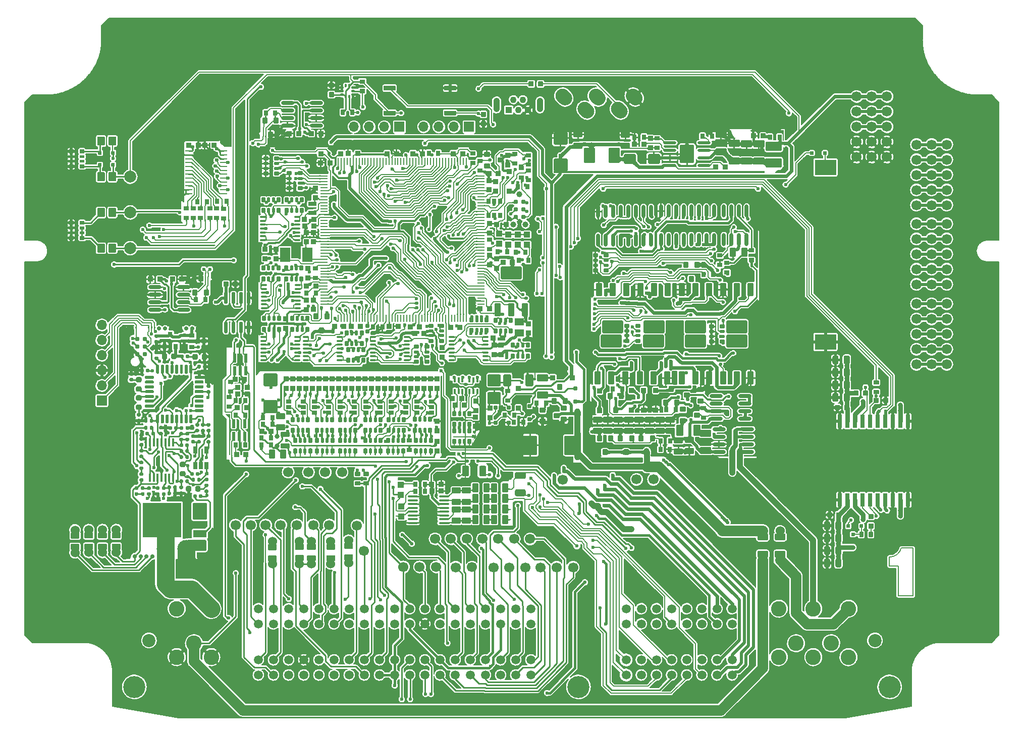
<source format=gtl>
G75*
G70*
%OFA0B0*%
%FSLAX25Y25*%
%IPPOS*%
%LPD*%
%AMOC8*
5,1,8,0,0,1.08239X$1,22.5*
%
%AMM1*
21,1,0.035430,0.030320,0.000000,0.000000,180.000000*
21,1,0.028350,0.037400,0.000000,0.000000,180.000000*
1,1,0.007090,-0.014170,0.015160*
1,1,0.007090,0.014170,0.015160*
1,1,0.007090,0.014170,-0.015160*
1,1,0.007090,-0.014170,-0.015160*
%
%AMM10*
21,1,0.033470,0.026770,0.000000,0.000000,180.000000*
21,1,0.026770,0.033470,0.000000,0.000000,180.000000*
1,1,0.006690,-0.013390,0.013390*
1,1,0.006690,0.013390,0.013390*
1,1,0.006690,0.013390,-0.013390*
1,1,0.006690,-0.013390,-0.013390*
%
%AMM100*
21,1,0.031500,0.007870,0.000000,0.000000,315.000000*
1,1,0.007870,-0.011140,0.011140*
1,1,0.007870,0.011140,-0.011140*
%
%AMM11*
21,1,0.033470,0.026770,0.000000,0.000000,270.000000*
21,1,0.026770,0.033470,0.000000,0.000000,270.000000*
1,1,0.006690,-0.013390,-0.013390*
1,1,0.006690,-0.013390,0.013390*
1,1,0.006690,0.013390,0.013390*
1,1,0.006690,0.013390,-0.013390*
%
%AMM110*
21,1,0.015750,0.009840,0.000000,0.000000,45.000000*
1,1,0.009840,-0.005570,-0.005570*
1,1,0.009840,0.005570,0.005570*
%
%AMM111*
21,1,0.094490,0.111020,0.000000,0.000000,180.000000*
21,1,0.075590,0.129920,0.000000,0.000000,180.000000*
1,1,0.018900,-0.037800,0.055510*
1,1,0.018900,0.037800,0.055510*
1,1,0.018900,0.037800,-0.055510*
1,1,0.018900,-0.037800,-0.055510*
%
%AMM112*
21,1,0.023620,0.018900,0.000000,0.000000,270.000000*
21,1,0.018900,0.023620,0.000000,0.000000,270.000000*
1,1,0.004720,-0.009450,-0.009450*
1,1,0.004720,-0.009450,0.009450*
1,1,0.004720,0.009450,0.009450*
1,1,0.004720,0.009450,-0.009450*
%
%AMM113*
21,1,0.035830,0.026770,0.000000,0.000000,0.000000*
21,1,0.029130,0.033470,0.000000,0.000000,0.000000*
1,1,0.006690,0.014570,-0.013390*
1,1,0.006690,-0.014570,-0.013390*
1,1,0.006690,-0.014570,0.013390*
1,1,0.006690,0.014570,0.013390*
%
%AMM114*
21,1,0.023620,0.018900,0.000000,0.000000,180.000000*
21,1,0.018900,0.023620,0.000000,0.000000,180.000000*
1,1,0.004720,-0.009450,0.009450*
1,1,0.004720,0.009450,0.009450*
1,1,0.004720,0.009450,-0.009450*
1,1,0.004720,-0.009450,-0.009450*
%
%AMM115*
21,1,0.035430,0.030320,0.000000,0.000000,0.000000*
21,1,0.028350,0.037400,0.000000,0.000000,0.000000*
1,1,0.007090,0.014170,-0.015160*
1,1,0.007090,-0.014170,-0.015160*
1,1,0.007090,-0.014170,0.015160*
1,1,0.007090,0.014170,0.015160*
%
%AMM116*
21,1,0.078740,0.070870,0.000000,0.000000,270.000000*
21,1,0.062990,0.086610,0.000000,0.000000,270.000000*
1,1,0.015750,-0.035430,-0.031500*
1,1,0.015750,-0.035430,0.031500*
1,1,0.015750,0.035430,0.031500*
1,1,0.015750,0.035430,-0.031500*
%
%AMM117*
21,1,0.051180,0.068500,0.000000,0.000000,180.000000*
21,1,0.040950,0.078740,0.000000,0.000000,180.000000*
1,1,0.010240,-0.020470,0.034250*
1,1,0.010240,0.020470,0.034250*
1,1,0.010240,0.020470,-0.034250*
1,1,0.010240,-0.020470,-0.034250*
%
%AMM118*
21,1,0.033470,0.026770,0.000000,0.000000,90.000000*
21,1,0.026770,0.033470,0.000000,0.000000,90.000000*
1,1,0.006690,0.013390,0.013390*
1,1,0.006690,0.013390,-0.013390*
1,1,0.006690,-0.013390,-0.013390*
1,1,0.006690,-0.013390,0.013390*
%
%AMM119*
21,1,0.047240,0.015750,0.000000,0.000000,135.000000*
1,1,0.015750,0.016700,-0.016700*
1,1,0.015750,-0.016700,0.016700*
%
%AMM12*
21,1,0.122050,0.075590,0.000000,0.000000,270.000000*
21,1,0.103150,0.094490,0.000000,0.000000,270.000000*
1,1,0.018900,-0.037800,-0.051580*
1,1,0.018900,-0.037800,0.051580*
1,1,0.018900,0.037800,0.051580*
1,1,0.018900,0.037800,-0.051580*
%
%AMM128*
21,1,0.039370,0.049210,0.000000,0.000000,0.000000*
21,1,0.031500,0.057090,0.000000,0.000000,0.000000*
1,1,0.007870,0.015750,-0.024610*
1,1,0.007870,-0.015750,-0.024610*
1,1,0.007870,-0.015750,0.024610*
1,1,0.007870,0.015750,0.024610*
%
%AMM13*
21,1,0.078740,0.053540,0.000000,0.000000,180.000000*
21,1,0.065350,0.066930,0.000000,0.000000,180.000000*
1,1,0.013390,-0.032680,0.026770*
1,1,0.013390,0.032680,0.026770*
1,1,0.013390,0.032680,-0.026770*
1,1,0.013390,-0.032680,-0.026770*
%
%AMM132*
21,1,0.021650,0.052760,-0.000000,0.000000,0.000000*
21,1,0.017320,0.057090,-0.000000,0.000000,0.000000*
1,1,0.004330,0.008660,-0.026380*
1,1,0.004330,-0.008660,-0.026380*
1,1,0.004330,-0.008660,0.026380*
1,1,0.004330,0.008660,0.026380*
%
%AMM133*
21,1,0.027560,0.030710,-0.000000,0.000000,270.000000*
21,1,0.022050,0.036220,-0.000000,0.000000,270.000000*
1,1,0.005510,-0.015350,-0.011020*
1,1,0.005510,-0.015350,0.011020*
1,1,0.005510,0.015350,0.011020*
1,1,0.005510,0.015350,-0.011020*
%
%AMM134*
21,1,0.027560,0.030710,-0.000000,0.000000,0.000000*
21,1,0.022050,0.036220,-0.000000,0.000000,0.000000*
1,1,0.005510,0.011020,-0.015350*
1,1,0.005510,-0.011020,-0.015350*
1,1,0.005510,-0.011020,0.015350*
1,1,0.005510,0.011020,0.015350*
%
%AMM135*
21,1,0.033470,0.026770,-0.000000,0.000000,0.000000*
21,1,0.026770,0.033470,-0.000000,0.000000,0.000000*
1,1,0.006690,0.013390,-0.013390*
1,1,0.006690,-0.013390,-0.013390*
1,1,0.006690,-0.013390,0.013390*
1,1,0.006690,0.013390,0.013390*
%
%AMM14*
21,1,0.070870,0.036220,0.000000,0.000000,180.000000*
21,1,0.061810,0.045280,0.000000,0.000000,180.000000*
1,1,0.009060,-0.030910,0.018110*
1,1,0.009060,0.030910,0.018110*
1,1,0.009060,0.030910,-0.018110*
1,1,0.009060,-0.030910,-0.018110*
%
%AMM144*
21,1,0.035430,0.030320,-0.000000,-0.000000,0.000000*
21,1,0.028350,0.037400,-0.000000,-0.000000,0.000000*
1,1,0.007090,0.014170,-0.015160*
1,1,0.007090,-0.014170,-0.015160*
1,1,0.007090,-0.014170,0.015160*
1,1,0.007090,0.014170,0.015160*
%
%AMM145*
21,1,0.033470,0.026770,-0.000000,-0.000000,180.000000*
21,1,0.026770,0.033470,-0.000000,-0.000000,180.000000*
1,1,0.006690,-0.013390,0.013390*
1,1,0.006690,0.013390,0.013390*
1,1,0.006690,0.013390,-0.013390*
1,1,0.006690,-0.013390,-0.013390*
%
%AMM146*
21,1,0.027560,0.030710,-0.000000,-0.000000,0.000000*
21,1,0.022050,0.036220,-0.000000,-0.000000,0.000000*
1,1,0.005510,0.011020,-0.015350*
1,1,0.005510,-0.011020,-0.015350*
1,1,0.005510,-0.011020,0.015350*
1,1,0.005510,0.011020,0.015350*
%
%AMM15*
21,1,0.086610,0.073230,0.000000,0.000000,90.000000*
21,1,0.069290,0.090550,0.000000,0.000000,90.000000*
1,1,0.017320,0.036610,0.034650*
1,1,0.017320,0.036610,-0.034650*
1,1,0.017320,-0.036610,-0.034650*
1,1,0.017320,-0.036610,0.034650*
%
%AMM16*
21,1,0.027560,0.030710,0.000000,0.000000,90.000000*
21,1,0.022050,0.036220,0.000000,0.000000,90.000000*
1,1,0.005510,0.015350,0.011020*
1,1,0.005510,0.015350,-0.011020*
1,1,0.005510,-0.015350,-0.011020*
1,1,0.005510,-0.015350,0.011020*
%
%AMM168*
21,1,0.033470,0.026770,0.000000,-0.000000,180.000000*
21,1,0.026770,0.033470,0.000000,-0.000000,180.000000*
1,1,0.006690,-0.013390,0.013390*
1,1,0.006690,0.013390,0.013390*
1,1,0.006690,0.013390,-0.013390*
1,1,0.006690,-0.013390,-0.013390*
%
%AMM169*
21,1,0.025590,0.026380,0.000000,-0.000000,0.000000*
21,1,0.020470,0.031500,0.000000,-0.000000,0.000000*
1,1,0.005120,0.010240,-0.013190*
1,1,0.005120,-0.010240,-0.013190*
1,1,0.005120,-0.010240,0.013190*
1,1,0.005120,0.010240,0.013190*
%
%AMM170*
21,1,0.017720,0.027950,0.000000,-0.000000,0.000000*
21,1,0.014170,0.031500,0.000000,-0.000000,0.000000*
1,1,0.003540,0.007090,-0.013980*
1,1,0.003540,-0.007090,-0.013980*
1,1,0.003540,-0.007090,0.013980*
1,1,0.003540,0.007090,0.013980*
%
%AMM171*
21,1,0.012600,0.028980,0.000000,-0.000000,180.000000*
21,1,0.010080,0.031500,0.000000,-0.000000,180.000000*
1,1,0.002520,-0.005040,0.014490*
1,1,0.002520,0.005040,0.014490*
1,1,0.002520,0.005040,-0.014490*
1,1,0.002520,-0.005040,-0.014490*
%
%AMM172*
21,1,0.033470,0.026770,0.000000,-0.000000,90.000000*
21,1,0.026770,0.033470,0.000000,-0.000000,90.000000*
1,1,0.006690,0.013390,0.013390*
1,1,0.006690,0.013390,-0.013390*
1,1,0.006690,-0.013390,-0.013390*
1,1,0.006690,-0.013390,0.013390*
%
%AMM2*
21,1,0.033470,0.026770,0.000000,0.000000,0.000000*
21,1,0.026770,0.033470,0.000000,0.000000,0.000000*
1,1,0.006690,0.013390,-0.013390*
1,1,0.006690,-0.013390,-0.013390*
1,1,0.006690,-0.013390,0.013390*
1,1,0.006690,0.013390,0.013390*
%
%AMM27*
21,1,0.027560,0.018900,0.000000,0.000000,180.000000*
21,1,0.022840,0.023620,0.000000,0.000000,180.000000*
1,1,0.004720,-0.011420,0.009450*
1,1,0.004720,0.011420,0.009450*
1,1,0.004720,0.011420,-0.009450*
1,1,0.004720,-0.011420,-0.009450*
%
%AMM28*
21,1,0.137800,0.067720,0.000000,0.000000,0.000000*
21,1,0.120870,0.084650,0.000000,0.000000,0.000000*
1,1,0.016930,0.060430,-0.033860*
1,1,0.016930,-0.060430,-0.033860*
1,1,0.016930,-0.060430,0.033860*
1,1,0.016930,0.060430,0.033860*
%
%AMM29*
21,1,0.043310,0.075980,0.000000,0.000000,0.000000*
21,1,0.034650,0.084650,0.000000,0.000000,0.000000*
1,1,0.008660,0.017320,-0.037990*
1,1,0.008660,-0.017320,-0.037990*
1,1,0.008660,-0.017320,0.037990*
1,1,0.008660,0.017320,0.037990*
%
%AMM3*
21,1,0.027560,0.030710,0.000000,0.000000,180.000000*
21,1,0.022050,0.036220,0.000000,0.000000,180.000000*
1,1,0.005510,-0.011020,0.015350*
1,1,0.005510,0.011020,0.015350*
1,1,0.005510,0.011020,-0.015350*
1,1,0.005510,-0.011020,-0.015350*
%
%AMM30*
21,1,0.043310,0.075990,0.000000,0.000000,0.000000*
21,1,0.034650,0.084650,0.000000,0.000000,0.000000*
1,1,0.008660,0.017320,-0.037990*
1,1,0.008660,-0.017320,-0.037990*
1,1,0.008660,-0.017320,0.037990*
1,1,0.008660,0.017320,0.037990*
%
%AMM31*
21,1,0.039370,0.035430,0.000000,0.000000,270.000000*
21,1,0.031500,0.043310,0.000000,0.000000,270.000000*
1,1,0.007870,-0.017720,-0.015750*
1,1,0.007870,-0.017720,0.015750*
1,1,0.007870,0.017720,0.015750*
1,1,0.007870,0.017720,-0.015750*
%
%AMM32*
21,1,0.035430,0.030320,0.000000,0.000000,270.000000*
21,1,0.028350,0.037400,0.000000,0.000000,270.000000*
1,1,0.007090,-0.015160,-0.014170*
1,1,0.007090,-0.015160,0.014170*
1,1,0.007090,0.015160,0.014170*
1,1,0.007090,0.015160,-0.014170*
%
%AMM33*
21,1,0.023620,0.030710,0.000000,0.000000,180.000000*
21,1,0.018900,0.035430,0.000000,0.000000,180.000000*
1,1,0.004720,-0.009450,0.015350*
1,1,0.004720,0.009450,0.015350*
1,1,0.004720,0.009450,-0.015350*
1,1,0.004720,-0.009450,-0.015350*
%
%AMM34*
21,1,0.025590,0.026380,0.000000,0.000000,0.000000*
21,1,0.020470,0.031500,0.000000,0.000000,0.000000*
1,1,0.005120,0.010240,-0.013190*
1,1,0.005120,-0.010240,-0.013190*
1,1,0.005120,-0.010240,0.013190*
1,1,0.005120,0.010240,0.013190*
%
%AMM35*
21,1,0.017720,0.027950,0.000000,0.000000,0.000000*
21,1,0.014170,0.031500,0.000000,0.000000,0.000000*
1,1,0.003540,0.007090,-0.013980*
1,1,0.003540,-0.007090,-0.013980*
1,1,0.003540,-0.007090,0.013980*
1,1,0.003540,0.007090,0.013980*
%
%AMM36*
21,1,0.035830,0.026770,0.000000,0.000000,270.000000*
21,1,0.029130,0.033470,0.000000,0.000000,270.000000*
1,1,0.006690,-0.013390,-0.014570*
1,1,0.006690,-0.013390,0.014570*
1,1,0.006690,0.013390,0.014570*
1,1,0.006690,0.013390,-0.014570*
%
%AMM37*
21,1,0.025590,0.026380,0.000000,0.000000,270.000000*
21,1,0.020470,0.031500,0.000000,0.000000,270.000000*
1,1,0.005120,-0.013190,-0.010240*
1,1,0.005120,-0.013190,0.010240*
1,1,0.005120,0.013190,0.010240*
1,1,0.005120,0.013190,-0.010240*
%
%AMM38*
21,1,0.017720,0.027950,0.000000,0.000000,270.000000*
21,1,0.014170,0.031500,0.000000,0.000000,270.000000*
1,1,0.003540,-0.013980,-0.007090*
1,1,0.003540,-0.013980,0.007090*
1,1,0.003540,0.013980,0.007090*
1,1,0.003540,0.013980,-0.007090*
%
%AMM39*
21,1,0.027560,0.049610,0.000000,0.000000,270.000000*
21,1,0.022050,0.055120,0.000000,0.000000,270.000000*
1,1,0.005510,-0.024800,-0.011020*
1,1,0.005510,-0.024800,0.011020*
1,1,0.005510,0.024800,0.011020*
1,1,0.005510,0.024800,-0.011020*
%
%AMM40*
21,1,0.035830,0.026770,0.000000,0.000000,180.000000*
21,1,0.029130,0.033470,0.000000,0.000000,180.000000*
1,1,0.006690,-0.014570,0.013390*
1,1,0.006690,0.014570,0.013390*
1,1,0.006690,0.014570,-0.013390*
1,1,0.006690,-0.014570,-0.013390*
%
%AMM41*
21,1,0.007870,0.029130,0.000000,0.000000,225.000000*
21,1,0.000000,0.037010,0.000000,0.000000,225.000000*
1,1,0.007870,-0.010300,0.010300*
1,1,0.007870,-0.010300,0.010300*
1,1,0.007870,0.010300,-0.010300*
1,1,0.007870,0.010300,-0.010300*
%
%AMM42*
21,1,0.007870,0.014960,0.000000,0.000000,135.000000*
21,1,0.000000,0.022840,0.000000,0.000000,135.000000*
1,1,0.007870,0.005290,0.005290*
1,1,0.007870,0.005290,0.005290*
1,1,0.007870,-0.005290,-0.005290*
1,1,0.007870,-0.005290,-0.005290*
%
%AMM43*
21,1,0.007870,0.013780,0.000000,0.000000,45.000000*
21,1,0.000000,0.021650,0.000000,0.000000,45.000000*
1,1,0.007870,0.004870,-0.004870*
1,1,0.007870,0.004870,-0.004870*
1,1,0.007870,-0.004870,0.004870*
1,1,0.007870,-0.004870,0.004870*
%
%AMM44*
21,1,0.007870,0.039370,0.000000,0.000000,45.000000*
21,1,0.000000,0.047240,0.000000,0.000000,45.000000*
1,1,0.007870,0.013920,-0.013920*
1,1,0.007870,0.013920,-0.013920*
1,1,0.007870,-0.013920,0.013920*
1,1,0.007870,-0.013920,0.013920*
%
%AMM45*
21,1,0.007870,0.055120,0.000000,0.000000,270.000000*
21,1,0.000000,0.062990,0.000000,0.000000,270.000000*
1,1,0.007870,-0.027560,0.000000*
1,1,0.007870,-0.027560,0.000000*
1,1,0.007870,0.027560,0.000000*
1,1,0.007870,0.027560,0.000000*
%
%AMM46*
21,1,0.007870,0.023620,0.000000,0.000000,315.000000*
21,1,0.000000,0.031500,0.000000,0.000000,315.000000*
1,1,0.007870,-0.008350,-0.008350*
1,1,0.007870,-0.008350,-0.008350*
1,1,0.007870,0.008350,0.008350*
1,1,0.007870,0.008350,0.008350*
%
%AMM47*
21,1,0.007870,1.704720,0.000000,0.000000,270.000000*
21,1,0.000000,1.712600,0.000000,0.000000,270.000000*
1,1,0.007870,-0.852360,0.000000*
1,1,0.007870,-0.852360,0.000000*
1,1,0.007870,0.852360,0.000000*
1,1,0.007870,0.852360,0.000000*
%
%AMM48*
21,1,0.007870,1.405510,0.000000,0.000000,180.000000*
21,1,0.000000,1.413390,0.000000,0.000000,180.000000*
1,1,0.007870,0.000000,0.702760*
1,1,0.007870,0.000000,0.702760*
1,1,0.007870,0.000000,-0.702760*
1,1,0.007870,0.000000,-0.702760*
%
%AMM49*
21,1,0.007870,1.787400,0.000000,0.000000,270.000000*
21,1,0.000000,1.795280,0.000000,0.000000,270.000000*
1,1,0.007870,-0.893700,0.000000*
1,1,0.007870,-0.893700,0.000000*
1,1,0.007870,0.893700,0.000000*
1,1,0.007870,0.893700,0.000000*
%
%AMM50*
21,1,0.007870,1.416930,0.000000,0.000000,180.000000*
21,1,0.000000,1.424800,0.000000,0.000000,180.000000*
1,1,0.007870,0.000000,0.708470*
1,1,0.007870,0.000000,0.708470*
1,1,0.007870,0.000000,-0.708470*
1,1,0.007870,0.000000,-0.708470*
%
%AMM51*
21,1,0.009840,0.017720,0.000000,0.000000,180.000000*
21,1,0.000000,0.027560,0.000000,0.000000,180.000000*
1,1,0.009840,0.000000,0.008860*
1,1,0.009840,0.000000,0.008860*
1,1,0.009840,0.000000,-0.008860*
1,1,0.009840,0.000000,-0.008860*
%
%AMM7*
21,1,0.039370,0.049210,0.000000,0.000000,90.000000*
21,1,0.031500,0.057090,0.000000,0.000000,90.000000*
1,1,0.007870,0.024610,0.015750*
1,1,0.007870,0.024610,-0.015750*
1,1,0.007870,-0.024610,-0.015750*
1,1,0.007870,-0.024610,0.015750*
%
%AMM71*
21,1,0.035430,0.050000,0.000000,0.000000,270.000000*
21,1,0.028350,0.057090,0.000000,0.000000,270.000000*
1,1,0.007090,-0.025000,-0.014170*
1,1,0.007090,-0.025000,0.014170*
1,1,0.007090,0.025000,0.014170*
1,1,0.007090,0.025000,-0.014170*
%
%AMM72*
21,1,0.086610,0.073230,0.000000,0.000000,270.000000*
21,1,0.069290,0.090550,0.000000,0.000000,270.000000*
1,1,0.017320,-0.036610,-0.034650*
1,1,0.017320,-0.036610,0.034650*
1,1,0.017320,0.036610,0.034650*
1,1,0.017320,0.036610,-0.034650*
%
%AMM73*
21,1,0.039370,0.049210,0.000000,0.000000,180.000000*
21,1,0.031500,0.057090,0.000000,0.000000,180.000000*
1,1,0.007870,-0.015750,0.024610*
1,1,0.007870,0.015750,0.024610*
1,1,0.007870,0.015750,-0.024610*
1,1,0.007870,-0.015750,-0.024610*
%
%AMM74*
21,1,0.023620,0.030710,0.000000,0.000000,90.000000*
21,1,0.018900,0.035430,0.000000,0.000000,90.000000*
1,1,0.004720,0.015350,0.009450*
1,1,0.004720,0.015350,-0.009450*
1,1,0.004720,-0.015350,-0.009450*
1,1,0.004720,-0.015350,0.009450*
%
%AMM75*
21,1,0.027560,0.030710,0.000000,0.000000,0.000000*
21,1,0.022050,0.036220,0.000000,0.000000,0.000000*
1,1,0.005510,0.011020,-0.015350*
1,1,0.005510,-0.011020,-0.015350*
1,1,0.005510,-0.011020,0.015350*
1,1,0.005510,0.011020,0.015350*
%
%AMM76*
21,1,0.007870,0.503940,0.000000,0.000000,180.000000*
21,1,0.000000,0.511810,0.000000,0.000000,180.000000*
1,1,0.007870,0.000000,0.251970*
1,1,0.007870,0.000000,0.251970*
1,1,0.007870,0.000000,-0.251970*
1,1,0.007870,0.000000,-0.251970*
%
%AMM77*
21,1,0.009840,0.919290,0.000000,0.000000,270.000000*
21,1,0.000000,0.929130,0.000000,0.000000,270.000000*
1,1,0.009840,-0.459650,0.000000*
1,1,0.009840,-0.459650,0.000000*
1,1,0.009840,0.459650,0.000000*
1,1,0.009840,0.459650,0.000000*
%
%AMM78*
21,1,0.007870,0.041340,0.000000,0.000000,0.000000*
21,1,0.000000,0.049210,0.000000,0.000000,0.000000*
1,1,0.007870,0.000000,-0.020670*
1,1,0.007870,0.000000,-0.020670*
1,1,0.007870,0.000000,0.020670*
1,1,0.007870,0.000000,0.020670*
%
%AMM8*
21,1,0.106300,0.050390,0.000000,0.000000,0.000000*
21,1,0.093700,0.062990,0.000000,0.000000,0.000000*
1,1,0.012600,0.046850,-0.025200*
1,1,0.012600,-0.046850,-0.025200*
1,1,0.012600,-0.046850,0.025200*
1,1,0.012600,0.046850,0.025200*
%
%AMM87*
21,1,0.027560,0.030710,0.000000,0.000000,270.000000*
21,1,0.022050,0.036220,0.000000,0.000000,270.000000*
1,1,0.005510,-0.015350,-0.011020*
1,1,0.005510,-0.015350,0.011020*
1,1,0.005510,0.015350,0.011020*
1,1,0.005510,0.015350,-0.011020*
%
%AMM9*
21,1,0.074800,0.083460,0.000000,0.000000,180.000000*
21,1,0.059840,0.098430,0.000000,0.000000,180.000000*
1,1,0.014960,-0.029920,0.041730*
1,1,0.014960,0.029920,0.041730*
1,1,0.014960,0.029920,-0.041730*
1,1,0.014960,-0.029920,-0.041730*
%
%AMM90*
21,1,0.070870,0.036220,0.000000,0.000000,270.000000*
21,1,0.061810,0.045280,0.000000,0.000000,270.000000*
1,1,0.009060,-0.018110,-0.030910*
1,1,0.009060,-0.018110,0.030910*
1,1,0.009060,0.018110,0.030910*
1,1,0.009060,0.018110,-0.030910*
%
%AMM91*
21,1,0.035430,0.030320,0.000000,0.000000,90.000000*
21,1,0.028350,0.037400,0.000000,0.000000,90.000000*
1,1,0.007090,0.015160,0.014170*
1,1,0.007090,0.015160,-0.014170*
1,1,0.007090,-0.015160,-0.014170*
1,1,0.007090,-0.015160,0.014170*
%
%AMM92*
21,1,0.043310,0.075980,0.000000,0.000000,180.000000*
21,1,0.034650,0.084650,0.000000,0.000000,180.000000*
1,1,0.008660,-0.017320,0.037990*
1,1,0.008660,0.017320,0.037990*
1,1,0.008660,0.017320,-0.037990*
1,1,0.008660,-0.017320,-0.037990*
%
%AMM93*
21,1,0.043310,0.075990,0.000000,0.000000,180.000000*
21,1,0.034650,0.084650,0.000000,0.000000,180.000000*
1,1,0.008660,-0.017320,0.037990*
1,1,0.008660,0.017320,0.037990*
1,1,0.008660,0.017320,-0.037990*
1,1,0.008660,-0.017320,-0.037990*
%
%AMM94*
21,1,0.137800,0.067720,0.000000,0.000000,180.000000*
21,1,0.120870,0.084650,0.000000,0.000000,180.000000*
1,1,0.016930,-0.060430,0.033860*
1,1,0.016930,0.060430,0.033860*
1,1,0.016930,0.060430,-0.033860*
1,1,0.016930,-0.060430,-0.033860*
%
%AMM95*
21,1,0.025590,0.026380,0.000000,0.000000,90.000000*
21,1,0.020470,0.031500,0.000000,0.000000,90.000000*
1,1,0.005120,0.013190,0.010240*
1,1,0.005120,0.013190,-0.010240*
1,1,0.005120,-0.013190,-0.010240*
1,1,0.005120,-0.013190,0.010240*
%
%AMM96*
21,1,0.017720,0.027950,0.000000,0.000000,90.000000*
21,1,0.014170,0.031500,0.000000,0.000000,90.000000*
1,1,0.003540,0.013980,0.007090*
1,1,0.003540,0.013980,-0.007090*
1,1,0.003540,-0.013980,-0.007090*
1,1,0.003540,-0.013980,0.007090*
%
%AMM97*
21,1,0.035830,0.026770,0.000000,0.000000,90.000000*
21,1,0.029130,0.033470,0.000000,0.000000,90.000000*
1,1,0.006690,0.013390,0.014570*
1,1,0.006690,0.013390,-0.014570*
1,1,0.006690,-0.013390,-0.014570*
1,1,0.006690,-0.013390,0.014570*
%
%AMM98*
21,1,0.003940,0.007870,0.000000,0.000000,135.000000*
1,1,0.007870,0.001390,-0.001390*
1,1,0.007870,-0.001390,0.001390*
%
%AMM99*
21,1,0.087800,0.007870,0.000000,0.000000,45.000000*
1,1,0.007870,-0.031040,-0.031040*
1,1,0.007870,0.031040,0.031040*
%
%ADD10C,0.01969*%
%ADD102R,0.03543X0.03150*%
%ADD106O,0.01969X0.00984*%
%ADD108O,0.19685X0.01575*%
%ADD111M45*%
%ADD112M27*%
%ADD114C,0.02756*%
%ADD115M116*%
%ADD116M7*%
%ADD117M37*%
%ADD118R,0.05906X0.05118*%
%ADD12O,0.05118X0.00866*%
%ADD120O,0.00787X0.03740*%
%ADD121M40*%
%ADD122O,0.04331X0.09449*%
%ADD123M43*%
%ADD125O,0.00787X0.16732*%
%ADD126M119*%
%ADD128O,0.00787X0.12205*%
%ADD13M33*%
%ADD130O,0.03937X0.05906*%
%ADD131C,0.02362*%
%ADD132O,0.01575X0.28347*%
%ADD133R,0.03740X0.00984*%
%ADD134C,0.05118*%
%ADD137M1*%
%ADD14C,0.07000*%
%ADD140O,0.06693X0.00787*%
%ADD141M114*%
%ADD142M30*%
%ADD143M51*%
%ADD147O,0.00787X0.22323*%
%ADD148C,0.00800*%
%ADD150M78*%
%ADD152C,0.03937*%
%ADD153O,0.06693X0.06693*%
%ADD154O,0.01968X0.00984*%
%ADD158M38*%
%ADD16C,0.03100*%
%ADD160M93*%
%ADD161C,0.14567*%
%ADD162O,0.20472X0.00787*%
%ADD164M71*%
%ADD165M42*%
%ADD167M113*%
%ADD169O,0.00787X0.56693*%
%ADD173O,0.00787X0.34744*%
%ADD174O,0.08661X0.01968*%
%ADD176M90*%
%ADD178M92*%
%ADD18O,0.00984X0.40157*%
%ADD180O,0.00787X0.36221*%
%ADD181M31*%
%ADD182R,0.05709X0.00984*%
%ADD184M15*%
%ADD185M9*%
%ADD186O,0.00787X0.01968*%
%ADD189R,0.08000X0.20000*%
%ADD190M50*%
%ADD192R,0.45000X0.30000*%
%ADD193M39*%
%ADD194O,0.02362X0.08661*%
%ADD196M91*%
%ADD197M3*%
%ADD200O,0.00984X0.01969*%
%ADD201O,0.01969X0.11811*%
%ADD202M99*%
%ADD203M72*%
%ADD204O,1.18110X0.01575*%
%ADD205M11*%
%ADD21R,0.12205X0.00984*%
%ADD210O,0.69291X0.00787*%
%ADD211O,0.03937X0.01968*%
%ADD212M14*%
%ADD214C,0.05906*%
%ADD215M2*%
%ADD216M46*%
%ADD217M32*%
%ADD220R,0.08858X0.00984*%
%ADD221M12*%
%ADD223M8*%
%ADD226O,0.38583X0.01575*%
%ADD227M128*%
%ADD229O,0.00787X1.01772*%
%ADD230M29*%
%ADD233O,0.03150X0.02362*%
%ADD235R,0.06693X0.09449*%
%ADD236O,0.00984X0.01968*%
%ADD238M96*%
%ADD24M112*%
%ADD240O,0.00787X0.43701*%
%ADD241M73*%
%ADD242C,0.00984*%
%ADD244C,0.06000*%
%ADD245O,0.25591X0.00787*%
%ADD246O,0.13780X0.00787*%
%ADD247O,0.00787X0.36220*%
%ADD249C,0.03150*%
%ADD25M100*%
%ADD250M110*%
%ADD251O,0.04961X0.00984*%
%ADD252C,0.01000*%
%ADD254O,0.07087X0.01378*%
%ADD255R,0.00984X1.54528*%
%ADD256O,0.54331X0.00787*%
%ADD257M13*%
%ADD26C,0.01575*%
%ADD261M44*%
%ADD263R,0.04331X0.04331*%
%ADD267C,0.08661*%
%ADD268C,0.04331*%
%ADD269O,0.01968X0.03937*%
%ADD270O,0.00984X0.40158*%
%ADD272O,1.39370X0.01575*%
%ADD273O,0.20079X0.00787*%
%ADD275O,0.00787X0.16339*%
%ADD279C,0.01968*%
%ADD280O,0.00787X0.26772*%
%ADD281O,0.00787X0.14173*%
%ADD285O,0.08661X0.02362*%
%ADD288M118*%
%ADD289O,0.00787X0.01575*%
%ADD290R,0.11614X0.00984*%
%ADD291O,0.22835X0.00984*%
%ADD293O,0.03937X0.34428*%
%ADD294R,0.03150X0.08661*%
%ADD295O,0.03937X0.34429*%
%ADD297O,0.00866X0.05118*%
%ADD298M34*%
%ADD299R,0.00800X0.06000*%
%ADD300M10*%
%ADD302O,0.44587X0.00787*%
%ADD303M47*%
%ADD304O,0.35433X0.01575*%
%ADD306M74*%
%ADD308M111*%
%ADD310C,0.03900*%
%ADD311M132*%
%ADD312M133*%
%ADD313M134*%
%ADD314M135*%
%ADD319R,0.02559X0.04803*%
%ADD320R,0.01772X0.05709*%
%ADD321R,0.08661X0.04724*%
%ADD322R,0.25197X0.22835*%
%ADD331M144*%
%ADD332M145*%
%ADD333M146*%
%ADD34O,0.03937X0.01969*%
%ADD35O,0.01968X0.11811*%
%ADD355M168*%
%ADD356M169*%
%ADD357M170*%
%ADD358M171*%
%ADD359M172*%
%ADD37M87*%
%ADD38M35*%
%ADD40C,0.06693*%
%ADD41O,0.04331X0.01181*%
%ADD42C,0.07874*%
%ADD43M75*%
%ADD44M98*%
%ADD46O,0.43701X0.00787*%
%ADD49R,0.06693X0.06693*%
%ADD50R,0.14173X0.10236*%
%ADD52M28*%
%ADD53M115*%
%ADD54O,1.01181X0.00787*%
%ADD56M94*%
%ADD58R,0.03150X0.03543*%
%ADD60M16*%
%ADD62O,0.00787X0.03937*%
%ADD64C,0.01181*%
%ADD65C,0.00787*%
%ADD67O,0.01575X0.28346*%
%ADD68M49*%
%ADD69O,0.01575X0.21260*%
%ADD72C,0.10236*%
%ADD73O,0.50394X0.00787*%
%ADD80M36*%
%ADD82C,0.11811*%
%ADD85M76*%
%ADD86M41*%
%ADD87M97*%
%ADD88M77*%
%ADD95M95*%
%ADD96M117*%
%ADD97M48*%
%ADD98O,0.00787X0.01969*%
%ADD99R,0.01968X0.01968*%
X0000000Y0000000D02*
%LPD*%
G01*
D65*
X0587795Y0113386D02*
X0579921Y0113386D01*
X0577953Y0101575D02*
X0577953Y0081890D01*
X0587795Y0081890D02*
X0587795Y0113386D01*
X0577953Y0081890D02*
X0587795Y0081890D01*
X0572047Y0101575D02*
X0577953Y0101575D01*
X0572047Y0101575D02*
X0572047Y0107480D01*
X0579921Y0113386D02*
G75*
G02*
X0572047Y0107480I-007565J0001885D01*
G01*
D72*
X0545071Y0073315D03*
X0521843Y0073315D03*
X0499008Y0073315D03*
X0533654Y0050480D03*
X0510425Y0050480D03*
X0545071Y0041307D03*
X0521843Y0041307D03*
X0499008Y0041307D03*
D214*
X0468181Y0073315D03*
X0458181Y0073315D03*
X0448181Y0073315D03*
X0438181Y0073315D03*
X0428181Y0073315D03*
X0418181Y0073315D03*
X0408181Y0073315D03*
X0398181Y0073315D03*
X0468181Y0063315D03*
X0458181Y0063315D03*
X0448181Y0063315D03*
X0438181Y0063315D03*
X0428181Y0063315D03*
X0418181Y0063315D03*
X0408181Y0063315D03*
X0398181Y0063315D03*
X0468181Y0039496D03*
X0458181Y0039496D03*
X0448181Y0039496D03*
X0438181Y0039496D03*
X0428181Y0039496D03*
X0418181Y0039496D03*
X0408181Y0039496D03*
X0398181Y0039496D03*
X0468181Y0029496D03*
X0458181Y0029496D03*
X0448181Y0029496D03*
X0438181Y0029496D03*
X0428181Y0029496D03*
X0418181Y0029496D03*
X0408181Y0029496D03*
X0398181Y0029496D03*
X0155307Y0029496D03*
X0165307Y0029496D03*
X0175307Y0029496D03*
X0185307Y0029496D03*
X0195307Y0029496D03*
X0205307Y0029496D03*
X0215307Y0029496D03*
X0225307Y0029496D03*
X0235307Y0029496D03*
X0245307Y0029496D03*
X0255307Y0029496D03*
X0265307Y0029496D03*
X0275307Y0029496D03*
X0285307Y0029496D03*
X0295307Y0029496D03*
X0305307Y0029496D03*
X0315307Y0029496D03*
X0325307Y0029496D03*
X0335307Y0029496D03*
X0155307Y0039496D03*
X0165307Y0039496D03*
X0175307Y0039496D03*
X0185307Y0039496D03*
X0195307Y0039496D03*
X0205307Y0039496D03*
X0215307Y0039496D03*
X0225307Y0039496D03*
X0235307Y0039496D03*
X0245307Y0039496D03*
X0255307Y0039496D03*
X0265307Y0039496D03*
X0275307Y0039496D03*
X0285307Y0039496D03*
X0295307Y0039496D03*
X0305307Y0039496D03*
X0315307Y0039496D03*
X0325307Y0039496D03*
X0335307Y0039496D03*
X0155307Y0063315D03*
X0165307Y0063315D03*
X0175307Y0063315D03*
X0185307Y0063315D03*
X0195307Y0063315D03*
X0205307Y0063315D03*
X0215307Y0063315D03*
X0225307Y0063315D03*
X0235307Y0063315D03*
X0245307Y0063315D03*
X0255307Y0063315D03*
X0265307Y0063315D03*
X0275307Y0063315D03*
X0285307Y0063315D03*
X0295307Y0063315D03*
X0305307Y0063315D03*
X0315307Y0063315D03*
X0325307Y0063315D03*
X0335307Y0063315D03*
X0155307Y0073315D03*
X0165307Y0073315D03*
X0175307Y0073315D03*
X0185307Y0073315D03*
X0195307Y0073315D03*
X0205307Y0073315D03*
X0215307Y0073315D03*
X0225307Y0073315D03*
X0235307Y0073315D03*
X0245307Y0073315D03*
X0255307Y0073315D03*
X0265307Y0073315D03*
X0275307Y0073315D03*
X0285307Y0073315D03*
X0295307Y0073315D03*
X0305307Y0073315D03*
X0315307Y0073315D03*
X0325307Y0073315D03*
X0335307Y0073315D03*
D72*
X0124205Y0073315D03*
X0101370Y0073315D03*
X0112787Y0050480D03*
X0124205Y0041307D03*
X0101370Y0041307D03*
D267*
X0083063Y0052331D03*
X0562591Y0052331D03*
D161*
X0366724Y0021622D03*
X0073417Y0021622D03*
X0572236Y0021622D03*
G36*
G01*
X0336577Y0374319D02*
X0335603Y0375293D01*
G75*
G02*
X0335603Y0375850I0000278J0000278D01*
G01*
X0335603Y0375850D01*
G75*
G02*
X0336159Y0375850I0000278J-000278D01*
G01*
X0337134Y0374875D01*
G75*
G02*
X0337134Y0374319I-000278J-000278D01*
G01*
X0337134Y0374319D01*
G75*
G02*
X0336577Y0374319I-000278J0000278D01*
G01*
G37*
G36*
G01*
X0156803Y0378824D02*
X0327275Y0378824D01*
G75*
G02*
X0327669Y0378431I0000000J-000394D01*
G01*
X0327669Y0378431D01*
G75*
G02*
X0327275Y0378037I-000394J0000000D01*
G01*
X0156803Y0378037D01*
G75*
G02*
X0156409Y0378431I0000000J0000394D01*
G01*
X0156409Y0378431D01*
G75*
G02*
X0156803Y0378824I0000394J0000000D01*
G01*
G37*
G36*
G01*
X0297805Y0234828D02*
X0297805Y0233057D01*
G75*
G02*
X0297313Y0232564I-000492J0000000D01*
G01*
X0297313Y0232564D01*
G75*
G02*
X0296821Y0233057I0000000J0000492D01*
G01*
X0296821Y0234828D01*
G75*
G02*
X0297313Y0235320I0000492J0000000D01*
G01*
X0297313Y0235320D01*
G75*
G02*
X0297805Y0234828I0000000J-000492D01*
G01*
G37*
G36*
G01*
X0337254Y0374592D02*
X0337254Y0234041D01*
G75*
G02*
X0336860Y0233647I-000394J0000000D01*
G01*
X0336860Y0233647D01*
G75*
G02*
X0336467Y0234041I0000000J0000394D01*
G01*
X0336467Y0374592D01*
G75*
G02*
X0336860Y0374986I0000394J0000000D01*
G01*
X0336860Y0374986D01*
G75*
G02*
X0337254Y0374592I0000000J-000394D01*
G01*
G37*
G36*
G01*
X0330266Y0375970D02*
X0335778Y0375970D01*
G75*
G02*
X0336171Y0375576I0000000J-000394D01*
G01*
X0336171Y0375576D01*
G75*
G02*
X0335778Y0375183I-000394J0000000D01*
G01*
X0330266Y0375183D01*
G75*
G02*
X0329872Y0375576I0000000J0000394D01*
G01*
X0329872Y0375576D01*
G75*
G02*
X0330266Y0375970I0000394J0000000D01*
G01*
G37*
G36*
G01*
X0155351Y0235300D02*
X0157411Y0233240D01*
G75*
G02*
X0157411Y0232683I-000278J-000278D01*
G01*
X0157411Y0232683D01*
G75*
G02*
X0156854Y0232683I-000278J0000278D01*
G01*
X0154794Y0234743D01*
G75*
G02*
X0154794Y0235300I0000278J0000278D01*
G01*
X0154794Y0235300D01*
G75*
G02*
X0155351Y0235300I0000278J-000278D01*
G01*
G37*
G36*
G01*
X0154803Y0377026D02*
X0156474Y0378696D01*
G75*
G02*
X0157031Y0378696I0000278J-000278D01*
G01*
X0157031Y0378696D01*
G75*
G02*
X0157031Y0378139I-000278J-000278D01*
G01*
X0155360Y0376469D01*
G75*
G02*
X0154803Y0376469I-000278J0000278D01*
G01*
X0154803Y0376469D01*
G75*
G02*
X0154803Y0377026I0000278J0000278D01*
G01*
G37*
G36*
G01*
X0337126Y0233750D02*
X0336068Y0232692D01*
G75*
G02*
X0335512Y0232692I-000278J0000278D01*
G01*
X0335512Y0232692D01*
G75*
G02*
X0335512Y0233249I0000278J0000278D01*
G01*
X0336569Y0234307D01*
G75*
G02*
X0337126Y0234307I0000278J-000278D01*
G01*
X0337126Y0234307D01*
G75*
G02*
X0337126Y0233750I-000278J-000278D01*
G01*
G37*
G36*
G01*
X0329854Y0375333D02*
X0327070Y0378117D01*
G75*
G02*
X0327070Y0378674I0000278J0000278D01*
G01*
X0327070Y0378674D01*
G75*
G02*
X0327627Y0378674I0000278J-000278D01*
G01*
X0330411Y0375890D01*
G75*
G02*
X0330411Y0375333I-000278J-000278D01*
G01*
X0330411Y0375333D01*
G75*
G02*
X0329854Y0375333I-000278J0000278D01*
G01*
G37*
G36*
G01*
X0157136Y0233352D02*
X0335876Y0233352D01*
G75*
G02*
X0336270Y0232958I0000000J-000394D01*
G01*
X0336270Y0232958D01*
G75*
G02*
X0335876Y0232564I-000394J0000000D01*
G01*
X0157136Y0232564D01*
G75*
G02*
X0156742Y0232958I0000000J0000394D01*
G01*
X0156742Y0232958D01*
G75*
G02*
X0157136Y0233352I0000394J0000000D01*
G01*
G37*
G36*
G01*
X0155463Y0376726D02*
X0155463Y0235033D01*
G75*
G02*
X0155069Y0234640I-000394J0000000D01*
G01*
X0155069Y0234640D01*
G75*
G02*
X0154675Y0235033I0000000J0000394D01*
G01*
X0154675Y0376726D01*
G75*
G02*
X0155069Y0377120I0000394J0000000D01*
G01*
X0155069Y0377120D01*
G75*
G02*
X0155463Y0376726I0000000J-000394D01*
G01*
G37*
G36*
G01*
X0134429Y0274803D02*
X0133248Y0274803D01*
G75*
G02*
X0132657Y0275394I0000000J0000591D01*
G01*
X0132657Y0281890D01*
G75*
G02*
X0133248Y0282480I0000591J0000000D01*
G01*
X0134429Y0282480D01*
G75*
G02*
X0135020Y0281890I0000000J-000591D01*
G01*
X0135020Y0275394D01*
G75*
G02*
X0134429Y0274803I-000591J0000000D01*
G01*
G37*
G36*
G01*
X0139429Y0274803D02*
X0138248Y0274803D01*
G75*
G02*
X0137657Y0275394I0000000J0000591D01*
G01*
X0137657Y0281890D01*
G75*
G02*
X0138248Y0282480I0000591J0000000D01*
G01*
X0139429Y0282480D01*
G75*
G02*
X0140020Y0281890I0000000J-000591D01*
G01*
X0140020Y0275394D01*
G75*
G02*
X0139429Y0274803I-000591J0000000D01*
G01*
G37*
G36*
G01*
X0144429Y0274803D02*
X0143248Y0274803D01*
G75*
G02*
X0142657Y0275394I0000000J0000591D01*
G01*
X0142657Y0281890D01*
G75*
G02*
X0143248Y0282480I0000591J0000000D01*
G01*
X0144429Y0282480D01*
G75*
G02*
X0145020Y0281890I0000000J-000591D01*
G01*
X0145020Y0275394D01*
G75*
G02*
X0144429Y0274803I-000591J0000000D01*
G01*
G37*
G36*
G01*
X0149429Y0274803D02*
X0148248Y0274803D01*
G75*
G02*
X0147657Y0275394I0000000J0000591D01*
G01*
X0147657Y0281890D01*
G75*
G02*
X0148248Y0282480I0000591J0000000D01*
G01*
X0149429Y0282480D01*
G75*
G02*
X0150020Y0281890I0000000J-000591D01*
G01*
X0150020Y0275394D01*
G75*
G02*
X0149429Y0274803I-000591J0000000D01*
G01*
G37*
G36*
G01*
X0149429Y0255315D02*
X0148248Y0255315D01*
G75*
G02*
X0147657Y0255906I0000000J0000591D01*
G01*
X0147657Y0262402D01*
G75*
G02*
X0148248Y0262992I0000591J0000000D01*
G01*
X0149429Y0262992D01*
G75*
G02*
X0150020Y0262402I0000000J-000591D01*
G01*
X0150020Y0255906D01*
G75*
G02*
X0149429Y0255315I-000591J0000000D01*
G01*
G37*
G36*
G01*
X0144429Y0255315D02*
X0143248Y0255315D01*
G75*
G02*
X0142657Y0255906I0000000J0000591D01*
G01*
X0142657Y0262402D01*
G75*
G02*
X0143248Y0262992I0000591J0000000D01*
G01*
X0144429Y0262992D01*
G75*
G02*
X0145020Y0262402I0000000J-000591D01*
G01*
X0145020Y0255906D01*
G75*
G02*
X0144429Y0255315I-000591J0000000D01*
G01*
G37*
G36*
G01*
X0139429Y0255315D02*
X0138248Y0255315D01*
G75*
G02*
X0137657Y0255906I0000000J0000591D01*
G01*
X0137657Y0262402D01*
G75*
G02*
X0138248Y0262992I0000591J0000000D01*
G01*
X0139429Y0262992D01*
G75*
G02*
X0140020Y0262402I0000000J-000591D01*
G01*
X0140020Y0255906D01*
G75*
G02*
X0139429Y0255315I-000591J0000000D01*
G01*
G37*
G36*
G01*
X0134429Y0255315D02*
X0133248Y0255315D01*
G75*
G02*
X0132657Y0255906I0000000J0000591D01*
G01*
X0132657Y0262402D01*
G75*
G02*
X0133248Y0262992I0000591J0000000D01*
G01*
X0134429Y0262992D01*
G75*
G02*
X0135020Y0262402I0000000J-000591D01*
G01*
X0135020Y0255906D01*
G75*
G02*
X0134429Y0255315I-000591J0000000D01*
G01*
G37*
G36*
G01*
X0202205Y0420925D02*
X0204882Y0420925D01*
G75*
G02*
X0205217Y0420591I0000000J-000335D01*
G01*
X0205217Y0417913D01*
G75*
G02*
X0204882Y0417579I-000335J0000000D01*
G01*
X0202205Y0417579D01*
G75*
G02*
X0201870Y0417913I0000000J0000335D01*
G01*
X0201870Y0420591D01*
G75*
G02*
X0202205Y0420925I0000335J0000000D01*
G01*
G37*
G36*
G01*
X0202205Y0414705D02*
X0204882Y0414705D01*
G75*
G02*
X0205217Y0414370I0000000J-000335D01*
G01*
X0205217Y0411693D01*
G75*
G02*
X0204882Y0411358I-000335J0000000D01*
G01*
X0202205Y0411358D01*
G75*
G02*
X0201870Y0411693I0000000J0000335D01*
G01*
X0201870Y0414370D01*
G75*
G02*
X0202205Y0414705I0000335J0000000D01*
G01*
G37*
G36*
G01*
X0305276Y0392067D02*
X0302598Y0392067D01*
G75*
G02*
X0302264Y0392402I0000000J0000335D01*
G01*
X0302264Y0395079D01*
G75*
G02*
X0302598Y0395413I0000335J0000000D01*
G01*
X0305276Y0395413D01*
G75*
G02*
X0305610Y0395079I0000000J-000335D01*
G01*
X0305610Y0392402D01*
G75*
G02*
X0305276Y0392067I-000335J0000000D01*
G01*
G37*
G36*
G01*
X0305276Y0398287D02*
X0302598Y0398287D01*
G75*
G02*
X0302264Y0398622I0000000J0000335D01*
G01*
X0302264Y0401299D01*
G75*
G02*
X0302598Y0401634I0000335J0000000D01*
G01*
X0305276Y0401634D01*
G75*
G02*
X0305610Y0401299I0000000J-000335D01*
G01*
X0305610Y0398622D01*
G75*
G02*
X0305276Y0398287I-000335J0000000D01*
G01*
G37*
D40*
X0590000Y0287598D03*
X0590000Y0297598D03*
X0590000Y0307598D03*
X0590000Y0317598D03*
X0590000Y0327598D03*
X0600000Y0287598D03*
X0600000Y0297598D03*
X0600000Y0307598D03*
X0600000Y0317598D03*
X0600000Y0327598D03*
X0610000Y0287598D03*
X0610000Y0297598D03*
X0610000Y0307598D03*
X0610000Y0317598D03*
X0610000Y0327598D03*
X0202165Y0128543D03*
X0292913Y0119488D03*
D106*
X0198967Y0383983D03*
D226*
X0180758Y0383983D03*
D46*
X0178002Y0409967D03*
D280*
X0199656Y0396827D03*
D147*
X0156447Y0399190D03*
D200*
X0158219Y0384180D03*
X0160187Y0384180D03*
D131*
X0185974Y0388314D03*
X0182530Y0390381D03*
X0187156Y0393333D03*
X0186860Y0407310D03*
G36*
G01*
X0105561Y0381139D02*
X0105561Y0381139D01*
G75*
G02*
X0105561Y0381835I0000348J0000348D01*
G01*
X0106675Y0382949D01*
G75*
G02*
X0107371Y0382949I0000348J-000348D01*
G01*
X0107371Y0382949D01*
G75*
G02*
X0107371Y0382253I-000348J-000348D01*
G01*
X0106257Y0381139D01*
G75*
G02*
X0105561Y0381139I-000348J0000348D01*
G01*
G37*
D291*
X0118129Y0382635D03*
D18*
X0105876Y0361965D03*
D289*
X0135895Y0329979D03*
X0132903Y0329979D03*
X0128277Y0329979D03*
X0123651Y0329979D03*
X0120344Y0329979D03*
X0117391Y0329979D03*
X0112765Y0329979D03*
X0108139Y0329979D03*
D131*
X0127982Y0369741D03*
X0135206Y0368068D03*
X0127135Y0365902D03*
X0127982Y0362458D03*
X0128277Y0359111D03*
X0135206Y0357831D03*
X0130049Y0352713D03*
X0135206Y0350154D03*
X0111879Y0378402D03*
X0127923Y0377221D03*
G36*
G01*
X0268750Y0175084D02*
X0268750Y0179218D01*
G75*
G02*
X0269144Y0179612I0000394J0000000D01*
G01*
X0269144Y0179612D01*
G75*
G02*
X0269537Y0179218I0000000J-000394D01*
G01*
X0269537Y0175084D01*
G75*
G02*
X0269144Y0174690I-000394J0000000D01*
G01*
X0269144Y0174690D01*
G75*
G02*
X0268750Y0175084I0000000J0000394D01*
G01*
G37*
G36*
G01*
X0265305Y0175084D02*
X0265305Y0179218D01*
G75*
G02*
X0265699Y0179612I0000394J0000000D01*
G01*
X0265699Y0179612D01*
G75*
G02*
X0266093Y0179218I0000000J-000394D01*
G01*
X0266093Y0175084D01*
G75*
G02*
X0265699Y0174690I-000394J0000000D01*
G01*
X0265699Y0174690D01*
G75*
G02*
X0265305Y0175084I0000000J0000394D01*
G01*
G37*
G36*
G01*
X0262156Y0175084D02*
X0262156Y0179218D01*
G75*
G02*
X0262549Y0179612I0000394J0000000D01*
G01*
X0262549Y0179612D01*
G75*
G02*
X0262943Y0179218I0000000J-000394D01*
G01*
X0262943Y0175084D01*
G75*
G02*
X0262549Y0174690I-000394J0000000D01*
G01*
X0262549Y0174690D01*
G75*
G02*
X0262156Y0175084I0000000J0000394D01*
G01*
G37*
G36*
G01*
X0258711Y0175084D02*
X0258711Y0179218D01*
G75*
G02*
X0259104Y0179612I0000394J0000000D01*
G01*
X0259104Y0179612D01*
G75*
G02*
X0259498Y0179218I0000000J-000394D01*
G01*
X0259498Y0175084D01*
G75*
G02*
X0259104Y0174690I-000394J0000000D01*
G01*
X0259104Y0174690D01*
G75*
G02*
X0258711Y0175084I0000000J0000394D01*
G01*
G37*
G36*
G01*
X0250522Y0175084D02*
X0250522Y0179218D01*
G75*
G02*
X0250915Y0179612I0000394J0000000D01*
G01*
X0250915Y0179612D01*
G75*
G02*
X0251309Y0179218I0000000J-000394D01*
G01*
X0251309Y0175084D01*
G75*
G02*
X0250915Y0174690I-000394J0000000D01*
G01*
X0250915Y0174690D01*
G75*
G02*
X0250522Y0175084I0000000J0000394D01*
G01*
G37*
G36*
G01*
X0247077Y0175084D02*
X0247077Y0179218D01*
G75*
G02*
X0247470Y0179612I0000394J0000000D01*
G01*
X0247470Y0179612D01*
G75*
G02*
X0247864Y0179218I0000000J-000394D01*
G01*
X0247864Y0175084D01*
G75*
G02*
X0247470Y0174690I-000394J0000000D01*
G01*
X0247470Y0174690D01*
G75*
G02*
X0247077Y0175084I0000000J0000394D01*
G01*
G37*
G36*
G01*
X0243927Y0175084D02*
X0243927Y0179218D01*
G75*
G02*
X0244321Y0179612I0000394J0000000D01*
G01*
X0244321Y0179612D01*
G75*
G02*
X0244715Y0179218I0000000J-000394D01*
G01*
X0244715Y0175084D01*
G75*
G02*
X0244321Y0174690I-000394J0000000D01*
G01*
X0244321Y0174690D01*
G75*
G02*
X0243927Y0175084I0000000J0000394D01*
G01*
G37*
G36*
G01*
X0240482Y0175084D02*
X0240482Y0179218D01*
G75*
G02*
X0240876Y0179612I0000394J0000000D01*
G01*
X0240876Y0179612D01*
G75*
G02*
X0241270Y0179218I0000000J-000394D01*
G01*
X0241270Y0175084D01*
G75*
G02*
X0240876Y0174690I-000394J0000000D01*
G01*
X0240876Y0174690D01*
G75*
G02*
X0240482Y0175084I0000000J0000394D01*
G01*
G37*
G36*
G01*
X0235561Y0175084D02*
X0235561Y0179218D01*
G75*
G02*
X0235955Y0179612I0000394J0000000D01*
G01*
X0235955Y0179612D01*
G75*
G02*
X0236348Y0179218I0000000J-000394D01*
G01*
X0236348Y0175084D01*
G75*
G02*
X0235955Y0174690I-000394J0000000D01*
G01*
X0235955Y0174690D01*
G75*
G02*
X0235561Y0175084I0000000J0000394D01*
G01*
G37*
G36*
G01*
X0232116Y0175084D02*
X0232116Y0179218D01*
G75*
G02*
X0232510Y0179612I0000394J0000000D01*
G01*
X0232510Y0179612D01*
G75*
G02*
X0232904Y0179218I0000000J-000394D01*
G01*
X0232904Y0175084D01*
G75*
G02*
X0232510Y0174690I-000394J0000000D01*
G01*
X0232510Y0174690D01*
G75*
G02*
X0232116Y0175084I0000000J0000394D01*
G01*
G37*
G36*
G01*
X0228967Y0175084D02*
X0228967Y0179218D01*
G75*
G02*
X0229360Y0179612I0000394J0000000D01*
G01*
X0229360Y0179612D01*
G75*
G02*
X0229754Y0179218I0000000J-000394D01*
G01*
X0229754Y0175084D01*
G75*
G02*
X0229360Y0174690I-000394J0000000D01*
G01*
X0229360Y0174690D01*
G75*
G02*
X0228967Y0175084I0000000J0000394D01*
G01*
G37*
G36*
G01*
X0225522Y0175084D02*
X0225522Y0179218D01*
G75*
G02*
X0225915Y0179612I0000394J0000000D01*
G01*
X0225915Y0179612D01*
G75*
G02*
X0226309Y0179218I0000000J-000394D01*
G01*
X0226309Y0175084D01*
G75*
G02*
X0225915Y0174690I-000394J0000000D01*
G01*
X0225915Y0174690D01*
G75*
G02*
X0225522Y0175084I0000000J0000394D01*
G01*
G37*
G36*
G01*
X0218730Y0175084D02*
X0218730Y0179218D01*
G75*
G02*
X0219124Y0179612I0000394J0000000D01*
G01*
X0219124Y0179612D01*
G75*
G02*
X0219518Y0179218I0000000J-000394D01*
G01*
X0219518Y0175084D01*
G75*
G02*
X0219124Y0174690I-000394J0000000D01*
G01*
X0219124Y0174690D01*
G75*
G02*
X0218730Y0175084I0000000J0000394D01*
G01*
G37*
G36*
G01*
X0215285Y0175084D02*
X0215285Y0179218D01*
G75*
G02*
X0215679Y0179612I0000394J0000000D01*
G01*
X0215679Y0179612D01*
G75*
G02*
X0216073Y0179218I0000000J-000394D01*
G01*
X0216073Y0175084D01*
G75*
G02*
X0215679Y0174690I-000394J0000000D01*
G01*
X0215679Y0174690D01*
G75*
G02*
X0215285Y0175084I0000000J0000394D01*
G01*
G37*
G36*
G01*
X0212136Y0175084D02*
X0212136Y0179218D01*
G75*
G02*
X0212530Y0179612I0000394J0000000D01*
G01*
X0212530Y0179612D01*
G75*
G02*
X0212923Y0179218I0000000J-000394D01*
G01*
X0212923Y0175084D01*
G75*
G02*
X0212530Y0174690I-000394J0000000D01*
G01*
X0212530Y0174690D01*
G75*
G02*
X0212136Y0175084I0000000J0000394D01*
G01*
G37*
G36*
G01*
X0208691Y0175084D02*
X0208691Y0179218D01*
G75*
G02*
X0209085Y0179612I0000394J0000000D01*
G01*
X0209085Y0179612D01*
G75*
G02*
X0209478Y0179218I0000000J-000394D01*
G01*
X0209478Y0175084D01*
G75*
G02*
X0209085Y0174690I-000394J0000000D01*
G01*
X0209085Y0174690D01*
G75*
G02*
X0208691Y0175084I0000000J0000394D01*
G01*
G37*
G36*
G01*
X0203671Y0175084D02*
X0203671Y0179218D01*
G75*
G02*
X0204065Y0179612I0000394J0000000D01*
G01*
X0204065Y0179612D01*
G75*
G02*
X0204459Y0179218I0000000J-000394D01*
G01*
X0204459Y0175084D01*
G75*
G02*
X0204065Y0174690I-000394J0000000D01*
G01*
X0204065Y0174690D01*
G75*
G02*
X0203671Y0175084I0000000J0000394D01*
G01*
G37*
G36*
G01*
X0200226Y0175084D02*
X0200226Y0179218D01*
G75*
G02*
X0200620Y0179612I0000394J0000000D01*
G01*
X0200620Y0179612D01*
G75*
G02*
X0201014Y0179218I0000000J-000394D01*
G01*
X0201014Y0175084D01*
G75*
G02*
X0200620Y0174690I-000394J0000000D01*
G01*
X0200620Y0174690D01*
G75*
G02*
X0200226Y0175084I0000000J0000394D01*
G01*
G37*
G36*
G01*
X0197077Y0175084D02*
X0197077Y0179218D01*
G75*
G02*
X0197470Y0179612I0000394J0000000D01*
G01*
X0197470Y0179612D01*
G75*
G02*
X0197864Y0179218I0000000J-000394D01*
G01*
X0197864Y0175084D01*
G75*
G02*
X0197470Y0174690I-000394J0000000D01*
G01*
X0197470Y0174690D01*
G75*
G02*
X0197077Y0175084I0000000J0000394D01*
G01*
G37*
G36*
G01*
X0193632Y0175084D02*
X0193632Y0179218D01*
G75*
G02*
X0194026Y0179612I0000394J0000000D01*
G01*
X0194026Y0179612D01*
G75*
G02*
X0194419Y0179218I0000000J-000394D01*
G01*
X0194419Y0175084D01*
G75*
G02*
X0194026Y0174690I-000394J0000000D01*
G01*
X0194026Y0174690D01*
G75*
G02*
X0193632Y0175084I0000000J0000394D01*
G01*
G37*
G36*
G01*
X0189203Y0175084D02*
X0189203Y0179218D01*
G75*
G02*
X0189597Y0179612I0000394J0000000D01*
G01*
X0189597Y0179612D01*
G75*
G02*
X0189990Y0179218I0000000J-000394D01*
G01*
X0189990Y0175084D01*
G75*
G02*
X0189597Y0174690I-000394J0000000D01*
G01*
X0189597Y0174690D01*
G75*
G02*
X0189203Y0175084I0000000J0000394D01*
G01*
G37*
G36*
G01*
X0185758Y0175084D02*
X0185758Y0179218D01*
G75*
G02*
X0186152Y0179612I0000394J0000000D01*
G01*
X0186152Y0179612D01*
G75*
G02*
X0186545Y0179218I0000000J-000394D01*
G01*
X0186545Y0175084D01*
G75*
G02*
X0186152Y0174690I-000394J0000000D01*
G01*
X0186152Y0174690D01*
G75*
G02*
X0185758Y0175084I0000000J0000394D01*
G01*
G37*
G36*
G01*
X0182608Y0175084D02*
X0182608Y0179218D01*
G75*
G02*
X0183002Y0179612I0000394J0000000D01*
G01*
X0183002Y0179612D01*
G75*
G02*
X0183396Y0179218I0000000J-000394D01*
G01*
X0183396Y0175084D01*
G75*
G02*
X0183002Y0174691I-000394J0000000D01*
G01*
X0183002Y0174691D01*
G75*
G02*
X0182608Y0175084I0000000J0000394D01*
G01*
G37*
G36*
G01*
X0179163Y0175084D02*
X0179163Y0179218D01*
G75*
G02*
X0179557Y0179612I0000394J0000000D01*
G01*
X0179557Y0179612D01*
G75*
G02*
X0179951Y0179218I0000000J-000394D01*
G01*
X0179951Y0175084D01*
G75*
G02*
X0179557Y0174691I-000394J0000000D01*
G01*
X0179557Y0174691D01*
G75*
G02*
X0179163Y0175084I0000000J0000394D01*
G01*
G37*
G36*
G01*
X0177785Y0173903D02*
X0269715Y0173903D01*
G75*
G02*
X0270207Y0173411I0000000J-000492D01*
G01*
X0270207Y0173411D01*
G75*
G02*
X0269715Y0172919I-000492J0000000D01*
G01*
X0177785Y0172919D01*
G75*
G02*
X0177293Y0173411I0000000J0000492D01*
G01*
X0177293Y0173411D01*
G75*
G02*
X0177785Y0173903I0000492J0000000D01*
G01*
G37*
G36*
G01*
X0269616Y0180498D02*
X0177687Y0180498D01*
G75*
G02*
X0177195Y0180990I0000000J0000492D01*
G01*
X0177195Y0180990D01*
G75*
G02*
X0177687Y0181482I0000492J0000000D01*
G01*
X0269616Y0181482D01*
G75*
G02*
X0270108Y0180990I0000000J-000492D01*
G01*
X0270108Y0180990D01*
G75*
G02*
X0269616Y0180498I-000492J0000000D01*
G01*
G37*
G36*
G01*
X0276624Y0226738D02*
X0276624Y0176344D01*
G75*
G02*
X0276230Y0175950I-000394J0000000D01*
G01*
X0276230Y0175950D01*
G75*
G02*
X0275837Y0176344I0000000J0000394D01*
G01*
X0275837Y0226738D01*
G75*
G02*
X0276230Y0227131I0000394J0000000D01*
G01*
X0276230Y0227131D01*
G75*
G02*
X0276624Y0226738I0000000J-000394D01*
G01*
G37*
D233*
X0376167Y0190345D03*
D130*
X0411817Y0176580D03*
X0468412Y0176580D03*
X0473356Y0176580D03*
D54*
X0432185Y0341919D03*
D140*
X0378543Y0174065D03*
G36*
G01*
X0375137Y0173936D02*
X0374858Y0174214D01*
G75*
G02*
X0374858Y0174771I0000278J0000278D01*
G01*
X0374858Y0174771D01*
G75*
G02*
X0375415Y0174771I0000278J-000278D01*
G01*
X0375693Y0174492D01*
G75*
G02*
X0375693Y0173936I-000278J-000278D01*
G01*
X0375693Y0173936D01*
G75*
G02*
X0375137Y0173936I-000278J0000278D01*
G01*
G37*
G36*
G01*
X0482325Y0342194D02*
X0482325Y0342194D01*
G75*
G02*
X0482882Y0342194I0000278J-000278D01*
G01*
X0485109Y0339967D01*
G75*
G02*
X0485109Y0339410I-000278J-000278D01*
G01*
X0485109Y0339410D01*
G75*
G02*
X0484552Y0339410I-000278J0000278D01*
G01*
X0482325Y0341637D01*
G75*
G02*
X0482325Y0342194I0000278J0000278D01*
G01*
G37*
D229*
X0484842Y0226270D03*
D173*
X0375597Y0239015D03*
D275*
X0484849Y0331825D03*
G36*
G01*
X0375396Y0335370D02*
X0375396Y0335370D01*
G75*
G02*
X0375396Y0335927I0000278J0000278D01*
G01*
X0381604Y0342135D01*
G75*
G02*
X0382160Y0342135I0000278J-000278D01*
G01*
X0382160Y0342135D01*
G75*
G02*
X0382160Y0341578I-000278J-000278D01*
G01*
X0375952Y0335370D01*
G75*
G02*
X0375396Y0335370I-000278J0000278D01*
G01*
G37*
D125*
X0375591Y0202156D03*
D281*
X0375000Y0181250D03*
D169*
X0375597Y0307355D03*
D302*
X0437402Y0174301D03*
D40*
X0191535Y0128543D03*
X0160138Y0128543D03*
X0225098Y0111417D03*
X0363189Y0100689D03*
G36*
G01*
X0056346Y0356319D02*
X0056346Y0361201D01*
G75*
G02*
X0056858Y0361713I0000512J0000000D01*
G01*
X0060953Y0361713D01*
G75*
G02*
X0061465Y0361201I0000000J-000512D01*
G01*
X0061465Y0356319D01*
G75*
G02*
X0060953Y0355807I-000512J0000000D01*
G01*
X0056858Y0355807D01*
G75*
G02*
X0056346Y0356319I0000000J0000512D01*
G01*
G37*
G36*
G01*
X0048866Y0356319D02*
X0048866Y0361201D01*
G75*
G02*
X0049378Y0361713I0000512J0000000D01*
G01*
X0053472Y0361713D01*
G75*
G02*
X0053984Y0361201I0000000J-000512D01*
G01*
X0053984Y0356319D01*
G75*
G02*
X0053472Y0355807I-000512J0000000D01*
G01*
X0049378Y0355807D01*
G75*
G02*
X0048866Y0356319I0000000J0000512D01*
G01*
G37*
X0352362Y0100689D03*
X0416339Y0158760D03*
X0272047Y0119488D03*
G36*
G01*
X0031791Y0123524D02*
X0036713Y0123524D01*
G75*
G02*
X0037106Y0123130I0000000J-000394D01*
G01*
X0037106Y0119980D01*
G75*
G02*
X0036713Y0119587I-000394J0000000D01*
G01*
X0031791Y0119587D01*
G75*
G02*
X0031398Y0119980I0000000J0000394D01*
G01*
X0031398Y0123130D01*
G75*
G02*
X0031791Y0123524I0000394J0000000D01*
G01*
G37*
D244*
X0034252Y0125315D03*
D299*
X0034252Y0122815D03*
X0034252Y0112815D03*
G36*
G01*
X0031791Y0116043D02*
X0036713Y0116043D01*
G75*
G02*
X0037106Y0115650I0000000J-000394D01*
G01*
X0037106Y0112500D01*
G75*
G02*
X0036713Y0112106I-000394J0000000D01*
G01*
X0031791Y0112106D01*
G75*
G02*
X0031398Y0112500I0000000J0000394D01*
G01*
X0031398Y0115650D01*
G75*
G02*
X0031791Y0116043I0000394J0000000D01*
G01*
G37*
D244*
X0034252Y0110315D03*
D40*
X0590000Y0340000D03*
X0590000Y0350000D03*
X0590000Y0360000D03*
X0590000Y0370000D03*
X0590000Y0380000D03*
X0600000Y0340000D03*
X0600000Y0350000D03*
X0600000Y0360000D03*
X0600000Y0370000D03*
X0600000Y0380000D03*
X0610000Y0340000D03*
X0610000Y0350000D03*
X0610000Y0360000D03*
X0610000Y0370000D03*
X0610000Y0380000D03*
G36*
G01*
X0217421Y0105315D02*
X0212500Y0105315D01*
G75*
G02*
X0212106Y0105709I0000000J0000394D01*
G01*
X0212106Y0108858D01*
G75*
G02*
X0212500Y0109252I0000394J0000000D01*
G01*
X0217421Y0109252D01*
G75*
G02*
X0217815Y0108858I0000000J-000394D01*
G01*
X0217815Y0105709D01*
G75*
G02*
X0217421Y0105315I-000394J0000000D01*
G01*
G37*
D299*
X0214961Y0106024D03*
D244*
X0214961Y0103524D03*
X0214961Y0118524D03*
G36*
G01*
X0217421Y0112795D02*
X0212500Y0112795D01*
G75*
G02*
X0212106Y0113189I0000000J0000394D01*
G01*
X0212106Y0116339D01*
G75*
G02*
X0212500Y0116732I0000394J0000000D01*
G01*
X0217421Y0116732D01*
G75*
G02*
X0217815Y0116339I0000000J-000394D01*
G01*
X0217815Y0113189D01*
G75*
G02*
X0217421Y0112795I-000394J0000000D01*
G01*
G37*
D299*
X0214961Y0116024D03*
G36*
G01*
X0030421Y0376870D02*
X0033059Y0376870D01*
G75*
G02*
X0033315Y0376614I0000000J-000256D01*
G01*
X0033315Y0374567D01*
G75*
G02*
X0033059Y0374311I-000256J0000000D01*
G01*
X0030421Y0374311D01*
G75*
G02*
X0030165Y0374567I0000000J0000256D01*
G01*
X0030165Y0376614D01*
G75*
G02*
X0030421Y0376870I0000256J0000000D01*
G01*
G37*
G36*
G01*
X0030343Y0373031D02*
X0033138Y0373031D01*
G75*
G02*
X0033315Y0372854I0000000J-000177D01*
G01*
X0033315Y0371437D01*
G75*
G02*
X0033138Y0371260I-000177J0000000D01*
G01*
X0030343Y0371260D01*
G75*
G02*
X0030165Y0371437I0000000J0000177D01*
G01*
X0030165Y0372854D01*
G75*
G02*
X0030343Y0373031I0000177J0000000D01*
G01*
G37*
G36*
G01*
X0030343Y0369882D02*
X0033138Y0369882D01*
G75*
G02*
X0033315Y0369705I0000000J-000177D01*
G01*
X0033315Y0368287D01*
G75*
G02*
X0033138Y0368110I-000177J0000000D01*
G01*
X0030343Y0368110D01*
G75*
G02*
X0030165Y0368287I0000000J0000177D01*
G01*
X0030165Y0369705D01*
G75*
G02*
X0030343Y0369882I0000177J0000000D01*
G01*
G37*
G36*
G01*
X0030421Y0366831D02*
X0033059Y0366831D01*
G75*
G02*
X0033315Y0366575I0000000J-000256D01*
G01*
X0033315Y0364528D01*
G75*
G02*
X0033059Y0364272I-000256J0000000D01*
G01*
X0030421Y0364272D01*
G75*
G02*
X0030165Y0364528I0000000J0000256D01*
G01*
X0030165Y0366575D01*
G75*
G02*
X0030421Y0366831I0000256J0000000D01*
G01*
G37*
G36*
G01*
X0037508Y0366831D02*
X0040146Y0366831D01*
G75*
G02*
X0040402Y0366575I0000000J-000256D01*
G01*
X0040402Y0364528D01*
G75*
G02*
X0040146Y0364272I-000256J0000000D01*
G01*
X0037508Y0364272D01*
G75*
G02*
X0037252Y0364528I0000000J0000256D01*
G01*
X0037252Y0366575D01*
G75*
G02*
X0037508Y0366831I0000256J0000000D01*
G01*
G37*
G36*
G01*
X0037429Y0369882D02*
X0040224Y0369882D01*
G75*
G02*
X0040402Y0369705I0000000J-000177D01*
G01*
X0040402Y0368287D01*
G75*
G02*
X0040224Y0368110I-000177J0000000D01*
G01*
X0037429Y0368110D01*
G75*
G02*
X0037252Y0368287I0000000J0000177D01*
G01*
X0037252Y0369705D01*
G75*
G02*
X0037429Y0369882I0000177J0000000D01*
G01*
G37*
G36*
G01*
X0037429Y0373031D02*
X0040224Y0373031D01*
G75*
G02*
X0040402Y0372854I0000000J-000177D01*
G01*
X0040402Y0371437D01*
G75*
G02*
X0040224Y0371260I-000177J0000000D01*
G01*
X0037429Y0371260D01*
G75*
G02*
X0037252Y0371437I0000000J0000177D01*
G01*
X0037252Y0372854D01*
G75*
G02*
X0037429Y0373031I0000177J0000000D01*
G01*
G37*
G36*
G01*
X0037508Y0376870D02*
X0040146Y0376870D01*
G75*
G02*
X0040402Y0376614I0000000J-000256D01*
G01*
X0040402Y0374567D01*
G75*
G02*
X0040146Y0374311I-000256J0000000D01*
G01*
X0037508Y0374311D01*
G75*
G02*
X0037252Y0374567I0000000J0000256D01*
G01*
X0037252Y0376614D01*
G75*
G02*
X0037508Y0376870I0000256J0000000D01*
G01*
G37*
D40*
X0188386Y0163484D03*
G36*
G01*
X0571346Y0212331D02*
X0571346Y0209654D01*
G75*
G02*
X0571012Y0209320I-000335J0000000D01*
G01*
X0568335Y0209320D01*
G75*
G02*
X0568000Y0209654I0000000J0000335D01*
G01*
X0568000Y0212331D01*
G75*
G02*
X0568335Y0212666I0000335J0000000D01*
G01*
X0571012Y0212666D01*
G75*
G02*
X0571346Y0212331I0000000J-000335D01*
G01*
G37*
G36*
G01*
X0565126Y0212331D02*
X0565126Y0209654D01*
G75*
G02*
X0564791Y0209320I-000335J0000000D01*
G01*
X0562114Y0209320D01*
G75*
G02*
X0561780Y0209654I0000000J0000335D01*
G01*
X0561780Y0212331D01*
G75*
G02*
X0562114Y0212666I0000335J0000000D01*
G01*
X0564791Y0212666D01*
G75*
G02*
X0565126Y0212331I0000000J-000335D01*
G01*
G37*
G36*
G01*
X0528984Y0126394D02*
X0528984Y0130134D01*
G75*
G02*
X0529969Y0131118I0000984J0000000D01*
G01*
X0531937Y0131118D01*
G75*
G02*
X0532921Y0130134I0000000J-000984D01*
G01*
X0532921Y0126394D01*
G75*
G02*
X0531937Y0125409I-000984J0000000D01*
G01*
X0529969Y0125409D01*
G75*
G02*
X0528984Y0126394I0000000J0000984D01*
G01*
G37*
G36*
G01*
X0536465Y0126394D02*
X0536465Y0130134D01*
G75*
G02*
X0537449Y0131118I0000984J0000000D01*
G01*
X0539417Y0131118D01*
G75*
G02*
X0540402Y0130134I0000000J-000984D01*
G01*
X0540402Y0126394D01*
G75*
G02*
X0539417Y0125409I-000984J0000000D01*
G01*
X0537449Y0125409D01*
G75*
G02*
X0536465Y0126394I0000000J0000984D01*
G01*
G37*
X0180807Y0128543D03*
D200*
X0139223Y0243805D03*
X0142667Y0243805D03*
X0145423Y0243805D03*
X0147195Y0173628D03*
X0137746Y0173628D03*
D40*
X0175000Y0163583D03*
G36*
G01*
X0192815Y0104724D02*
X0187894Y0104724D01*
G75*
G02*
X0187500Y0105118I0000000J0000394D01*
G01*
X0187500Y0108268D01*
G75*
G02*
X0187894Y0108661I0000394J0000000D01*
G01*
X0192815Y0108661D01*
G75*
G02*
X0193209Y0108268I0000000J-000394D01*
G01*
X0193209Y0105118D01*
G75*
G02*
X0192815Y0104724I-000394J0000000D01*
G01*
G37*
D244*
X0190354Y0102933D03*
D299*
X0190354Y0105433D03*
X0190354Y0115433D03*
G36*
G01*
X0192815Y0112205D02*
X0187894Y0112205D01*
G75*
G02*
X0187500Y0112599I0000000J0000394D01*
G01*
X0187500Y0115748D01*
G75*
G02*
X0187894Y0116142I0000394J0000000D01*
G01*
X0192815Y0116142D01*
G75*
G02*
X0193209Y0115748I0000000J-000394D01*
G01*
X0193209Y0112599D01*
G75*
G02*
X0192815Y0112205I-000394J0000000D01*
G01*
G37*
D244*
X0190354Y0117933D03*
D299*
X0488484Y0107283D03*
G36*
G01*
X0492028Y0110709D02*
X0492028Y0107992D01*
G75*
G02*
X0491122Y0107087I-000906J0000000D01*
G01*
X0485846Y0107087D01*
G75*
G02*
X0484941Y0107992I0000000J0000906D01*
G01*
X0484941Y0110709D01*
G75*
G02*
X0485846Y0111614I0000906J0000000D01*
G01*
X0491122Y0111614D01*
G75*
G02*
X0492028Y0110709I0000000J-000906D01*
G01*
G37*
D244*
X0488484Y0105413D03*
X0488484Y0124705D03*
G36*
G01*
X0492028Y0122126D02*
X0492028Y0119409D01*
G75*
G02*
X0491122Y0118504I-000906J0000000D01*
G01*
X0485846Y0118504D01*
G75*
G02*
X0484941Y0119409I0000000J0000906D01*
G01*
X0484941Y0122126D01*
G75*
G02*
X0485846Y0123032I0000906J0000000D01*
G01*
X0491122Y0123032D01*
G75*
G02*
X0492028Y0122126I0000000J-000906D01*
G01*
G37*
D299*
X0488484Y0123032D03*
D42*
X0070717Y0358760D03*
D114*
X0073602Y0107894D03*
X0077539Y0107894D03*
X0081476Y0107894D03*
X0085413Y0107894D03*
D82*
X0093878Y0112815D03*
X0107657Y0112815D03*
D133*
X0069173Y0106417D03*
D290*
X0120551Y0106417D03*
D21*
X0120256Y0259961D03*
D255*
X0125866Y0183189D03*
D220*
X0100669Y0259961D03*
D182*
X0070157Y0259961D03*
D255*
X0067795Y0183189D03*
D114*
X0111594Y0258484D03*
X0107657Y0258484D03*
X0093681Y0258484D03*
X0089744Y0258484D03*
G36*
G01*
X0086791Y0260059D02*
X0086791Y0260059D01*
G75*
G02*
X0087283Y0259567I0000000J-000492D01*
G01*
X0087283Y0258583D01*
G75*
G02*
X0086791Y0258091I-000492J0000000D01*
G01*
X0086791Y0258091D01*
G75*
G02*
X0086299Y0258583I0000000J0000492D01*
G01*
X0086299Y0259567D01*
G75*
G02*
X0086791Y0260059I0000492J0000000D01*
G01*
G37*
G36*
G01*
X0084823Y0260059D02*
X0084823Y0260059D01*
G75*
G02*
X0085315Y0259567I0000000J-000492D01*
G01*
X0085315Y0258583D01*
G75*
G02*
X0084823Y0258091I-000492J0000000D01*
G01*
X0084823Y0258091D01*
G75*
G02*
X0084331Y0258583I0000000J0000492D01*
G01*
X0084331Y0259567D01*
G75*
G02*
X0084823Y0260059I0000492J0000000D01*
G01*
G37*
G36*
G01*
X0082854Y0260059D02*
X0082854Y0260059D01*
G75*
G02*
X0083346Y0259567I0000000J-000492D01*
G01*
X0083346Y0258583D01*
G75*
G02*
X0082854Y0258091I-000492J0000000D01*
G01*
X0082854Y0258091D01*
G75*
G02*
X0082362Y0258583I0000000J0000492D01*
G01*
X0082362Y0259567D01*
G75*
G02*
X0082854Y0260059I0000492J0000000D01*
G01*
G37*
G36*
G01*
X0074587Y0260059D02*
X0074587Y0260059D01*
G75*
G02*
X0075079Y0259567I0000000J-000492D01*
G01*
X0075079Y0258583D01*
G75*
G02*
X0074587Y0258091I-000492J0000000D01*
G01*
X0074587Y0258091D01*
G75*
G02*
X0074094Y0258583I0000000J0000492D01*
G01*
X0074094Y0259567D01*
G75*
G02*
X0074587Y0260059I0000492J0000000D01*
G01*
G37*
D189*
X0589839Y0171229D03*
D192*
X0561839Y0171229D03*
D189*
X0533839Y0171229D03*
D294*
X0539339Y0197213D03*
X0544339Y0197213D03*
X0549339Y0197213D03*
X0554339Y0197213D03*
X0559339Y0197213D03*
X0564339Y0197213D03*
X0569339Y0197213D03*
X0574339Y0197213D03*
X0579339Y0197213D03*
X0584339Y0197213D03*
X0584339Y0145245D03*
X0579339Y0145245D03*
X0574339Y0145245D03*
X0569339Y0145245D03*
X0564339Y0145245D03*
X0559339Y0145245D03*
X0554339Y0145245D03*
X0549339Y0145245D03*
X0544339Y0145245D03*
X0539339Y0145245D03*
D147*
X0124114Y0279085D03*
D106*
X0081595Y0294291D03*
D226*
X0099803Y0294291D03*
D46*
X0102559Y0268307D03*
D280*
X0080906Y0281447D03*
D200*
X0122343Y0294094D03*
X0120374Y0294094D03*
D131*
X0094587Y0289961D03*
X0098032Y0287894D03*
X0093406Y0284941D03*
X0093701Y0270965D03*
G36*
G01*
X0056346Y0379941D02*
X0056346Y0384823D01*
G75*
G02*
X0056858Y0385335I0000512J0000000D01*
G01*
X0060953Y0385335D01*
G75*
G02*
X0061465Y0384823I0000000J-000512D01*
G01*
X0061465Y0379941D01*
G75*
G02*
X0060953Y0379429I-000512J0000000D01*
G01*
X0056858Y0379429D01*
G75*
G02*
X0056346Y0379941I0000000J0000512D01*
G01*
G37*
G36*
G01*
X0048866Y0379941D02*
X0048866Y0384823D01*
G75*
G02*
X0049378Y0385335I0000512J0000000D01*
G01*
X0053472Y0385335D01*
G75*
G02*
X0053984Y0384823I0000000J-000512D01*
G01*
X0053984Y0379941D01*
G75*
G02*
X0053472Y0379429I-000512J0000000D01*
G01*
X0049378Y0379429D01*
G75*
G02*
X0048866Y0379941I0000000J0000512D01*
G01*
G37*
G36*
G01*
X0141791Y0289134D02*
X0141791Y0286457D01*
G75*
G02*
X0141457Y0286122I-000335J0000000D01*
G01*
X0138780Y0286122D01*
G75*
G02*
X0138445Y0286457I0000000J0000335D01*
G01*
X0138445Y0289134D01*
G75*
G02*
X0138780Y0289469I0000335J0000000D01*
G01*
X0141457Y0289469D01*
G75*
G02*
X0141791Y0289134I0000000J-000335D01*
G01*
G37*
G36*
G01*
X0135571Y0289134D02*
X0135571Y0286457D01*
G75*
G02*
X0135236Y0286122I-000335J0000000D01*
G01*
X0132559Y0286122D01*
G75*
G02*
X0132224Y0286457I0000000J0000335D01*
G01*
X0132224Y0289134D01*
G75*
G02*
X0132559Y0289469I0000335J0000000D01*
G01*
X0135236Y0289469D01*
G75*
G02*
X0135571Y0289134I0000000J-000335D01*
G01*
G37*
G36*
G01*
X0238354Y0418898D02*
X0245598Y0418898D01*
G75*
G02*
X0245913Y0418583I0000000J-000315D01*
G01*
X0245913Y0416063D01*
G75*
G02*
X0245598Y0415748I-000315J0000000D01*
G01*
X0238354Y0415748D01*
G75*
G02*
X0238039Y0416063I0000000J0000315D01*
G01*
X0238039Y0418583D01*
G75*
G02*
X0238354Y0418898I0000315J0000000D01*
G01*
G37*
G36*
G01*
X0238354Y0402362D02*
X0245598Y0402362D01*
G75*
G02*
X0245913Y0402047I0000000J-000315D01*
G01*
X0245913Y0399528D01*
G75*
G02*
X0245598Y0399213I-000315J0000000D01*
G01*
X0238354Y0399213D01*
G75*
G02*
X0238039Y0399528I0000000J0000315D01*
G01*
X0238039Y0402047D01*
G75*
G02*
X0238354Y0402362I0000315J0000000D01*
G01*
G37*
D40*
X0282480Y0119488D03*
X0313780Y0119488D03*
D50*
X0529921Y0364961D03*
X0529921Y0249606D03*
G36*
G01*
X0561878Y0224182D02*
X0564949Y0224182D01*
G75*
G02*
X0565224Y0223906I0000000J-000276D01*
G01*
X0565224Y0221701D01*
G75*
G02*
X0564949Y0221426I-000276J0000000D01*
G01*
X0561878Y0221426D01*
G75*
G02*
X0561602Y0221701I0000000J0000276D01*
G01*
X0561602Y0223906D01*
G75*
G02*
X0561878Y0224182I0000276J0000000D01*
G01*
G37*
G36*
G01*
X0561878Y0217883D02*
X0564949Y0217883D01*
G75*
G02*
X0565224Y0217607I0000000J-000276D01*
G01*
X0565224Y0215402D01*
G75*
G02*
X0564949Y0215127I-000276J0000000D01*
G01*
X0561878Y0215127D01*
G75*
G02*
X0561602Y0215402I0000000J0000276D01*
G01*
X0561602Y0217607D01*
G75*
G02*
X0561878Y0217883I0000276J0000000D01*
G01*
G37*
D40*
X0210630Y0163484D03*
X0285630Y0100689D03*
X0199508Y0163484D03*
G36*
G01*
X0213386Y0410630D02*
X0212598Y0410630D01*
G75*
G02*
X0212205Y0411024I0000000J0000394D01*
G01*
X0212205Y0412402D01*
G75*
G02*
X0212598Y0412795I0000394J0000000D01*
G01*
X0213386Y0412795D01*
G75*
G02*
X0213780Y0412402I0000000J-000394D01*
G01*
X0213780Y0411024D01*
G75*
G02*
X0213386Y0410630I-000394J0000000D01*
G01*
G37*
G36*
G01*
X0215748Y0410630D02*
X0214961Y0410630D01*
G75*
G02*
X0214567Y0411024I0000000J0000394D01*
G01*
X0214567Y0412402D01*
G75*
G02*
X0214961Y0412795I0000394J0000000D01*
G01*
X0215748Y0412795D01*
G75*
G02*
X0216142Y0412402I0000000J-000394D01*
G01*
X0216142Y0411024D01*
G75*
G02*
X0215748Y0410630I-000394J0000000D01*
G01*
G37*
G36*
G01*
X0218504Y0412205D02*
X0217126Y0412205D01*
G75*
G02*
X0216732Y0412598I0000000J0000394D01*
G01*
X0216732Y0413386D01*
G75*
G02*
X0217126Y0413780I0000394J0000000D01*
G01*
X0218504Y0413780D01*
G75*
G02*
X0218898Y0413386I0000000J-000394D01*
G01*
X0218898Y0412598D01*
G75*
G02*
X0218504Y0412205I-000394J0000000D01*
G01*
G37*
G36*
G01*
X0218504Y0414567D02*
X0217126Y0414567D01*
G75*
G02*
X0216732Y0414961I0000000J0000394D01*
G01*
X0216732Y0415748D01*
G75*
G02*
X0217126Y0416142I0000394J0000000D01*
G01*
X0218504Y0416142D01*
G75*
G02*
X0218898Y0415748I0000000J-000394D01*
G01*
X0218898Y0414961D01*
G75*
G02*
X0218504Y0414567I-000394J0000000D01*
G01*
G37*
G36*
G01*
X0218504Y0416929D02*
X0217126Y0416929D01*
G75*
G02*
X0216732Y0417323I0000000J0000394D01*
G01*
X0216732Y0418110D01*
G75*
G02*
X0217126Y0418504I0000394J0000000D01*
G01*
X0218504Y0418504D01*
G75*
G02*
X0218898Y0418110I0000000J-000394D01*
G01*
X0218898Y0417323D01*
G75*
G02*
X0218504Y0416929I-000394J0000000D01*
G01*
G37*
G36*
G01*
X0215748Y0417913D02*
X0214961Y0417913D01*
G75*
G02*
X0214567Y0418307I0000000J0000394D01*
G01*
X0214567Y0419685D01*
G75*
G02*
X0214961Y0420079I0000394J0000000D01*
G01*
X0215748Y0420079D01*
G75*
G02*
X0216142Y0419685I0000000J-000394D01*
G01*
X0216142Y0418307D01*
G75*
G02*
X0215748Y0417913I-000394J0000000D01*
G01*
G37*
G36*
G01*
X0213386Y0417913D02*
X0212598Y0417913D01*
G75*
G02*
X0212205Y0418307I0000000J0000394D01*
G01*
X0212205Y0419685D01*
G75*
G02*
X0212598Y0420079I0000394J0000000D01*
G01*
X0213386Y0420079D01*
G75*
G02*
X0213780Y0419685I0000000J-000394D01*
G01*
X0213780Y0418307D01*
G75*
G02*
X0213386Y0417913I-000394J0000000D01*
G01*
G37*
G36*
G01*
X0211220Y0416929D02*
X0209843Y0416929D01*
G75*
G02*
X0209449Y0417323I0000000J0000394D01*
G01*
X0209449Y0418110D01*
G75*
G02*
X0209843Y0418504I0000394J0000000D01*
G01*
X0211220Y0418504D01*
G75*
G02*
X0211614Y0418110I0000000J-000394D01*
G01*
X0211614Y0417323D01*
G75*
G02*
X0211220Y0416929I-000394J0000000D01*
G01*
G37*
G36*
G01*
X0211220Y0414567D02*
X0209843Y0414567D01*
G75*
G02*
X0209449Y0414961I0000000J0000394D01*
G01*
X0209449Y0415748D01*
G75*
G02*
X0209843Y0416142I0000394J0000000D01*
G01*
X0211220Y0416142D01*
G75*
G02*
X0211614Y0415748I0000000J-000394D01*
G01*
X0211614Y0414961D01*
G75*
G02*
X0211220Y0414567I-000394J0000000D01*
G01*
G37*
G36*
G01*
X0211220Y0412205D02*
X0209843Y0412205D01*
G75*
G02*
X0209449Y0412598I0000000J0000394D01*
G01*
X0209449Y0413386D01*
G75*
G02*
X0209843Y0413780I0000394J0000000D01*
G01*
X0211220Y0413780D01*
G75*
G02*
X0211614Y0413386I0000000J-000394D01*
G01*
X0211614Y0412598D01*
G75*
G02*
X0211220Y0412205I-000394J0000000D01*
G01*
G37*
G36*
G01*
X0060244Y0365453D02*
X0058354Y0365453D01*
G75*
G02*
X0058118Y0365689I0000000J0000236D01*
G01*
X0058118Y0367579D01*
G75*
G02*
X0058354Y0367815I0000236J0000000D01*
G01*
X0060244Y0367815D01*
G75*
G02*
X0060480Y0367579I0000000J-000236D01*
G01*
X0060480Y0365689D01*
G75*
G02*
X0060244Y0365453I-000236J0000000D01*
G01*
G37*
G36*
G01*
X0051583Y0365453D02*
X0049693Y0365453D01*
G75*
G02*
X0049457Y0365689I0000000J0000236D01*
G01*
X0049457Y0367579D01*
G75*
G02*
X0049693Y0367815I0000236J0000000D01*
G01*
X0051583Y0367815D01*
G75*
G02*
X0051819Y0367579I0000000J-000236D01*
G01*
X0051819Y0365689D01*
G75*
G02*
X0051583Y0365453I-000236J0000000D01*
G01*
G37*
X0303346Y0119488D03*
G36*
G01*
X0209744Y0399803D02*
X0209744Y0402874D01*
G75*
G02*
X0210020Y0403150I0000276J0000000D01*
G01*
X0212224Y0403150D01*
G75*
G02*
X0212500Y0402874I0000000J-000276D01*
G01*
X0212500Y0399803D01*
G75*
G02*
X0212224Y0399528I-000276J0000000D01*
G01*
X0210020Y0399528D01*
G75*
G02*
X0209744Y0399803I0000000J0000276D01*
G01*
G37*
G36*
G01*
X0216043Y0399803D02*
X0216043Y0402874D01*
G75*
G02*
X0216319Y0403150I0000276J0000000D01*
G01*
X0218524Y0403150D01*
G75*
G02*
X0218799Y0402874I0000000J-000276D01*
G01*
X0218799Y0399803D01*
G75*
G02*
X0218524Y0399528I-000276J0000000D01*
G01*
X0216319Y0399528D01*
G75*
G02*
X0216043Y0399803I0000000J0000276D01*
G01*
G37*
G36*
G01*
X0049902Y0123720D02*
X0054823Y0123720D01*
G75*
G02*
X0055217Y0123327I0000000J-000394D01*
G01*
X0055217Y0120177D01*
G75*
G02*
X0054823Y0119783I-000394J0000000D01*
G01*
X0049902Y0119783D01*
G75*
G02*
X0049508Y0120177I0000000J0000394D01*
G01*
X0049508Y0123327D01*
G75*
G02*
X0049902Y0123720I0000394J0000000D01*
G01*
G37*
D244*
X0052362Y0125512D03*
D299*
X0052362Y0123012D03*
D244*
X0052362Y0110512D03*
G36*
G01*
X0049902Y0116240D02*
X0054823Y0116240D01*
G75*
G02*
X0055217Y0115846I0000000J-000394D01*
G01*
X0055217Y0112697D01*
G75*
G02*
X0054823Y0112303I-000394J0000000D01*
G01*
X0049902Y0112303D01*
G75*
G02*
X0049508Y0112697I0000000J0000394D01*
G01*
X0049508Y0115846D01*
G75*
G02*
X0049902Y0116240I0000394J0000000D01*
G01*
G37*
D299*
X0052362Y0113012D03*
G36*
G01*
X0060244Y0373327D02*
X0058354Y0373327D01*
G75*
G02*
X0058118Y0373563I0000000J0000236D01*
G01*
X0058118Y0375453D01*
G75*
G02*
X0058354Y0375689I0000236J0000000D01*
G01*
X0060244Y0375689D01*
G75*
G02*
X0060480Y0375453I0000000J-000236D01*
G01*
X0060480Y0373563D01*
G75*
G02*
X0060244Y0373327I-000236J0000000D01*
G01*
G37*
G36*
G01*
X0051583Y0373327D02*
X0049693Y0373327D01*
G75*
G02*
X0049457Y0373563I0000000J0000236D01*
G01*
X0049457Y0375453D01*
G75*
G02*
X0049693Y0375689I0000236J0000000D01*
G01*
X0051583Y0375689D01*
G75*
G02*
X0051819Y0375453I0000000J-000236D01*
G01*
X0051819Y0373563D01*
G75*
G02*
X0051583Y0373327I-000236J0000000D01*
G01*
G37*
D244*
X0203150Y0102933D03*
G36*
G01*
X0205610Y0104724D02*
X0200689Y0104724D01*
G75*
G02*
X0200295Y0105118I0000000J0000394D01*
G01*
X0200295Y0108268D01*
G75*
G02*
X0200689Y0108661I0000394J0000000D01*
G01*
X0205610Y0108661D01*
G75*
G02*
X0206004Y0108268I0000000J-000394D01*
G01*
X0206004Y0105118D01*
G75*
G02*
X0205610Y0104724I-000394J0000000D01*
G01*
G37*
D299*
X0203150Y0105433D03*
G36*
G01*
X0205610Y0112205D02*
X0200689Y0112205D01*
G75*
G02*
X0200295Y0112599I0000000J0000394D01*
G01*
X0200295Y0115748D01*
G75*
G02*
X0200689Y0116142I0000394J0000000D01*
G01*
X0205610Y0116142D01*
G75*
G02*
X0206004Y0115748I0000000J-000394D01*
G01*
X0206004Y0112599D01*
G75*
G02*
X0205610Y0112205I-000394J0000000D01*
G01*
G37*
D244*
X0203150Y0117933D03*
D299*
X0203150Y0115433D03*
D106*
X0321457Y0152362D03*
X0321457Y0145571D03*
X0321457Y0138780D03*
X0321457Y0132087D03*
D62*
X0246527Y0129878D03*
D210*
X0280816Y0128038D03*
D162*
X0257695Y0158636D03*
D73*
X0296063Y0158661D03*
D200*
X0269488Y0158169D03*
D106*
X0246827Y0134463D03*
X0246850Y0148720D03*
G36*
G01*
X0534496Y0227575D02*
X0534496Y0231315D01*
G75*
G02*
X0535480Y0232299I0000984J0000000D01*
G01*
X0537449Y0232299D01*
G75*
G02*
X0538433Y0231315I0000000J-000984D01*
G01*
X0538433Y0227575D01*
G75*
G02*
X0537449Y0226591I-000984J0000000D01*
G01*
X0535480Y0226591D01*
G75*
G02*
X0534496Y0227575I0000000J0000984D01*
G01*
G37*
G36*
G01*
X0541976Y0227575D02*
X0541976Y0231315D01*
G75*
G02*
X0542961Y0232299I0000984J0000000D01*
G01*
X0544929Y0232299D01*
G75*
G02*
X0545913Y0231315I0000000J-000984D01*
G01*
X0545913Y0227575D01*
G75*
G02*
X0544929Y0226591I-000984J0000000D01*
G01*
X0542961Y0226591D01*
G75*
G02*
X0541976Y0227575I0000000J0000984D01*
G01*
G37*
G36*
G01*
X0519921Y0375591D02*
X0521811Y0375591D01*
G75*
G02*
X0522047Y0375354I0000000J-000236D01*
G01*
X0522047Y0373465D01*
G75*
G02*
X0521811Y0373228I-000236J0000000D01*
G01*
X0519921Y0373228D01*
G75*
G02*
X0519685Y0373465I0000000J0000236D01*
G01*
X0519685Y0375354D01*
G75*
G02*
X0519921Y0375591I0000236J0000000D01*
G01*
G37*
G36*
G01*
X0528583Y0375591D02*
X0530472Y0375591D01*
G75*
G02*
X0530709Y0375354I0000000J-000236D01*
G01*
X0530709Y0373465D01*
G75*
G02*
X0530472Y0373228I-000236J0000000D01*
G01*
X0528583Y0373228D01*
G75*
G02*
X0528346Y0373465I0000000J0000236D01*
G01*
X0528346Y0375354D01*
G75*
G02*
X0528583Y0375591I0000236J0000000D01*
G01*
G37*
D40*
X0251083Y0100886D03*
G36*
G01*
X0224843Y0163780D02*
X0227913Y0163780D01*
G75*
G02*
X0228189Y0163504I0000000J-000276D01*
G01*
X0228189Y0161299D01*
G75*
G02*
X0227913Y0161024I-000276J0000000D01*
G01*
X0224843Y0161024D01*
G75*
G02*
X0224567Y0161299I0000000J0000276D01*
G01*
X0224567Y0163504D01*
G75*
G02*
X0224843Y0163780I0000276J0000000D01*
G01*
G37*
G36*
G01*
X0224843Y0157480D02*
X0227913Y0157480D01*
G75*
G02*
X0228189Y0157205I0000000J-000276D01*
G01*
X0228189Y0155000D01*
G75*
G02*
X0227913Y0154724I-000276J0000000D01*
G01*
X0224843Y0154724D01*
G75*
G02*
X0224567Y0155000I0000000J0000276D01*
G01*
X0224567Y0157205D01*
G75*
G02*
X0224843Y0157480I0000276J0000000D01*
G01*
G37*
G36*
G01*
X0222480Y0423031D02*
X0225551Y0423031D01*
G75*
G02*
X0225827Y0422756I0000000J-000276D01*
G01*
X0225827Y0420551D01*
G75*
G02*
X0225551Y0420276I-000276J0000000D01*
G01*
X0222480Y0420276D01*
G75*
G02*
X0222205Y0420551I0000000J0000276D01*
G01*
X0222205Y0422756D01*
G75*
G02*
X0222480Y0423031I0000276J0000000D01*
G01*
G37*
G36*
G01*
X0222480Y0416732D02*
X0225551Y0416732D01*
G75*
G02*
X0225827Y0416457I0000000J-000276D01*
G01*
X0225827Y0414252D01*
G75*
G02*
X0225551Y0413976I-000276J0000000D01*
G01*
X0222480Y0413976D01*
G75*
G02*
X0222205Y0414252I0000000J0000276D01*
G01*
X0222205Y0416457D01*
G75*
G02*
X0222480Y0416732I0000276J0000000D01*
G01*
G37*
X0356299Y0158661D03*
X0150197Y0128543D03*
D49*
X0051969Y0210827D03*
D153*
X0051969Y0220827D03*
X0051969Y0230827D03*
X0051969Y0240827D03*
X0051969Y0250827D03*
X0051969Y0260827D03*
G36*
G01*
X0534496Y0211039D02*
X0534496Y0214780D01*
G75*
G02*
X0535480Y0215764I0000984J0000000D01*
G01*
X0537449Y0215764D01*
G75*
G02*
X0538433Y0214780I0000000J-000984D01*
G01*
X0538433Y0211039D01*
G75*
G02*
X0537449Y0210055I-000984J0000000D01*
G01*
X0535480Y0210055D01*
G75*
G02*
X0534496Y0211039I0000000J0000984D01*
G01*
G37*
G36*
G01*
X0541976Y0211039D02*
X0541976Y0214780D01*
G75*
G02*
X0542961Y0215764I0000984J0000000D01*
G01*
X0544929Y0215764D01*
G75*
G02*
X0545913Y0214780I0000000J-000984D01*
G01*
X0545913Y0211039D01*
G75*
G02*
X0544929Y0210055I-000984J0000000D01*
G01*
X0542961Y0210055D01*
G75*
G02*
X0541976Y0211039I0000000J0000984D01*
G01*
G37*
D40*
X0570472Y0411811D03*
X0570472Y0401811D03*
X0570472Y0391811D03*
X0570472Y0381811D03*
X0570472Y0371811D03*
X0560472Y0411811D03*
X0560472Y0401811D03*
X0560472Y0391811D03*
X0560472Y0381811D03*
X0560472Y0371811D03*
X0550472Y0411811D03*
X0550472Y0401811D03*
X0550472Y0391811D03*
X0550472Y0381811D03*
X0550472Y0371811D03*
D240*
X0301720Y0202391D03*
X0282331Y0202429D03*
D273*
X0291976Y0180776D03*
D120*
X0294831Y0183827D03*
X0291386Y0183827D03*
X0288236Y0183827D03*
X0284791Y0183827D03*
D131*
X0292441Y0221622D03*
X0294831Y0192980D03*
X0291484Y0192980D03*
X0288138Y0192980D03*
X0284791Y0192980D03*
D246*
X0290697Y0186878D03*
D131*
X0297238Y0187275D03*
D200*
X0284988Y0226051D03*
D131*
X0284791Y0226051D03*
D200*
X0290106Y0226051D03*
D131*
X0290303Y0226051D03*
D200*
X0294732Y0226051D03*
D131*
X0294535Y0226051D03*
D200*
X0299850Y0226051D03*
D131*
X0300047Y0226051D03*
D49*
X0248504Y0391732D03*
D153*
X0238504Y0391732D03*
X0228504Y0391732D03*
X0218504Y0391732D03*
G36*
G01*
X0184843Y0104803D02*
X0179921Y0104803D01*
G75*
G02*
X0179528Y0105197I0000000J0000394D01*
G01*
X0179528Y0108346D01*
G75*
G02*
X0179921Y0108740I0000394J0000000D01*
G01*
X0184843Y0108740D01*
G75*
G02*
X0185236Y0108346I0000000J-000394D01*
G01*
X0185236Y0105197D01*
G75*
G02*
X0184843Y0104803I-000394J0000000D01*
G01*
G37*
D244*
X0182382Y0103012D03*
D299*
X0182382Y0105512D03*
G36*
G01*
X0184843Y0112284D02*
X0179921Y0112284D01*
G75*
G02*
X0179528Y0112677I0000000J0000394D01*
G01*
X0179528Y0115827D01*
G75*
G02*
X0179921Y0116221I0000394J0000000D01*
G01*
X0184843Y0116221D01*
G75*
G02*
X0185236Y0115827I0000000J-000394D01*
G01*
X0185236Y0112677D01*
G75*
G02*
X0184843Y0112284I-000394J0000000D01*
G01*
G37*
X0182382Y0115512D03*
D244*
X0182382Y0118012D03*
G36*
G01*
X0302185Y0167815D02*
X0304902Y0167815D01*
G75*
G02*
X0305807Y0166909I0000000J-000906D01*
G01*
X0305807Y0161634D01*
G75*
G02*
X0304902Y0160728I-000906J0000000D01*
G01*
X0302185Y0160728D01*
G75*
G02*
X0301280Y0161634I0000000J0000906D01*
G01*
X0301280Y0166909D01*
G75*
G02*
X0302185Y0167815I0000906J0000000D01*
G01*
G37*
G36*
G01*
X0290768Y0167815D02*
X0293484Y0167815D01*
G75*
G02*
X0294390Y0166909I0000000J-000906D01*
G01*
X0294390Y0161634D01*
G75*
G02*
X0293484Y0160728I-000906J0000000D01*
G01*
X0290768Y0160728D01*
G75*
G02*
X0289862Y0161634I0000000J0000906D01*
G01*
X0289862Y0166909D01*
G75*
G02*
X0290768Y0167815I0000906J0000000D01*
G01*
G37*
D299*
X0061417Y0123012D03*
D244*
X0061417Y0125512D03*
G36*
G01*
X0058957Y0123721D02*
X0063878Y0123721D01*
G75*
G02*
X0064272Y0123327I0000000J-000394D01*
G01*
X0064272Y0120177D01*
G75*
G02*
X0063878Y0119784I-000394J0000000D01*
G01*
X0058957Y0119784D01*
G75*
G02*
X0058563Y0120177I0000000J0000394D01*
G01*
X0058563Y0123327D01*
G75*
G02*
X0058957Y0123721I0000394J0000000D01*
G01*
G37*
D299*
X0061417Y0113012D03*
G36*
G01*
X0058957Y0116240D02*
X0063878Y0116240D01*
G75*
G02*
X0064272Y0115846I0000000J-000394D01*
G01*
X0064272Y0112697D01*
G75*
G02*
X0063878Y0112303I-000394J0000000D01*
G01*
X0058957Y0112303D01*
G75*
G02*
X0058563Y0112697I0000000J0000394D01*
G01*
X0058563Y0115846D01*
G75*
G02*
X0058957Y0116240I0000394J0000000D01*
G01*
G37*
D244*
X0061417Y0110512D03*
G36*
G01*
X0324803Y0159961D02*
X0324803Y0162677D01*
G75*
G02*
X0325709Y0163583I0000906J0000000D01*
G01*
X0330984Y0163583D01*
G75*
G02*
X0331890Y0162677I0000000J-000906D01*
G01*
X0331890Y0159961D01*
G75*
G02*
X0330984Y0159055I-000906J0000000D01*
G01*
X0325709Y0159055D01*
G75*
G02*
X0324803Y0159961I0000000J0000906D01*
G01*
G37*
G36*
G01*
X0324803Y0148543D02*
X0324803Y0151260D01*
G75*
G02*
X0325709Y0152165I0000906J0000000D01*
G01*
X0330984Y0152165D01*
G75*
G02*
X0331890Y0151260I0000000J-000906D01*
G01*
X0331890Y0148543D01*
G75*
G02*
X0330984Y0147638I-000906J0000000D01*
G01*
X0325709Y0147638D01*
G75*
G02*
X0324803Y0148543I0000000J0000906D01*
G01*
G37*
G36*
G01*
X0503445Y0110709D02*
X0503445Y0107992D01*
G75*
G02*
X0502539Y0107087I-000906J0000000D01*
G01*
X0497264Y0107087D01*
G75*
G02*
X0496358Y0107992I0000000J0000906D01*
G01*
X0496358Y0110709D01*
G75*
G02*
X0497264Y0111614I0000906J0000000D01*
G01*
X0502539Y0111614D01*
G75*
G02*
X0503445Y0110709I0000000J-000906D01*
G01*
G37*
X0499902Y0105413D03*
D299*
X0499902Y0107283D03*
D244*
X0499902Y0124705D03*
G36*
G01*
X0503445Y0122126D02*
X0503445Y0119409D01*
G75*
G02*
X0502539Y0118504I-000906J0000000D01*
G01*
X0497264Y0118504D01*
G75*
G02*
X0496358Y0119409I0000000J0000906D01*
G01*
X0496358Y0122126D01*
G75*
G02*
X0497264Y0123032I0000906J0000000D01*
G01*
X0502539Y0123032D01*
G75*
G02*
X0503445Y0122126I0000000J-000906D01*
G01*
G37*
D299*
X0499902Y0123032D03*
G36*
G01*
X0528984Y0118126D02*
X0528984Y0121866D01*
G75*
G02*
X0529969Y0122850I0000984J0000000D01*
G01*
X0531937Y0122850D01*
G75*
G02*
X0532921Y0121866I0000000J-000984D01*
G01*
X0532921Y0118126D01*
G75*
G02*
X0531937Y0117142I-000984J0000000D01*
G01*
X0529969Y0117142D01*
G75*
G02*
X0528984Y0118126I0000000J0000984D01*
G01*
G37*
G36*
G01*
X0536465Y0118126D02*
X0536465Y0121866D01*
G75*
G02*
X0537449Y0122850I0000984J0000000D01*
G01*
X0539417Y0122850D01*
G75*
G02*
X0540402Y0121866I0000000J-000984D01*
G01*
X0540402Y0118126D01*
G75*
G02*
X0539417Y0117142I-000984J0000000D01*
G01*
X0537449Y0117142D01*
G75*
G02*
X0536465Y0118126I0000000J0000984D01*
G01*
G37*
D42*
X0070717Y0311516D03*
G36*
G01*
X0557961Y0217056D02*
X0557961Y0214379D01*
G75*
G02*
X0557626Y0214044I-000335J0000000D01*
G01*
X0554949Y0214044D01*
G75*
G02*
X0554614Y0214379I0000000J0000335D01*
G01*
X0554614Y0217056D01*
G75*
G02*
X0554949Y0217390I0000335J0000000D01*
G01*
X0557626Y0217390D01*
G75*
G02*
X0557961Y0217056I0000000J-000335D01*
G01*
G37*
G36*
G01*
X0551740Y0217056D02*
X0551740Y0214379D01*
G75*
G02*
X0551406Y0214044I-000335J0000000D01*
G01*
X0548728Y0214044D01*
G75*
G02*
X0548394Y0214379I0000000J0000335D01*
G01*
X0548394Y0217056D01*
G75*
G02*
X0548728Y0217390I0000335J0000000D01*
G01*
X0551406Y0217390D01*
G75*
G02*
X0551740Y0217056I0000000J-000335D01*
G01*
G37*
G36*
G01*
X0530933Y0134012D02*
X0530933Y0136689D01*
G75*
G02*
X0531268Y0137024I0000335J0000000D01*
G01*
X0533945Y0137024D01*
G75*
G02*
X0534280Y0136689I0000000J-000335D01*
G01*
X0534280Y0134012D01*
G75*
G02*
X0533945Y0133677I-000335J0000000D01*
G01*
X0531268Y0133677D01*
G75*
G02*
X0530933Y0134012I0000000J0000335D01*
G01*
G37*
G36*
G01*
X0537154Y0134012D02*
X0537154Y0136689D01*
G75*
G02*
X0537488Y0137024I0000335J0000000D01*
G01*
X0540165Y0137024D01*
G75*
G02*
X0540500Y0136689I0000000J-000335D01*
G01*
X0540500Y0134012D01*
G75*
G02*
X0540165Y0133677I-000335J0000000D01*
G01*
X0537488Y0133677D01*
G75*
G02*
X0537154Y0134012I0000000J0000335D01*
G01*
G37*
D40*
X0341634Y0100689D03*
X0590000Y0234803D03*
X0590000Y0244803D03*
X0590000Y0254803D03*
X0590000Y0264803D03*
X0590000Y0274803D03*
X0600000Y0234803D03*
X0600000Y0244803D03*
X0600000Y0254803D03*
X0600000Y0264803D03*
X0600000Y0274803D03*
X0610000Y0234803D03*
X0610000Y0244803D03*
X0610000Y0254803D03*
X0610000Y0264803D03*
X0610000Y0274803D03*
G36*
G01*
X0528984Y0109858D02*
X0528984Y0113598D01*
G75*
G02*
X0529969Y0114583I0000984J0000000D01*
G01*
X0531937Y0114583D01*
G75*
G02*
X0532921Y0113598I0000000J-000984D01*
G01*
X0532921Y0109858D01*
G75*
G02*
X0531937Y0108874I-000984J0000000D01*
G01*
X0529969Y0108874D01*
G75*
G02*
X0528984Y0109858I0000000J0000984D01*
G01*
G37*
G36*
G01*
X0536465Y0109858D02*
X0536465Y0113598D01*
G75*
G02*
X0537449Y0114583I0000984J0000000D01*
G01*
X0539417Y0114583D01*
G75*
G02*
X0540402Y0113598I0000000J-000984D01*
G01*
X0540402Y0109858D01*
G75*
G02*
X0539417Y0108874I-000984J0000000D01*
G01*
X0537449Y0108874D01*
G75*
G02*
X0536465Y0109858I0000000J0000984D01*
G01*
G37*
G36*
G01*
X0352911Y0415593D02*
X0352911Y0415593D01*
G75*
G02*
X0359592Y0415593I0003341J-003341D01*
G01*
X0361262Y0413923D01*
G75*
G02*
X0361262Y0407241I-003341J-003341D01*
G01*
X0361262Y0407241D01*
G75*
G02*
X0354581Y0407241I-003341J0003341D01*
G01*
X0352911Y0408912D01*
G75*
G02*
X0352911Y0415593I0003341J0003341D01*
G01*
G37*
G36*
G01*
X0389525Y0406932D02*
X0389525Y0406932D01*
G75*
G02*
X0396206Y0406932I0003341J-003341D01*
G01*
X0397877Y0405261D01*
G75*
G02*
X0397877Y0398580I-003341J-003341D01*
G01*
X0397877Y0398580D01*
G75*
G02*
X0391195Y0398580I-003341J0003341D01*
G01*
X0389525Y0400250D01*
G75*
G02*
X0389525Y0406932I0003341J0003341D01*
G01*
G37*
G36*
G01*
X0399367Y0415593D02*
X0399367Y0415593D01*
G75*
G02*
X0406049Y0415593I0003341J-003341D01*
G01*
X0407719Y0413923D01*
G75*
G02*
X0407719Y0407241I-003341J-003341D01*
G01*
X0407719Y0407241D01*
G75*
G02*
X0401038Y0407241I-003341J0003341D01*
G01*
X0399367Y0408912D01*
G75*
G02*
X0399367Y0415593I0003341J0003341D01*
G01*
G37*
G36*
G01*
X0374958Y0415593D02*
X0374958Y0415593D01*
G75*
G02*
X0381639Y0415593I0003341J-003341D01*
G01*
X0383310Y0413923D01*
G75*
G02*
X0383310Y0407241I-003341J-003341D01*
G01*
X0383310Y0407241D01*
G75*
G02*
X0376628Y0407241I-003341J0003341D01*
G01*
X0374958Y0408912D01*
G75*
G02*
X0374958Y0415593I0003341J0003341D01*
G01*
G37*
G36*
G01*
X0367478Y0406932D02*
X0367478Y0406932D01*
G75*
G02*
X0374159Y0406932I0003341J-003341D01*
G01*
X0375829Y0405261D01*
G75*
G02*
X0375829Y0398580I-003341J-003341D01*
G01*
X0375829Y0398580D01*
G75*
G02*
X0369148Y0398580I-003341J0003341D01*
G01*
X0367478Y0400250D01*
G75*
G02*
X0367478Y0406932I0003341J0003341D01*
G01*
G37*
X0405118Y0158760D03*
G36*
G01*
X0534496Y0235843D02*
X0534496Y0239583D01*
G75*
G02*
X0535480Y0240567I0000984J0000000D01*
G01*
X0537449Y0240567D01*
G75*
G02*
X0538433Y0239583I0000000J-000984D01*
G01*
X0538433Y0235843D01*
G75*
G02*
X0537449Y0234858I-000984J0000000D01*
G01*
X0535480Y0234858D01*
G75*
G02*
X0534496Y0235843I0000000J0000984D01*
G01*
G37*
G36*
G01*
X0541976Y0235843D02*
X0541976Y0239583D01*
G75*
G02*
X0542961Y0240567I0000984J0000000D01*
G01*
X0544929Y0240567D01*
G75*
G02*
X0545913Y0239583I0000000J-000984D01*
G01*
X0545913Y0235843D01*
G75*
G02*
X0544929Y0234858I-000984J0000000D01*
G01*
X0542961Y0234858D01*
G75*
G02*
X0541976Y0235843I0000000J0000984D01*
G01*
G37*
G36*
G01*
X0534496Y0219307D02*
X0534496Y0223047D01*
G75*
G02*
X0535480Y0224031I0000984J0000000D01*
G01*
X0537449Y0224031D01*
G75*
G02*
X0538433Y0223047I0000000J-000984D01*
G01*
X0538433Y0219307D01*
G75*
G02*
X0537449Y0218323I-000984J0000000D01*
G01*
X0535480Y0218323D01*
G75*
G02*
X0534496Y0219307I0000000J0000984D01*
G01*
G37*
G36*
G01*
X0541976Y0219307D02*
X0541976Y0223047D01*
G75*
G02*
X0542961Y0224031I0000984J0000000D01*
G01*
X0544929Y0224031D01*
G75*
G02*
X0545913Y0223047I0000000J-000984D01*
G01*
X0545913Y0219307D01*
G75*
G02*
X0544929Y0218323I-000984J0000000D01*
G01*
X0542961Y0218323D01*
G75*
G02*
X0541976Y0219307I0000000J0000984D01*
G01*
G37*
X0310531Y0100689D03*
X0261811Y0100886D03*
X0321161Y0100689D03*
D49*
X0294488Y0391732D03*
D153*
X0284488Y0391732D03*
X0274488Y0391732D03*
X0264488Y0391732D03*
D128*
X0502293Y0372146D03*
D131*
X0349308Y0387992D03*
X0496407Y0387992D03*
X0453494Y0387992D03*
X0397589Y0387992D03*
D34*
X0500423Y0373327D03*
D108*
X0490551Y0389075D03*
D67*
X0348081Y0375470D03*
D204*
X0406644Y0388878D03*
D34*
X0500423Y0380807D03*
D272*
X0420030Y0362008D03*
D131*
X0354774Y0373032D03*
D201*
X0354774Y0367588D03*
D40*
X0272835Y0100886D03*
G36*
G01*
X0030421Y0329626D02*
X0033059Y0329626D01*
G75*
G02*
X0033315Y0329370I0000000J-000256D01*
G01*
X0033315Y0327323D01*
G75*
G02*
X0033059Y0327067I-000256J0000000D01*
G01*
X0030421Y0327067D01*
G75*
G02*
X0030165Y0327323I0000000J0000256D01*
G01*
X0030165Y0329370D01*
G75*
G02*
X0030421Y0329626I0000256J0000000D01*
G01*
G37*
G36*
G01*
X0030343Y0325787D02*
X0033138Y0325787D01*
G75*
G02*
X0033315Y0325610I0000000J-000177D01*
G01*
X0033315Y0324193D01*
G75*
G02*
X0033138Y0324016I-000177J0000000D01*
G01*
X0030343Y0324016D01*
G75*
G02*
X0030165Y0324193I0000000J0000177D01*
G01*
X0030165Y0325610D01*
G75*
G02*
X0030343Y0325787I0000177J0000000D01*
G01*
G37*
G36*
G01*
X0030343Y0322638D02*
X0033138Y0322638D01*
G75*
G02*
X0033315Y0322461I0000000J-000177D01*
G01*
X0033315Y0321043D01*
G75*
G02*
X0033138Y0320866I-000177J0000000D01*
G01*
X0030343Y0320866D01*
G75*
G02*
X0030165Y0321043I0000000J0000177D01*
G01*
X0030165Y0322461D01*
G75*
G02*
X0030343Y0322638I0000177J0000000D01*
G01*
G37*
G36*
G01*
X0030421Y0319587D02*
X0033059Y0319587D01*
G75*
G02*
X0033315Y0319331I0000000J-000256D01*
G01*
X0033315Y0317283D01*
G75*
G02*
X0033059Y0317028I-000256J0000000D01*
G01*
X0030421Y0317028D01*
G75*
G02*
X0030165Y0317283I0000000J0000256D01*
G01*
X0030165Y0319331D01*
G75*
G02*
X0030421Y0319587I0000256J0000000D01*
G01*
G37*
G36*
G01*
X0037508Y0319587D02*
X0040146Y0319587D01*
G75*
G02*
X0040402Y0319331I0000000J-000256D01*
G01*
X0040402Y0317283D01*
G75*
G02*
X0040146Y0317028I-000256J0000000D01*
G01*
X0037508Y0317028D01*
G75*
G02*
X0037252Y0317283I0000000J0000256D01*
G01*
X0037252Y0319331D01*
G75*
G02*
X0037508Y0319587I0000256J0000000D01*
G01*
G37*
G36*
G01*
X0037429Y0322638D02*
X0040224Y0322638D01*
G75*
G02*
X0040402Y0322461I0000000J-000177D01*
G01*
X0040402Y0321043D01*
G75*
G02*
X0040224Y0320866I-000177J0000000D01*
G01*
X0037429Y0320866D01*
G75*
G02*
X0037252Y0321043I0000000J0000177D01*
G01*
X0037252Y0322461D01*
G75*
G02*
X0037429Y0322638I0000177J0000000D01*
G01*
G37*
G36*
G01*
X0037429Y0325787D02*
X0040224Y0325787D01*
G75*
G02*
X0040402Y0325610I0000000J-000177D01*
G01*
X0040402Y0324193D01*
G75*
G02*
X0040224Y0324016I-000177J0000000D01*
G01*
X0037429Y0324016D01*
G75*
G02*
X0037252Y0324193I0000000J0000177D01*
G01*
X0037252Y0325610D01*
G75*
G02*
X0037429Y0325787I0000177J0000000D01*
G01*
G37*
G36*
G01*
X0037508Y0329626D02*
X0040146Y0329626D01*
G75*
G02*
X0040402Y0329370I0000000J-000256D01*
G01*
X0040402Y0327323D01*
G75*
G02*
X0040146Y0327067I-000256J0000000D01*
G01*
X0037508Y0327067D01*
G75*
G02*
X0037252Y0327323I0000000J0000256D01*
G01*
X0037252Y0329370D01*
G75*
G02*
X0037508Y0329626I0000256J0000000D01*
G01*
G37*
D299*
X0164567Y0105256D03*
G36*
G01*
X0167028Y0104547D02*
X0162106Y0104547D01*
G75*
G02*
X0161713Y0104941I0000000J0000394D01*
G01*
X0161713Y0108091D01*
G75*
G02*
X0162106Y0108484I0000394J0000000D01*
G01*
X0167028Y0108484D01*
G75*
G02*
X0167421Y0108091I0000000J-000394D01*
G01*
X0167421Y0104941D01*
G75*
G02*
X0167028Y0104547I-000394J0000000D01*
G01*
G37*
D244*
X0164567Y0102756D03*
X0164567Y0117756D03*
D299*
X0164567Y0115256D03*
G36*
G01*
X0167028Y0112028D02*
X0162106Y0112028D01*
G75*
G02*
X0161713Y0112421I0000000J0000394D01*
G01*
X0161713Y0115571D01*
G75*
G02*
X0162106Y0115965I0000394J0000000D01*
G01*
X0167028Y0115965D01*
G75*
G02*
X0167421Y0115571I0000000J-000394D01*
G01*
X0167421Y0112421D01*
G75*
G02*
X0167028Y0112028I-000394J0000000D01*
G01*
G37*
G36*
G01*
X0285610Y0399213D02*
X0278366Y0399213D01*
G75*
G02*
X0278051Y0399528I0000000J0000315D01*
G01*
X0278051Y0402047D01*
G75*
G02*
X0278366Y0402362I0000315J0000000D01*
G01*
X0285610Y0402362D01*
G75*
G02*
X0285925Y0402047I0000000J-000315D01*
G01*
X0285925Y0399528D01*
G75*
G02*
X0285610Y0399213I-000315J0000000D01*
G01*
G37*
G36*
G01*
X0285610Y0415748D02*
X0278366Y0415748D01*
G75*
G02*
X0278051Y0416063I0000000J0000315D01*
G01*
X0278051Y0418583D01*
G75*
G02*
X0278366Y0418898I0000315J0000000D01*
G01*
X0285610Y0418898D01*
G75*
G02*
X0285925Y0418583I0000000J-000315D01*
G01*
X0285925Y0416063D01*
G75*
G02*
X0285610Y0415748I-000315J0000000D01*
G01*
G37*
D40*
X0334843Y0119390D03*
G36*
G01*
X0056346Y0309075D02*
X0056346Y0313957D01*
G75*
G02*
X0056858Y0314469I0000512J0000000D01*
G01*
X0060953Y0314469D01*
G75*
G02*
X0061465Y0313957I0000000J-000512D01*
G01*
X0061465Y0309075D01*
G75*
G02*
X0060953Y0308563I-000512J0000000D01*
G01*
X0056858Y0308563D01*
G75*
G02*
X0056346Y0309075I0000000J0000512D01*
G01*
G37*
G36*
G01*
X0048866Y0309075D02*
X0048866Y0313957D01*
G75*
G02*
X0049378Y0314469I0000512J0000000D01*
G01*
X0053472Y0314469D01*
G75*
G02*
X0053984Y0313957I0000000J-000512D01*
G01*
X0053984Y0309075D01*
G75*
G02*
X0053472Y0308563I-000512J0000000D01*
G01*
X0049378Y0308563D01*
G75*
G02*
X0048866Y0309075I0000000J0000512D01*
G01*
G37*
G36*
G01*
X0528984Y0101591D02*
X0528984Y0105331D01*
G75*
G02*
X0529969Y0106315I0000984J0000000D01*
G01*
X0531937Y0106315D01*
G75*
G02*
X0532921Y0105331I0000000J-000984D01*
G01*
X0532921Y0101591D01*
G75*
G02*
X0531937Y0100606I-000984J0000000D01*
G01*
X0529969Y0100606D01*
G75*
G02*
X0528984Y0101591I0000000J0000984D01*
G01*
G37*
G36*
G01*
X0536465Y0101591D02*
X0536465Y0105331D01*
G75*
G02*
X0537449Y0106315I0000984J0000000D01*
G01*
X0539417Y0106315D01*
G75*
G02*
X0540402Y0105331I0000000J-000984D01*
G01*
X0540402Y0101591D01*
G75*
G02*
X0539417Y0100606I-000984J0000000D01*
G01*
X0537449Y0100606D01*
G75*
G02*
X0536465Y0101591I0000000J0000984D01*
G01*
G37*
D42*
X0070717Y0335138D03*
G36*
G01*
X0552193Y0120875D02*
X0552193Y0123946D01*
G75*
G02*
X0552469Y0124221I0000276J0000000D01*
G01*
X0554673Y0124221D01*
G75*
G02*
X0554949Y0123946I0000000J-000276D01*
G01*
X0554949Y0120875D01*
G75*
G02*
X0554673Y0120599I-000276J0000000D01*
G01*
X0552469Y0120599D01*
G75*
G02*
X0552193Y0120875I0000000J0000276D01*
G01*
G37*
G36*
G01*
X0558492Y0120875D02*
X0558492Y0123946D01*
G75*
G02*
X0558768Y0124221I0000276J0000000D01*
G01*
X0560972Y0124221D01*
G75*
G02*
X0561248Y0123946I0000000J-000276D01*
G01*
X0561248Y0120875D01*
G75*
G02*
X0560972Y0120599I-000276J0000000D01*
G01*
X0558768Y0120599D01*
G75*
G02*
X0558492Y0120875I0000000J0000276D01*
G01*
G37*
D40*
X0296457Y0100787D03*
G36*
G01*
X0543965Y0129103D02*
X0545854Y0129103D01*
G75*
G02*
X0546091Y0128867I0000000J-000236D01*
G01*
X0546091Y0126977D01*
G75*
G02*
X0545854Y0126741I-000236J0000000D01*
G01*
X0543965Y0126741D01*
G75*
G02*
X0543728Y0126977I0000000J0000236D01*
G01*
X0543728Y0128867D01*
G75*
G02*
X0543965Y0129103I0000236J0000000D01*
G01*
G37*
G36*
G01*
X0552626Y0129103D02*
X0554516Y0129103D01*
G75*
G02*
X0554752Y0128867I0000000J-000236D01*
G01*
X0554752Y0126977D01*
G75*
G02*
X0554516Y0126741I-000236J0000000D01*
G01*
X0552626Y0126741D01*
G75*
G02*
X0552390Y0126977I0000000J0000236D01*
G01*
X0552390Y0128867D01*
G75*
G02*
X0552626Y0129103I0000236J0000000D01*
G01*
G37*
G36*
G01*
X0056346Y0332697D02*
X0056346Y0337579D01*
G75*
G02*
X0056858Y0338091I0000512J0000000D01*
G01*
X0060953Y0338091D01*
G75*
G02*
X0061465Y0337579I0000000J-000512D01*
G01*
X0061465Y0332697D01*
G75*
G02*
X0060953Y0332185I-000512J0000000D01*
G01*
X0056858Y0332185D01*
G75*
G02*
X0056346Y0332697I0000000J0000512D01*
G01*
G37*
G36*
G01*
X0048866Y0332697D02*
X0048866Y0337579D01*
G75*
G02*
X0049378Y0338091I0000512J0000000D01*
G01*
X0053472Y0338091D01*
G75*
G02*
X0053984Y0337579I0000000J-000512D01*
G01*
X0053984Y0332697D01*
G75*
G02*
X0053472Y0332185I-000512J0000000D01*
G01*
X0049378Y0332185D01*
G75*
G02*
X0048866Y0332697I0000000J0000512D01*
G01*
G37*
X0140256Y0128543D03*
G36*
G01*
X0343366Y0421417D02*
X0343366Y0418740D01*
G75*
G02*
X0343032Y0418406I-000335J0000000D01*
G01*
X0340354Y0418406D01*
G75*
G02*
X0340020Y0418740I0000000J0000335D01*
G01*
X0340020Y0421417D01*
G75*
G02*
X0340354Y0421752I0000335J0000000D01*
G01*
X0343032Y0421752D01*
G75*
G02*
X0343366Y0421417I0000000J-000335D01*
G01*
G37*
G36*
G01*
X0337146Y0421417D02*
X0337146Y0418740D01*
G75*
G02*
X0336811Y0418406I-000335J0000000D01*
G01*
X0334134Y0418406D01*
G75*
G02*
X0333799Y0418740I0000000J0000335D01*
G01*
X0333799Y0421417D01*
G75*
G02*
X0334134Y0421752I0000335J0000000D01*
G01*
X0336811Y0421752D01*
G75*
G02*
X0337146Y0421417I0000000J-000335D01*
G01*
G37*
X0170079Y0128543D03*
G36*
G01*
X0549240Y0123355D02*
X0549240Y0121465D01*
G75*
G02*
X0549004Y0121229I-000236J0000000D01*
G01*
X0547114Y0121229D01*
G75*
G02*
X0546878Y0121465I0000000J0000236D01*
G01*
X0546878Y0123355D01*
G75*
G02*
X0547114Y0123591I0000236J0000000D01*
G01*
X0549004Y0123591D01*
G75*
G02*
X0549240Y0123355I0000000J-000236D01*
G01*
G37*
G36*
G01*
X0549240Y0114694D02*
X0549240Y0112804D01*
G75*
G02*
X0549004Y0112568I-000236J0000000D01*
G01*
X0547114Y0112568D01*
G75*
G02*
X0546878Y0112804I0000000J0000236D01*
G01*
X0546878Y0114694D01*
G75*
G02*
X0547114Y0114930I0000236J0000000D01*
G01*
X0549004Y0114930D01*
G75*
G02*
X0549240Y0114694I0000000J-000236D01*
G01*
G37*
X0331594Y0100689D03*
G36*
G01*
X0558531Y0135894D02*
X0561209Y0135894D01*
G75*
G02*
X0561543Y0135560I0000000J-000335D01*
G01*
X0561543Y0132883D01*
G75*
G02*
X0561209Y0132548I-000335J0000000D01*
G01*
X0558531Y0132548D01*
G75*
G02*
X0558197Y0132883I0000000J0000335D01*
G01*
X0558197Y0135560D01*
G75*
G02*
X0558531Y0135894I0000335J0000000D01*
G01*
G37*
G36*
G01*
X0558531Y0129674D02*
X0561209Y0129674D01*
G75*
G02*
X0561543Y0129339I0000000J-000335D01*
G01*
X0561543Y0126662D01*
G75*
G02*
X0561209Y0126327I-000335J0000000D01*
G01*
X0558531Y0126327D01*
G75*
G02*
X0558197Y0126662I0000000J0000335D01*
G01*
X0558197Y0129339D01*
G75*
G02*
X0558531Y0129674I0000335J0000000D01*
G01*
G37*
G36*
G01*
X0536051Y0204878D02*
X0536051Y0207555D01*
G75*
G02*
X0536386Y0207890I0000335J0000000D01*
G01*
X0539063Y0207890D01*
G75*
G02*
X0539398Y0207555I0000000J-000335D01*
G01*
X0539398Y0204878D01*
G75*
G02*
X0539063Y0204543I-000335J0000000D01*
G01*
X0536386Y0204543D01*
G75*
G02*
X0536051Y0204878I0000000J0000335D01*
G01*
G37*
G36*
G01*
X0542272Y0204878D02*
X0542272Y0207555D01*
G75*
G02*
X0542606Y0207890I0000335J0000000D01*
G01*
X0545283Y0207890D01*
G75*
G02*
X0545618Y0207555I0000000J-000335D01*
G01*
X0545618Y0204878D01*
G75*
G02*
X0545283Y0204543I-000335J0000000D01*
G01*
X0542606Y0204543D01*
G75*
G02*
X0542272Y0204878I0000000J0000335D01*
G01*
G37*
D42*
X0070717Y0287894D03*
G36*
G01*
X0219331Y0163780D02*
X0222402Y0163780D01*
G75*
G02*
X0222677Y0163504I0000000J-000276D01*
G01*
X0222677Y0161299D01*
G75*
G02*
X0222402Y0161024I-000276J0000000D01*
G01*
X0219331Y0161024D01*
G75*
G02*
X0219055Y0161299I0000000J0000276D01*
G01*
X0219055Y0163504D01*
G75*
G02*
X0219331Y0163780I0000276J0000000D01*
G01*
G37*
G36*
G01*
X0219331Y0157480D02*
X0222402Y0157480D01*
G75*
G02*
X0222677Y0157205I0000000J-000276D01*
G01*
X0222677Y0155000D01*
G75*
G02*
X0222402Y0154724I-000276J0000000D01*
G01*
X0219331Y0154724D01*
G75*
G02*
X0219055Y0155000I0000000J0000276D01*
G01*
X0219055Y0157205D01*
G75*
G02*
X0219331Y0157480I0000276J0000000D01*
G01*
G37*
D34*
X0366500Y0210284D03*
D293*
X0366165Y0188620D03*
D247*
X0305378Y0211243D03*
D69*
X0329787Y0183020D03*
D304*
X0350457Y0169339D03*
D245*
X0317779Y0193453D03*
D98*
X0305378Y0194339D03*
D256*
X0332323Y0229378D03*
G36*
G01*
X0332869Y0168982D02*
X0329529Y0172323D01*
G75*
G02*
X0329529Y0173436I0000557J0000557D01*
G01*
X0329529Y0173436D01*
G75*
G02*
X0330642Y0173436I0000557J-000557D01*
G01*
X0333983Y0170096D01*
G75*
G02*
X0333983Y0168982I-000557J-000557D01*
G01*
X0333983Y0168982D01*
G75*
G02*
X0332869Y0168982I-000557J0000557D01*
G01*
G37*
D131*
X0361874Y0228000D03*
X0329492Y0222784D03*
X0329561Y0202184D03*
X0336972Y0200245D03*
X0308035Y0195815D03*
D122*
X0312598Y0406201D03*
X0341339Y0406201D03*
D268*
X0333268Y0402756D03*
X0330118Y0409646D03*
X0326969Y0402756D03*
X0323819Y0409646D03*
D263*
X0320669Y0402756D03*
D40*
X0220472Y0128346D03*
D244*
X0043307Y0125512D03*
D299*
X0043307Y0123012D03*
G36*
G01*
X0040846Y0123720D02*
X0045768Y0123720D01*
G75*
G02*
X0046161Y0123327I0000000J-000394D01*
G01*
X0046161Y0120177D01*
G75*
G02*
X0045768Y0119783I-000394J0000000D01*
G01*
X0040846Y0119783D01*
G75*
G02*
X0040453Y0120177I0000000J0000394D01*
G01*
X0040453Y0123327D01*
G75*
G02*
X0040846Y0123720I0000394J0000000D01*
G01*
G37*
D244*
X0043307Y0110512D03*
G36*
G01*
X0040846Y0116240D02*
X0045768Y0116240D01*
G75*
G02*
X0046161Y0115846I0000000J-000394D01*
G01*
X0046161Y0112697D01*
G75*
G02*
X0045768Y0112303I-000394J0000000D01*
G01*
X0040846Y0112303D01*
G75*
G02*
X0040453Y0112697I0000000J0000394D01*
G01*
X0040453Y0115846D01*
G75*
G02*
X0040846Y0116240I0000394J0000000D01*
G01*
G37*
D299*
X0043307Y0113012D03*
D40*
X0324311Y0119488D03*
D131*
X0127165Y0275984D03*
X0348917Y0239665D03*
X0348917Y0242717D03*
X0103417Y0335350D03*
X0284210Y0170228D03*
X0203251Y0381401D03*
X0365354Y0242815D03*
X0217421Y0385039D03*
X0505756Y0400705D03*
X0249606Y0400787D03*
D42*
X0010236Y0121063D03*
D131*
X0564567Y0268898D03*
X0526622Y0116059D03*
X0509299Y0141650D03*
X0067323Y0063484D03*
X0531890Y0293701D03*
X0220866Y0418504D03*
X0262992Y0115453D03*
D42*
X0010236Y0084055D03*
D131*
X0193307Y0078839D03*
X0557677Y0014961D03*
X0433465Y0394193D03*
X0154724Y0091437D03*
X0067567Y0374720D03*
D42*
X0010236Y0337500D03*
D131*
X0325591Y0053248D03*
X0451575Y0345669D03*
X0101969Y0097343D03*
X0246850Y0110335D03*
X0369291Y0081496D03*
X0602803Y0143224D03*
X0481740Y0112122D03*
X0318799Y0191339D03*
X0205512Y0405906D03*
X0341732Y0109547D03*
X0122441Y0004429D03*
X0305118Y0050098D03*
X0535677Y0081020D03*
X0361417Y0083563D03*
X0127848Y0206693D03*
X0487449Y0161531D03*
X0358661Y0394193D03*
X0333071Y0380217D03*
X0439469Y0049902D03*
X0557331Y0084760D03*
X0543701Y0016240D03*
X0043701Y0083169D03*
X0277165Y0160925D03*
X0371654Y0255807D03*
X0194882Y0413780D03*
X0494339Y0355823D03*
X0294488Y0050098D03*
X0126378Y0291831D03*
X0102953Y0304429D03*
X0350394Y0417323D03*
X0496457Y0205217D03*
X0035827Y0146161D03*
X0098819Y0339075D03*
X0371654Y0358268D03*
X0150787Y0296457D03*
X0368504Y0070965D03*
X0489764Y0343701D03*
X0509299Y0154248D03*
D42*
X0010236Y0284055D03*
D131*
X0496457Y0173720D03*
X0095276Y0305512D03*
X0256299Y0098130D03*
X0192913Y0087894D03*
X0035827Y0240650D03*
X0527409Y0158972D03*
X0102756Y0406004D03*
X0136122Y0003839D03*
X0352362Y0246358D03*
X0087008Y0075295D03*
X0210630Y0059055D03*
X0569535Y0215075D03*
X0531543Y0237713D03*
X0157874Y0020177D03*
X0297638Y0167224D03*
X0051575Y0304724D03*
X0470374Y0004528D03*
D42*
X0010236Y0380315D03*
D131*
X0220472Y0027461D03*
X0165748Y0024114D03*
X0097244Y0262205D03*
X0482528Y0132988D03*
X0075197Y0272146D03*
X0115157Y0417323D03*
X0142126Y0020177D03*
X0424016Y0152461D03*
X0572441Y0298819D03*
X0201575Y0087894D03*
X0553394Y0231413D03*
X0179528Y0034350D03*
X0472685Y0155626D03*
X0254724Y0412205D03*
X0215354Y0380906D03*
X0361417Y0073327D03*
X0531937Y0221374D03*
X0098819Y0031988D03*
X0099409Y0373720D03*
X0526425Y0103854D03*
X0122441Y0102854D03*
X0179429Y0058366D03*
X0568354Y0132791D03*
D42*
X0450394Y0452559D03*
D131*
X0344488Y0380709D03*
X0541732Y0263780D03*
X0529181Y0212713D03*
X0287402Y0167421D03*
X0202165Y0390650D03*
X0127848Y0107480D03*
X0232677Y0402067D03*
D42*
X0010827Y0057185D03*
D131*
X0496457Y0315453D03*
X0067323Y0087106D03*
D42*
X0408957Y0452756D03*
D131*
X0125591Y0265748D03*
X0335827Y0052854D03*
X0335039Y0012303D03*
X0303937Y0388583D03*
X0305512Y0413780D03*
X0514614Y0217831D03*
X0240551Y0034154D03*
X0126378Y0307579D03*
X0442815Y0132874D03*
X0268110Y0083169D03*
X0496457Y0189469D03*
X0142224Y0113976D03*
X0130315Y0299606D03*
X0405362Y0107988D03*
D42*
X0633465Y0126870D03*
D131*
X0503051Y0372933D03*
X0361811Y0255413D03*
X0423669Y0089484D03*
X0519291Y0335827D03*
X0111811Y0097343D03*
D42*
X0010236Y0160531D03*
D131*
X0296850Y0057972D03*
X0527606Y0135941D03*
X0527803Y0144799D03*
D42*
X0633465Y0166339D03*
D131*
X0601425Y0183776D03*
X0558118Y0224327D03*
X0379921Y0033957D03*
X0064961Y0216142D03*
X0461319Y0143504D03*
X0517323Y0364961D03*
X0484646Y0394193D03*
X0496457Y0299705D03*
X0340945Y0244783D03*
X0447736Y0155020D03*
X0309449Y0388976D03*
X0127848Y0258661D03*
X0148425Y0265748D03*
X0253150Y0113091D03*
D42*
X0105610Y0452657D03*
D131*
X0441339Y0417815D03*
X0508661Y0252559D03*
D42*
X0279331Y0452657D03*
D131*
X0154724Y0100295D03*
X0570472Y0237008D03*
X0585087Y0079445D03*
X0371260Y0337795D03*
X0348819Y0359350D03*
X0417717Y0345669D03*
X0059449Y0169783D03*
D42*
X0192421Y0452657D03*
D131*
X0347638Y0109941D03*
X0171063Y0154528D03*
X0394882Y0055217D03*
X0370276Y0033957D03*
D42*
X0582776Y0452756D03*
D131*
X0133071Y0381004D03*
X0428740Y0147736D03*
X0090945Y0346949D03*
X0413780Y0012303D03*
X0067323Y0075295D03*
X0221161Y0146260D03*
X0531740Y0229642D03*
X0375591Y0079232D03*
X0277953Y0201969D03*
X0441339Y0020177D03*
X0134252Y0417815D03*
X0562205Y0343307D03*
X0457087Y0394193D03*
X0152362Y0251969D03*
D42*
X0633465Y0343307D03*
D131*
X0503150Y0348031D03*
X0526622Y0111138D03*
X0484646Y0020177D03*
X0150787Y0320079D03*
D42*
X0495866Y0452756D03*
D131*
X0069882Y0324902D03*
X0267323Y0103642D03*
X0434299Y0078264D03*
X0566535Y0227559D03*
X0134252Y0031988D03*
D42*
X0633465Y0207776D03*
D131*
X0115748Y0262205D03*
X0449063Y0080232D03*
X0083071Y0091043D03*
X0143701Y0329528D03*
X0319291Y0416535D03*
X0568354Y0113500D03*
X0532724Y0032791D03*
X0127848Y0129134D03*
X0277953Y0210138D03*
X0081346Y0297161D03*
X0490157Y0432874D03*
X0496457Y0236713D03*
X0340945Y0338976D03*
X0496457Y0283957D03*
X0445276Y0165846D03*
X0127848Y0143307D03*
X0277953Y0178642D03*
D42*
X0633465Y0058465D03*
D131*
X0064961Y0247638D03*
X0141339Y0292520D03*
X0241535Y0022539D03*
X0461024Y0020177D03*
X0145669Y0400689D03*
X0352362Y0256594D03*
X0285827Y0109154D03*
X0527165Y0206693D03*
X0511024Y0283465D03*
X0260236Y0083169D03*
X0497835Y0133268D03*
X0063386Y0035925D03*
D42*
X0633465Y0386122D03*
D131*
X0035827Y0287894D03*
X0098819Y0051673D03*
X0080559Y0303854D03*
X0179921Y0150000D03*
X0370866Y0042224D03*
X0496457Y0331201D03*
X0390157Y0012303D03*
X0127848Y0228740D03*
X0353543Y0346457D03*
X0610236Y0223228D03*
X0059449Y0154035D03*
D42*
X0633465Y0246752D03*
D131*
X0063386Y0394193D03*
X0264173Y0417815D03*
X0127165Y0272835D03*
X0361417Y0063091D03*
X0234843Y0417618D03*
X0132874Y0055020D03*
X0580709Y0216929D03*
X0515992Y0235154D03*
X0504969Y0387319D03*
X0178740Y0414961D03*
X0115157Y0400098D03*
X0548819Y0362205D03*
X0236614Y0412598D03*
X0260531Y0037106D03*
X0035827Y0189469D03*
X0576425Y0061335D03*
X0340748Y0236122D03*
X0269291Y0056004D03*
X0090945Y0043799D03*
X0141831Y0164075D03*
X0407185Y0091535D03*
X0527213Y0183776D03*
X0382283Y0394193D03*
X0139862Y0043110D03*
X0508071Y0175098D03*
D42*
X0062795Y0452657D03*
D131*
X0496457Y0252461D03*
X0150787Y0308268D03*
X0601622Y0169996D03*
X0280315Y0041437D03*
X0105118Y0097343D03*
X0127848Y0157874D03*
D42*
X0238878Y0452657D03*
D131*
X0142764Y0346374D03*
X0341732Y0259547D03*
X0612252Y0119209D03*
X0143307Y0298031D03*
X0106693Y0004429D03*
X0380315Y0049311D03*
X0099803Y0331988D03*
X0601031Y0198933D03*
X0512205Y0016240D03*
X0151819Y0336433D03*
X0369685Y0108366D03*
X0064961Y0200394D03*
X0059449Y0138287D03*
X0102756Y0265748D03*
X0353051Y0434350D03*
X0149213Y0285433D03*
X0090945Y0378445D03*
X0496457Y0220965D03*
X0518157Y0157004D03*
X0064961Y0231890D03*
X0151772Y0349016D03*
X0263780Y0160925D03*
X0386220Y0346063D03*
X0142913Y0312598D03*
X0275197Y0411811D03*
X0197638Y0048917D03*
X0195472Y0380807D03*
X0064961Y0184646D03*
X0528000Y0198343D03*
X0348917Y0232382D03*
X0457087Y0165846D03*
X0280163Y0218799D03*
X0320571Y0170965D03*
X0409843Y0417815D03*
X0379528Y0017421D03*
X0272047Y0012303D03*
D42*
X0010236Y0201969D03*
D131*
X0353394Y0338500D03*
X0190157Y0027657D03*
X0126772Y0279134D03*
X0540551Y0243701D03*
X0127848Y0240157D03*
X0110630Y0296850D03*
D42*
X0633465Y0089862D03*
D131*
X0154134Y0400295D03*
X0509449Y0314173D03*
X0083071Y0008366D03*
X0409843Y0394193D03*
X0277165Y0168406D03*
X0098819Y0390256D03*
X0164567Y0414961D03*
X0496457Y0268209D03*
X0499606Y0353543D03*
X0151969Y0164469D03*
D42*
X0322146Y0452756D03*
D131*
X0295669Y0109547D03*
X0503000Y0363697D03*
X0487252Y0141059D03*
D42*
X0537303Y0452559D03*
D131*
X0341240Y0354035D03*
X0508268Y0394193D03*
X0565795Y0094996D03*
X0380315Y0042618D03*
X0098819Y0354823D03*
X0035827Y0335138D03*
D42*
X0363976Y0452756D03*
D131*
X0350098Y0013287D03*
X0362992Y0108760D03*
X0262992Y0401969D03*
X0515598Y0190469D03*
X0371949Y0237402D03*
X0315354Y0012303D03*
X0265748Y0120965D03*
X0302362Y0058760D03*
X0269685Y0111909D03*
X0277953Y0186122D03*
X0291732Y0417815D03*
X0400441Y0119012D03*
X0388976Y0417323D03*
X0470374Y0143701D03*
X0419535Y0110350D03*
X0332087Y0389075D03*
X0485728Y0416929D03*
X0299213Y0231396D03*
X0571260Y0353937D03*
X0295669Y0012303D03*
D42*
X0010236Y0240945D03*
D131*
X0207283Y0049016D03*
X0464961Y0417815D03*
X0358268Y0357579D03*
X0144094Y0382972D03*
X0206102Y0149409D03*
X0370866Y0245965D03*
X0353543Y0116634D03*
X0556740Y0042437D03*
X0580315Y0038780D03*
X0457382Y0053937D03*
D42*
X0147441Y0452657D03*
D131*
X0043701Y0059547D03*
X0071260Y0421752D03*
X0087008Y0063484D03*
D42*
X0633465Y0289862D03*
D131*
X0148819Y0271260D03*
X0362449Y0238500D03*
X0201575Y0078839D03*
X0142913Y0247539D03*
X0401476Y0048228D03*
X0035827Y0390256D03*
X0127848Y0182677D03*
X0456299Y0013287D03*
X0094488Y0332185D03*
X0108465Y0097343D03*
X0300787Y0400394D03*
X0310433Y0393307D03*
X0140453Y0096752D03*
X0059299Y0370783D03*
X0179772Y0140469D03*
X0060087Y0300705D03*
X0138976Y0303543D03*
X0151575Y0381004D03*
X0123425Y0297638D03*
X0081299Y0318406D03*
X0308760Y0035335D03*
X0229134Y0080020D03*
X0307874Y0179429D03*
X0275984Y0230598D03*
X0345669Y0350787D03*
X0383071Y0350787D03*
X0345472Y0240059D03*
X0485433Y0350787D03*
X0265354Y0380791D03*
X0503543Y0353543D03*
X0465256Y0130315D03*
X0422933Y0171654D03*
X0424606Y0170177D03*
X0463484Y0132087D03*
X0461713Y0133858D03*
X0426280Y0168504D03*
X0335433Y0159547D03*
X0546801Y0131859D03*
X0556327Y0219654D03*
X0260138Y0167224D03*
X0253150Y0170571D03*
X0287795Y0161122D03*
X0244201Y0153642D03*
X0241732Y0157185D03*
X0341339Y0148524D03*
X0238681Y0082185D03*
X0233858Y0158760D03*
X0343701Y0145768D03*
X0232776Y0167520D03*
X0333858Y0148130D03*
X0224606Y0164862D03*
X0341339Y0140650D03*
X0220768Y0164961D03*
X0324213Y0079429D03*
X0326772Y0141437D03*
X0381102Y0073720D03*
X0336220Y0140256D03*
X0232283Y0135925D03*
X0235925Y0079331D03*
X0346457Y0143406D03*
X0196260Y0152362D03*
X0149803Y0057579D03*
X0180020Y0158169D03*
X0184350Y0154134D03*
X0147244Y0170776D03*
X0135630Y0067224D03*
X0147244Y0162106D03*
X0468354Y0166059D03*
X0468354Y0163303D03*
X0468354Y0168815D03*
X0370965Y0090748D03*
X0346063Y0017618D03*
X0384843Y0063287D03*
X0383465Y0104429D03*
X0386122Y0141437D03*
X0383760Y0141437D03*
X0389370Y0159154D03*
X0389370Y0161614D03*
X0383957Y0154823D03*
X0383963Y0152264D03*
X0379331Y0149409D03*
X0379331Y0151772D03*
X0399508Y0125787D03*
X0376991Y0141126D03*
X0396752Y0125787D03*
X0379823Y0140945D03*
X0401870Y0125886D03*
X0375197Y0143012D03*
X0250394Y0122146D03*
X0256693Y0116240D03*
X0357087Y0164075D03*
X0357087Y0166437D03*
X0350591Y0161417D03*
X0350591Y0158858D03*
X0205807Y0097343D03*
X0342717Y0281496D03*
X0343307Y0301969D03*
X0354228Y0299524D03*
X0354732Y0292313D03*
X0351868Y0293618D03*
X0351868Y0325689D03*
X0341142Y0297244D03*
X0339222Y0281482D03*
X0563453Y0213788D03*
X0563510Y0134615D03*
X0341142Y0322441D03*
X0339862Y0330906D03*
X0343307Y0305315D03*
X0343209Y0331299D03*
X0310728Y0078839D03*
X0212795Y0079528D03*
X0175394Y0079823D03*
X0119291Y0297638D03*
X0155188Y0380186D03*
X0160138Y0122047D03*
X0132972Y0326083D03*
X0085925Y0318406D03*
X0089862Y0319193D03*
X0078937Y0323720D03*
X0092717Y0323917D03*
X0112795Y0326280D03*
X0083366Y0326476D03*
D249*
X0543945Y0217240D03*
X0538433Y0124327D03*
X0538433Y0116059D03*
X0543945Y0233776D03*
X0543945Y0225508D03*
X0538433Y0107791D03*
D131*
X0366380Y0318028D03*
X0287523Y0175531D03*
X0398010Y0113213D03*
X0290841Y0175701D03*
X0401772Y0113484D03*
X0300394Y0170768D03*
X0313780Y0161122D03*
X0280217Y0050492D03*
X0244201Y0146300D03*
X0293307Y0170768D03*
X0269291Y0017028D03*
X0250000Y0013453D03*
X0265748Y0017028D03*
X0255512Y0013453D03*
X0365653Y0114964D03*
X0333858Y0156004D03*
X0307874Y0161909D03*
X0376378Y0113878D03*
X0376378Y0118602D03*
X0373228Y0129232D03*
X0224409Y0404724D03*
X0220866Y0401181D03*
X0364020Y0315272D03*
X0570500Y0138158D03*
X0565382Y0203906D03*
X0569535Y0203906D03*
X0566489Y0138552D03*
X0361659Y0312516D03*
X0266929Y0167815D03*
X0140795Y0250705D03*
X0245276Y0022539D03*
D249*
X0554673Y0132253D03*
X0554673Y0135402D03*
X0554673Y0207056D03*
X0554673Y0210205D03*
X0579378Y0138158D03*
X0579299Y0207843D03*
X0579378Y0134615D03*
X0579299Y0204300D03*
D131*
X0366929Y0136319D03*
X0302756Y0113091D03*
X0367224Y0142520D03*
X0378543Y0134843D03*
X0300787Y0416929D03*
X0157087Y0418110D03*
D26*
X0365354Y0242815D02*
X0365354Y0236516D01*
D10*
X0348917Y0354528D02*
X0342913Y0360531D01*
D26*
X0365354Y0236516D02*
X0370472Y0231398D01*
D252*
X0103417Y0335350D02*
X0103023Y0335744D01*
D10*
X0348917Y0239665D02*
X0348917Y0239567D01*
D26*
X0369437Y0210284D02*
X0366500Y0210284D01*
D252*
X0417618Y0362008D02*
X0354429Y0362008D01*
D10*
X0354774Y0360384D02*
X0354774Y0367588D01*
D252*
X0269488Y0162106D02*
X0269488Y0158169D01*
D10*
X0342913Y0360531D02*
X0342913Y0376819D01*
X0128346Y0275984D02*
X0131004Y0278642D01*
X0334693Y0385039D02*
X0217421Y0385039D01*
X0206890Y0385039D02*
X0203251Y0381401D01*
D252*
X0058906Y0335138D02*
X0070717Y0335138D01*
D10*
X0131004Y0278642D02*
X0133839Y0278642D01*
D252*
X0284210Y0170228D02*
X0279041Y0165059D01*
X0071323Y0335744D02*
X0070717Y0335138D01*
D10*
X0133898Y0278701D02*
X0133839Y0278642D01*
D252*
X0103023Y0335744D02*
X0071323Y0335744D01*
D26*
X0370472Y0211319D02*
X0369437Y0210284D01*
D252*
X0272441Y0165059D02*
X0269488Y0162106D01*
D10*
X0348917Y0242717D02*
X0348917Y0354528D01*
X0127165Y0275984D02*
X0128346Y0275984D01*
D252*
X0279041Y0165059D02*
X0272441Y0165059D01*
D10*
X0133898Y0287795D02*
X0133898Y0278701D01*
X0550472Y0401811D02*
X0570472Y0401811D01*
X0348917Y0354528D02*
X0354774Y0360384D01*
D26*
X0370472Y0231398D02*
X0370472Y0211319D01*
D10*
X0217421Y0385039D02*
X0206890Y0385039D01*
X0342913Y0376819D02*
X0334693Y0385039D01*
D131*
X0502559Y0380807D02*
X0505118Y0380807D01*
X0379037Y0359254D02*
X0358512Y0338728D01*
X0505118Y0380807D02*
X0507283Y0378642D01*
X0550472Y0411811D02*
X0570472Y0411811D01*
X0358512Y0338728D02*
X0358512Y0237319D01*
X0361874Y0233957D02*
X0361874Y0228000D01*
X0507283Y0362469D02*
X0504069Y0359254D01*
D252*
X0058906Y0358760D02*
X0070717Y0358760D01*
D131*
X0536122Y0411811D02*
X0550472Y0411811D01*
D10*
X0498012Y0380807D02*
X0502559Y0380807D01*
D65*
X0512433Y0388122D02*
X0512433Y0398752D01*
X0483211Y0427974D02*
X0116097Y0427974D01*
D131*
X0504069Y0359254D02*
X0379037Y0359254D01*
D65*
X0116097Y0427974D02*
X0070717Y0382594D01*
D131*
X0358512Y0237319D02*
X0361874Y0233957D01*
D65*
X0070717Y0382594D02*
X0070717Y0358760D01*
D131*
X0505118Y0380807D02*
X0536122Y0411811D01*
X0507283Y0378642D02*
X0507283Y0362469D01*
D252*
X0059299Y0366634D02*
X0059299Y0359154D01*
D65*
X0512433Y0398752D02*
X0483211Y0427974D01*
D252*
X0059299Y0359154D02*
X0058906Y0358760D01*
X0218012Y0421654D02*
X0224016Y0421654D01*
X0215354Y0418996D02*
X0218012Y0421654D01*
D10*
X0550472Y0391811D02*
X0570472Y0391811D01*
D65*
X0241976Y0400787D02*
X0232677Y0410087D01*
X0216469Y0426295D02*
X0216469Y0423197D01*
X0481740Y0426295D02*
X0505756Y0402280D01*
X0232677Y0412992D02*
X0224016Y0421654D01*
X0232677Y0410087D02*
X0232677Y0412992D01*
X0216469Y0426295D02*
X0481740Y0426295D01*
X0505756Y0402280D02*
X0505756Y0400705D01*
X0138827Y0323539D02*
X0126803Y0311516D01*
X0216469Y0426295D02*
X0160874Y0426295D01*
D252*
X0211122Y0401339D02*
X0212992Y0403209D01*
D65*
X0249606Y0400787D02*
X0241976Y0400787D01*
X0160874Y0426295D02*
X0138827Y0404248D01*
X0126803Y0311516D02*
X0070717Y0311516D01*
D252*
X0210492Y0413031D02*
X0210531Y0412992D01*
X0203543Y0413031D02*
X0210492Y0413031D01*
X0058906Y0311516D02*
X0070717Y0311516D01*
X0210531Y0412992D02*
X0211713Y0412992D01*
X0215354Y0417873D02*
X0215354Y0418996D01*
X0212992Y0403209D02*
X0212992Y0411713D01*
X0211713Y0412992D02*
X0212992Y0411713D01*
D65*
X0138827Y0404248D02*
X0138827Y0323539D01*
X0216469Y0423197D02*
X0218012Y0421654D01*
D252*
X0212992Y0411713D02*
X0212992Y0415511D01*
X0212992Y0415511D02*
X0215354Y0417873D01*
X0142667Y0243805D02*
X0142667Y0247293D01*
D82*
X0107657Y0112815D02*
X0107657Y0106220D01*
D65*
X0291386Y0183827D02*
X0291386Y0180756D01*
X0284791Y0183827D02*
X0284791Y0180756D01*
D82*
X0107657Y0106220D02*
X0107874Y0106004D01*
D252*
X0142667Y0247293D02*
X0142913Y0247539D01*
D65*
X0294831Y0183827D02*
X0294831Y0180756D01*
X0288236Y0183827D02*
X0288236Y0180756D01*
X0301220Y0399961D02*
X0300787Y0400394D01*
X0303937Y0399961D02*
X0301220Y0399961D01*
X0300394Y0400787D02*
X0281988Y0400787D01*
X0300787Y0400394D02*
X0300394Y0400787D01*
X0306791Y0405413D02*
X0253886Y0405413D01*
X0253886Y0405413D02*
X0241976Y0417323D01*
X0310433Y0393307D02*
X0309254Y0394486D01*
X0309254Y0394486D02*
X0309254Y0402951D01*
X0309254Y0402951D02*
X0306791Y0405413D01*
D14*
X0499008Y0041307D02*
X0498319Y0041307D01*
X0112787Y0050480D02*
X0112787Y0038490D01*
X0460728Y0006299D02*
X0488484Y0034055D01*
D252*
X0140453Y0068110D02*
X0140453Y0096752D01*
X0122823Y0050480D02*
X0140453Y0068110D01*
X0112787Y0050480D02*
X0122823Y0050480D01*
D14*
X0488484Y0034055D02*
X0488484Y0105413D01*
X0112787Y0038490D02*
X0144978Y0006299D01*
X0144978Y0006299D02*
X0460728Y0006299D01*
X0545071Y0073315D02*
X0545071Y0074539D01*
X0517567Y0063303D02*
X0510480Y0070390D01*
X0510480Y0070390D02*
X0510480Y0094835D01*
X0535059Y0063303D02*
X0517567Y0063303D01*
X0545071Y0073315D02*
X0535059Y0063303D01*
X0510480Y0094835D02*
X0499902Y0105413D01*
D252*
X0105717Y0303543D02*
X0102879Y0300705D01*
D65*
X0058906Y0382382D02*
X0058906Y0374902D01*
D252*
X0102879Y0300705D02*
X0060087Y0300705D01*
X0190354Y0117933D02*
X0186071Y0122217D01*
X0182921Y0140075D02*
X0180165Y0140075D01*
X0180165Y0140075D02*
X0179772Y0140469D01*
X0059299Y0370783D02*
X0059299Y0374508D01*
X0186071Y0122217D02*
X0186071Y0136925D01*
D65*
X0058906Y0374902D02*
X0059299Y0374508D01*
D252*
X0186071Y0136925D02*
X0182921Y0140075D01*
X0138976Y0303543D02*
X0105717Y0303543D01*
D65*
X0156347Y0382579D02*
X0156339Y0382586D01*
X0158219Y0384180D02*
X0158219Y0383415D01*
X0123425Y0297638D02*
X0122165Y0296378D01*
X0156339Y0382586D02*
X0153157Y0382586D01*
X0122165Y0296378D02*
X0122165Y0295256D01*
X0122165Y0295256D02*
X0122343Y0295079D01*
X0157382Y0382579D02*
X0156347Y0382579D01*
X0153157Y0382586D02*
X0151575Y0381004D01*
X0158219Y0383415D02*
X0157382Y0382579D01*
X0122343Y0295079D02*
X0122343Y0294094D01*
X0081299Y0318406D02*
X0084646Y0315059D01*
X0135895Y0324576D02*
X0135895Y0329979D01*
X0084646Y0315059D02*
X0126378Y0315059D01*
X0126378Y0315059D02*
X0135895Y0324576D01*
D252*
X0226378Y0119291D02*
X0226378Y0156102D01*
X0228396Y0159571D02*
X0236640Y0167815D01*
D65*
X0262549Y0176236D02*
X0262549Y0173622D01*
D26*
X0310335Y0041114D02*
X0315307Y0046086D01*
D65*
X0212530Y0176236D02*
X0212530Y0173622D01*
D26*
X0310335Y0036909D02*
X0310335Y0041114D01*
X0255307Y0059496D02*
X0275307Y0039496D01*
X0307579Y0034154D02*
X0280650Y0034154D01*
D252*
X0226378Y0156102D02*
X0220866Y0156102D01*
X0229945Y0080831D02*
X0229945Y0115724D01*
X0256693Y0170177D02*
X0256693Y0173327D01*
D65*
X0219124Y0176236D02*
X0219124Y0173622D01*
D252*
X0275307Y0039496D02*
X0275307Y0039776D01*
D26*
X0308760Y0035335D02*
X0307579Y0034154D01*
D65*
X0179557Y0176236D02*
X0179557Y0173622D01*
X0183002Y0176236D02*
X0183002Y0173622D01*
D26*
X0308760Y0035335D02*
X0310335Y0036909D01*
D65*
X0197470Y0176236D02*
X0197470Y0173622D01*
D252*
X0229134Y0080020D02*
X0229945Y0080831D01*
D26*
X0255307Y0063315D02*
X0255307Y0059496D01*
D252*
X0229945Y0115724D02*
X0226378Y0119291D01*
X0256693Y0169961D02*
X0256693Y0170177D01*
D65*
X0215679Y0176236D02*
X0215679Y0173622D01*
D26*
X0280650Y0034154D02*
X0275307Y0039496D01*
X0315307Y0046086D02*
X0315307Y0063315D01*
D65*
X0250915Y0176053D02*
X0250915Y0173439D01*
X0209085Y0176236D02*
X0209085Y0173622D01*
X0189597Y0176236D02*
X0189597Y0173622D01*
D252*
X0226378Y0156102D02*
X0228396Y0158120D01*
X0254547Y0167815D02*
X0256693Y0169961D01*
X0236640Y0167815D02*
X0254547Y0167815D01*
X0228396Y0158120D02*
X0228396Y0159571D01*
D65*
X0306506Y0178061D02*
X0282470Y0178061D01*
X0280313Y0211715D02*
X0277803Y0214224D01*
X0307874Y0179429D02*
X0306506Y0178061D01*
X0277803Y0214224D02*
X0277803Y0228779D01*
X0277803Y0228779D02*
X0275984Y0230598D01*
X0280313Y0180218D02*
X0280313Y0211715D01*
X0282470Y0178061D02*
X0280313Y0180218D01*
X0333794Y0382876D02*
X0340650Y0376021D01*
X0503543Y0353543D02*
X0510236Y0360236D01*
X0340650Y0359289D02*
X0345669Y0354269D01*
X0484046Y0352175D02*
X0384458Y0352175D01*
X0516929Y0374409D02*
X0520866Y0374409D01*
X0510236Y0360236D02*
X0510236Y0367717D01*
X0345669Y0240256D02*
X0345472Y0240059D01*
X0345669Y0354269D02*
X0345669Y0350787D01*
X0485433Y0350787D02*
X0484046Y0352175D01*
X0340650Y0376021D02*
X0340650Y0359289D01*
X0267439Y0382876D02*
X0333794Y0382876D01*
X0265354Y0380791D02*
X0267439Y0382876D01*
X0510236Y0367717D02*
X0516929Y0374409D01*
X0384458Y0352175D02*
X0383071Y0350787D01*
X0345669Y0350787D02*
X0345669Y0240256D01*
D26*
X0464764Y0131791D02*
X0464764Y0130709D01*
D131*
X0461713Y0133858D02*
X0461713Y0133760D01*
D26*
X0464047Y0131819D02*
X0426870Y0168996D01*
X0424409Y0170669D02*
X0423917Y0170669D01*
X0425787Y0168996D02*
X0425787Y0169291D01*
X0425787Y0169291D02*
X0424409Y0170669D01*
X0423917Y0170669D02*
X0422933Y0171654D01*
D131*
X0461713Y0133760D02*
X0464764Y0130709D01*
D26*
X0426870Y0168996D02*
X0425787Y0168996D01*
D65*
X0340894Y0132087D02*
X0351870Y0132087D01*
X0370472Y0115846D02*
X0370472Y0113484D01*
X0366237Y0117719D02*
X0368599Y0117719D01*
X0351870Y0132087D02*
X0366237Y0117719D01*
X0338976Y0144587D02*
X0337008Y0142618D01*
X0337008Y0142618D02*
X0335087Y0142618D01*
X0333858Y0141390D02*
X0333858Y0139122D01*
X0438181Y0027650D02*
X0438181Y0029496D01*
X0368599Y0117719D02*
X0370472Y0115846D01*
X0427953Y0017421D02*
X0438181Y0027650D01*
X0378740Y0105217D02*
X0378740Y0061402D01*
X0383071Y0022638D02*
X0388287Y0017421D01*
X0335087Y0142618D02*
X0333858Y0141390D01*
X0370472Y0113484D02*
X0378740Y0105217D01*
X0335433Y0159547D02*
X0338976Y0156004D01*
X0333858Y0139122D02*
X0340894Y0132087D01*
X0388287Y0017421D02*
X0427953Y0017421D01*
X0338976Y0156004D02*
X0338976Y0144587D01*
X0378740Y0061402D02*
X0383071Y0057071D01*
X0383071Y0057071D02*
X0383071Y0022638D01*
X0529528Y0365354D02*
X0529921Y0364961D01*
X0529528Y0374409D02*
X0529528Y0365354D01*
X0544909Y0129967D02*
X0546801Y0131859D01*
X0544909Y0127922D02*
X0544909Y0129967D01*
X0556327Y0219654D02*
X0556327Y0215757D01*
X0557427Y0214577D02*
X0556287Y0215717D01*
X0556327Y0215757D02*
X0556287Y0215717D01*
X0554339Y0197213D02*
X0554339Y0201524D01*
X0554339Y0201524D02*
X0557427Y0204613D01*
X0557427Y0204613D02*
X0557427Y0214577D01*
D252*
X0038827Y0365551D02*
X0049555Y0365551D01*
X0049555Y0365551D02*
X0050638Y0366634D01*
X0050638Y0366634D02*
X0050638Y0359547D01*
X0050638Y0359547D02*
X0051425Y0358760D01*
X0235307Y0039776D02*
X0235307Y0039496D01*
X0237433Y0087086D02*
X0241150Y0083370D01*
X0256791Y0163878D02*
X0238583Y0163878D01*
X0237008Y0119721D02*
X0237433Y0119296D01*
X0241150Y0081000D02*
X0240079Y0079929D01*
X0260138Y0167224D02*
X0256791Y0163878D01*
X0237433Y0117815D02*
X0237433Y0087086D01*
X0240079Y0044547D02*
X0235307Y0039776D01*
X0241150Y0083370D02*
X0241150Y0081000D01*
X0236901Y0162197D02*
X0236901Y0142103D01*
X0236901Y0142103D02*
X0237008Y0141996D01*
X0237008Y0141996D02*
X0237008Y0119721D01*
X0238583Y0163878D02*
X0236901Y0162197D01*
X0237433Y0119296D02*
X0237433Y0117815D01*
X0240079Y0079929D02*
X0240079Y0044547D01*
X0145423Y0243805D02*
X0145423Y0246278D01*
X0145423Y0246278D02*
X0146094Y0246949D01*
X0151441Y0246949D02*
X0152213Y0246177D01*
X0159906Y0170571D02*
X0253150Y0170571D01*
X0143839Y0252618D02*
X0146094Y0250362D01*
X0152213Y0178264D02*
X0159906Y0170571D01*
X0146094Y0250362D02*
X0146094Y0246949D01*
X0146094Y0246949D02*
X0151441Y0246949D01*
X0143839Y0259154D02*
X0143839Y0252618D01*
X0152213Y0246177D02*
X0152213Y0178264D01*
X0244685Y0148720D02*
X0246850Y0148720D01*
D65*
X0287795Y0161122D02*
X0288976Y0161122D01*
D252*
X0244201Y0149205D02*
X0244685Y0148720D01*
X0244201Y0153642D02*
X0244201Y0149205D01*
D65*
X0288976Y0161122D02*
X0292126Y0164272D01*
D252*
X0251083Y0079306D02*
X0251083Y0100886D01*
X0241732Y0157185D02*
X0241732Y0110236D01*
X0252075Y0078313D02*
X0251083Y0079306D01*
X0241732Y0110236D02*
X0251083Y0100886D01*
X0252100Y0078313D02*
X0252075Y0078313D01*
X0255307Y0073315D02*
X0255307Y0075106D01*
X0255307Y0075106D02*
X0252100Y0078313D01*
D65*
X0338583Y0139862D02*
X0341110Y0137335D01*
X0367852Y0121358D02*
X0379134Y0121358D01*
X0415299Y0039496D02*
X0418181Y0039496D01*
X0341339Y0148524D02*
X0341339Y0144193D01*
X0351875Y0137335D02*
X0367852Y0121358D01*
X0393701Y0106791D02*
X0393701Y0061094D01*
X0379134Y0121358D02*
X0393701Y0106791D01*
X0341110Y0137335D02*
X0351875Y0137335D01*
X0341339Y0144193D02*
X0338583Y0141437D01*
X0393701Y0061094D02*
X0415299Y0039496D01*
X0338583Y0141437D02*
X0338583Y0139862D01*
D252*
X0235646Y0085220D02*
X0238681Y0082185D01*
X0235646Y0118555D02*
X0235646Y0085220D01*
X0233858Y0142618D02*
X0235220Y0141256D01*
X0235220Y0118981D02*
X0235646Y0118555D01*
X0233858Y0158760D02*
X0233858Y0142618D01*
X0235220Y0141256D02*
X0235220Y0118981D01*
D65*
X0423819Y0067677D02*
X0423941Y0067555D01*
X0344259Y0140485D02*
X0353315Y0140485D01*
X0369062Y0124737D02*
X0380662Y0124737D01*
X0423819Y0081568D02*
X0423819Y0067677D01*
X0418453Y0086946D02*
X0418453Y0086934D01*
X0418453Y0086934D02*
X0423819Y0081568D01*
X0380662Y0124737D02*
X0418453Y0086946D01*
D252*
X0428181Y0063315D02*
X0423941Y0067555D01*
D65*
X0353315Y0140485D02*
X0369062Y0124737D01*
X0343701Y0145768D02*
X0343701Y0141043D01*
X0343701Y0141043D02*
X0344259Y0140485D01*
D252*
X0231988Y0168307D02*
X0140256Y0168307D01*
X0137746Y0170817D02*
X0137746Y0173628D01*
X0232776Y0167520D02*
X0231988Y0168307D01*
X0140256Y0168307D02*
X0137746Y0170817D01*
D65*
X0330118Y0148130D02*
X0328346Y0149902D01*
X0333858Y0148130D02*
X0330118Y0148130D01*
X0402854Y0075591D02*
X0402854Y0062524D01*
X0352527Y0138910D02*
X0368504Y0122933D01*
X0425882Y0039496D02*
X0428181Y0039496D01*
X0341897Y0138910D02*
X0352527Y0138910D01*
X0368504Y0122933D02*
X0379921Y0122933D01*
D252*
X0224606Y0164862D02*
X0224606Y0164173D01*
D65*
X0341339Y0139469D02*
X0341897Y0138910D01*
X0395276Y0083169D02*
X0402854Y0075591D01*
X0379921Y0122933D02*
X0395276Y0107579D01*
X0341339Y0140650D02*
X0341339Y0139469D01*
D252*
X0224606Y0164173D02*
X0226378Y0162402D01*
D65*
X0402854Y0062524D02*
X0425882Y0039496D01*
X0395276Y0107579D02*
X0395276Y0083169D01*
D252*
X0308366Y0121850D02*
X0308366Y0112992D01*
X0420217Y0019685D02*
X0428181Y0027650D01*
X0315650Y0105709D02*
X0315650Y0087992D01*
X0385039Y0057480D02*
X0385039Y0023228D01*
X0220768Y0164961D02*
X0220768Y0162500D01*
X0315650Y0087992D02*
X0324213Y0079429D01*
X0324024Y0124122D02*
X0310638Y0124122D01*
X0428181Y0027650D02*
X0428181Y0029496D01*
X0308366Y0112992D02*
X0315650Y0105709D01*
X0381102Y0061417D02*
X0385039Y0057480D01*
X0385039Y0023228D02*
X0388583Y0019685D01*
X0220768Y0162500D02*
X0220866Y0162402D01*
X0326772Y0126870D02*
X0324024Y0124122D01*
X0326772Y0141437D02*
X0326772Y0126870D01*
X0310638Y0124122D02*
X0308366Y0121850D01*
X0381102Y0073720D02*
X0381102Y0061417D01*
X0388583Y0019685D02*
X0420217Y0019685D01*
D65*
X0390079Y0022047D02*
X0387598Y0024528D01*
X0387598Y0062807D02*
X0387598Y0103839D01*
X0387598Y0060421D02*
X0387606Y0060429D01*
X0372441Y0116634D02*
X0369291Y0119783D01*
X0352846Y0133866D02*
X0341823Y0133866D01*
X0372441Y0113878D02*
X0372441Y0116634D01*
X0341823Y0133866D02*
X0336220Y0139469D01*
X0387606Y0060429D02*
X0387606Y0062799D01*
X0387598Y0103839D02*
X0381890Y0109547D01*
X0412579Y0022047D02*
X0390079Y0022047D01*
X0381890Y0109547D02*
X0376772Y0109547D01*
X0418181Y0027650D02*
X0412579Y0022047D01*
X0387598Y0024528D02*
X0387598Y0060421D01*
X0336220Y0139469D02*
X0336220Y0140256D01*
X0376772Y0109547D02*
X0372441Y0113878D01*
X0387606Y0062799D02*
X0387598Y0062807D01*
X0418181Y0029496D02*
X0418181Y0027650D01*
X0369291Y0119783D02*
X0366929Y0119783D01*
X0366929Y0119783D02*
X0352846Y0133866D01*
D252*
X0232283Y0119390D02*
X0233858Y0117815D01*
X0232283Y0135925D02*
X0232283Y0119390D01*
X0233858Y0117815D02*
X0233858Y0081398D01*
X0233858Y0081398D02*
X0235925Y0079331D01*
D65*
X0356464Y0139697D02*
X0369850Y0126312D01*
X0356464Y0142060D02*
X0356464Y0139697D01*
X0381315Y0126312D02*
X0420028Y0087598D01*
X0346686Y0143634D02*
X0354889Y0143634D01*
X0420028Y0087598D02*
X0420028Y0087586D01*
X0444047Y0050244D02*
X0444047Y0033630D01*
X0354889Y0143634D02*
X0356464Y0142060D01*
X0420028Y0087586D02*
X0433268Y0074347D01*
X0433268Y0061024D02*
X0444047Y0050244D01*
X0369850Y0126312D02*
X0381315Y0126312D01*
X0433268Y0074347D02*
X0433268Y0061024D01*
X0444047Y0033630D02*
X0448181Y0029496D01*
X0346457Y0143406D02*
X0346686Y0143634D01*
D252*
X0206346Y0063315D02*
X0210079Y0067047D01*
X0210079Y0067047D02*
X0210079Y0121496D01*
X0210079Y0138543D02*
X0196260Y0152362D01*
X0205307Y0063315D02*
X0206346Y0063315D01*
X0210079Y0121496D02*
X0210079Y0122047D01*
X0210079Y0121496D02*
X0210079Y0138543D01*
X0149803Y0057579D02*
X0149803Y0058465D01*
X0147835Y0122047D02*
X0145374Y0124508D01*
X0155217Y0133465D02*
X0179921Y0158169D01*
X0145374Y0131201D02*
X0147638Y0133465D01*
X0147835Y0060433D02*
X0147835Y0122047D01*
X0145374Y0124508D02*
X0145374Y0131201D01*
X0147638Y0133465D02*
X0155217Y0133465D01*
X0149803Y0058465D02*
X0147835Y0060433D01*
X0179921Y0158169D02*
X0180020Y0158169D01*
X0184350Y0154134D02*
X0190256Y0154134D01*
X0198244Y0076653D02*
X0199547Y0075350D01*
X0197342Y0069075D02*
X0197244Y0069075D01*
X0199547Y0075350D02*
X0199547Y0071280D01*
X0198429Y0098346D02*
X0198429Y0097606D01*
X0197244Y0064213D02*
X0196346Y0063315D01*
X0198429Y0097606D02*
X0198244Y0097421D01*
X0198429Y0121461D02*
X0198429Y0098346D01*
X0197244Y0069075D02*
X0197244Y0064213D01*
X0207012Y0126106D02*
X0204134Y0123228D01*
X0196346Y0063315D02*
X0195307Y0063315D01*
X0199547Y0071280D02*
X0197342Y0069075D01*
X0207012Y0137378D02*
X0207012Y0126106D01*
X0204134Y0123228D02*
X0200197Y0123228D01*
X0198244Y0097421D02*
X0198244Y0076653D01*
X0190256Y0154134D02*
X0207012Y0137378D01*
X0200197Y0123228D02*
X0198429Y0121461D01*
X0134843Y0067224D02*
X0133268Y0068799D01*
X0133268Y0068799D02*
X0133268Y0148130D01*
X0147244Y0173579D02*
X0147195Y0173628D01*
X0133268Y0148130D02*
X0147244Y0162106D01*
X0147244Y0170776D02*
X0147244Y0173579D01*
X0135630Y0067224D02*
X0134843Y0067224D01*
D65*
X0559870Y0122410D02*
X0559870Y0128001D01*
D152*
X0468354Y0168815D02*
X0468354Y0166059D01*
X0468354Y0176522D02*
X0468354Y0168815D01*
X0468354Y0166059D02*
X0468354Y0163303D01*
X0468412Y0176580D02*
X0468354Y0176522D01*
X0521843Y0118476D02*
X0473356Y0166963D01*
X0473356Y0166963D02*
X0473356Y0176580D01*
X0521843Y0073315D02*
X0521843Y0118476D01*
D26*
X0348031Y0017618D02*
X0364469Y0034055D01*
X0364469Y0034055D02*
X0364469Y0084449D01*
X0346063Y0017618D02*
X0348031Y0017618D01*
X0370768Y0090748D02*
X0370965Y0090748D01*
X0364469Y0084449D02*
X0370768Y0090748D01*
X0383465Y0104429D02*
X0385138Y0102756D01*
X0385138Y0063583D02*
X0384843Y0063287D01*
X0385138Y0102756D02*
X0385138Y0063583D01*
D131*
X0458181Y0081583D02*
X0407283Y0132480D01*
X0407283Y0132480D02*
X0400554Y0132480D01*
X0458181Y0073315D02*
X0458181Y0081583D01*
X0383760Y0141437D02*
X0386122Y0141437D01*
X0396049Y0132496D02*
X0387108Y0141437D01*
X0400554Y0132480D02*
X0400538Y0132496D01*
X0387108Y0141437D02*
X0386122Y0141437D01*
X0400538Y0132496D02*
X0396049Y0132496D01*
D10*
X0472797Y0031590D02*
X0477378Y0036172D01*
X0477378Y0043001D02*
X0482283Y0047906D01*
X0468181Y0029500D02*
X0470272Y0031590D01*
D131*
X0480020Y0088287D02*
X0418406Y0149902D01*
X0418406Y0149902D02*
X0403051Y0149902D01*
D10*
X0482283Y0047906D02*
X0482283Y0086024D01*
X0470272Y0031590D02*
X0472797Y0031590D01*
D131*
X0389370Y0159055D02*
X0389370Y0161608D01*
X0393799Y0159154D02*
X0403051Y0149902D01*
D10*
X0477378Y0036172D02*
X0477378Y0043001D01*
D131*
X0389370Y0159154D02*
X0393799Y0159154D01*
D10*
X0468181Y0029496D02*
X0468181Y0029500D01*
X0482283Y0086024D02*
X0480020Y0088287D01*
X0476181Y0081791D02*
X0475492Y0082480D01*
D131*
X0390862Y0152346D02*
X0384531Y0152346D01*
X0415096Y0142876D02*
X0400295Y0142876D01*
X0400295Y0142876D02*
X0400295Y0142913D01*
X0400295Y0142913D02*
X0390862Y0152346D01*
X0383963Y0154817D02*
X0383957Y0154823D01*
D10*
X0468181Y0042757D02*
X0476181Y0050757D01*
X0476181Y0050757D02*
X0476181Y0081791D01*
D131*
X0475492Y0082480D02*
X0415096Y0142876D01*
D10*
X0468181Y0039496D02*
X0468181Y0042757D01*
D131*
X0383963Y0152264D02*
X0383963Y0154817D01*
D10*
X0473130Y0079232D02*
X0470915Y0081447D01*
X0458181Y0039496D02*
X0460165Y0039496D01*
D131*
X0379331Y0149409D02*
X0380102Y0148638D01*
X0389779Y0148638D02*
X0399196Y0139221D01*
X0399196Y0139221D02*
X0413141Y0139221D01*
X0380102Y0148638D02*
X0389779Y0148638D01*
X0413141Y0139221D02*
X0470915Y0081447D01*
X0379331Y0151772D02*
X0379331Y0149409D01*
D10*
X0460165Y0039496D02*
X0473130Y0052461D01*
X0473130Y0052461D02*
X0473130Y0079232D01*
D152*
X0375197Y0142920D02*
X0376991Y0141126D01*
X0375197Y0143012D02*
X0375197Y0142920D01*
D14*
X0521843Y0041307D02*
X0521843Y0040283D01*
D152*
X0382041Y0137287D02*
X0379610Y0139718D01*
X0401772Y0125787D02*
X0396752Y0125787D01*
X0379610Y0139718D02*
X0379610Y0141126D01*
X0385390Y0137287D02*
X0382041Y0137287D01*
X0396752Y0125925D02*
X0385390Y0137287D01*
X0379610Y0141126D02*
X0376991Y0141126D01*
X0396752Y0125787D02*
X0396752Y0125925D01*
D26*
X0256693Y0116240D02*
X0250787Y0122146D01*
X0250787Y0122146D02*
X0250394Y0122146D01*
D10*
X0465725Y0034646D02*
X0465811Y0034559D01*
D131*
X0416732Y0146457D02*
X0401673Y0146457D01*
X0357087Y0166437D02*
X0357087Y0164075D01*
X0388106Y0155791D02*
X0387977Y0155791D01*
D10*
X0479150Y0084039D02*
X0477461Y0085728D01*
X0474409Y0044230D02*
X0479035Y0048856D01*
D131*
X0387977Y0155791D02*
X0386008Y0157761D01*
D10*
X0474409Y0037402D02*
X0474409Y0044230D01*
X0479150Y0049527D02*
X0479150Y0084039D01*
X0460008Y0029496D02*
X0465157Y0034646D01*
D131*
X0388189Y0155709D02*
X0388106Y0155791D01*
D10*
X0458181Y0029496D02*
X0460008Y0029496D01*
X0470638Y0034646D02*
X0471654Y0034646D01*
X0479035Y0049413D02*
X0479150Y0049527D01*
D131*
X0358952Y0164287D02*
X0357366Y0164287D01*
X0401673Y0146457D02*
X0392421Y0155709D01*
X0364185Y0159055D02*
X0358952Y0164287D01*
D10*
X0465157Y0034646D02*
X0465725Y0034646D01*
D131*
X0384843Y0159055D02*
X0364185Y0159055D01*
D10*
X0479035Y0048856D02*
X0479035Y0049413D01*
X0471654Y0034646D02*
X0474409Y0037402D01*
D131*
X0357366Y0164287D02*
X0357087Y0164567D01*
D10*
X0470551Y0034559D02*
X0470638Y0034646D01*
D131*
X0392421Y0155709D02*
X0388189Y0155709D01*
X0386008Y0157761D02*
X0386008Y0157890D01*
D10*
X0465811Y0034559D02*
X0470551Y0034559D01*
D131*
X0386008Y0157890D02*
X0384843Y0159055D01*
X0477461Y0085728D02*
X0416732Y0146457D01*
X0401673Y0146457D02*
X0401476Y0146654D01*
X0350591Y0161417D02*
X0350591Y0158858D01*
X0408744Y0135843D02*
X0468181Y0076406D01*
X0370639Y0153346D02*
X0378710Y0145276D01*
X0350772Y0156107D02*
X0353532Y0153346D01*
X0468181Y0076406D02*
X0468181Y0073315D01*
X0388386Y0145276D02*
X0397803Y0135858D01*
X0401946Y0135843D02*
X0408744Y0135843D01*
X0353532Y0153346D02*
X0370639Y0153346D01*
X0397803Y0135858D02*
X0401930Y0135858D01*
X0401930Y0135858D02*
X0401946Y0135843D01*
X0378710Y0145276D02*
X0388386Y0145276D01*
X0350591Y0157136D02*
X0350772Y0156955D01*
X0350591Y0158858D02*
X0350591Y0157136D01*
X0350772Y0156955D02*
X0350772Y0156107D01*
D26*
X0205307Y0096843D02*
X0205807Y0097343D01*
X0205307Y0073315D02*
X0205307Y0096843D01*
D65*
X0343504Y0301969D02*
X0343504Y0282283D01*
X0343504Y0282283D02*
X0342717Y0281496D01*
X0354228Y0292817D02*
X0354732Y0292313D01*
X0354228Y0299524D02*
X0354228Y0292817D01*
X0351868Y0293618D02*
X0351868Y0325689D01*
X0341142Y0297244D02*
X0339222Y0295325D01*
X0339222Y0295325D02*
X0339222Y0281482D01*
X0554339Y0139753D02*
X0559870Y0134221D01*
X0554339Y0145245D02*
X0554339Y0139753D01*
X0563453Y0216465D02*
X0563413Y0216505D01*
X0563453Y0210993D02*
X0563453Y0213788D01*
X0559339Y0139871D02*
X0559339Y0145245D01*
X0563510Y0134615D02*
X0563510Y0135699D01*
X0559339Y0197213D02*
X0559339Y0206879D01*
X0563510Y0135699D02*
X0559339Y0139871D01*
X0563453Y0213788D02*
X0563453Y0216465D01*
X0559339Y0206879D02*
X0563453Y0210993D01*
X0342323Y0323622D02*
X0341142Y0322441D01*
X0339862Y0330906D02*
X0342323Y0328445D01*
X0342323Y0328445D02*
X0342323Y0323622D01*
X0343898Y0330610D02*
X0343209Y0331299D01*
X0343307Y0305315D02*
X0343898Y0305905D01*
X0343898Y0305905D02*
X0343898Y0330610D01*
D252*
X0295307Y0073315D02*
X0291866Y0076756D01*
X0291866Y0096981D02*
X0290945Y0097902D01*
X0290945Y0111024D02*
X0282480Y0119488D01*
X0291866Y0076756D02*
X0291866Y0096981D01*
X0290945Y0097902D02*
X0290945Y0111024D01*
X0285307Y0073315D02*
X0280709Y0077913D01*
X0280709Y0110827D02*
X0272047Y0119488D01*
X0280709Y0077913D02*
X0280709Y0110827D01*
X0275307Y0073315D02*
X0275307Y0098413D01*
X0275307Y0098413D02*
X0272835Y0100886D01*
X0265307Y0097390D02*
X0262106Y0100591D01*
X0265307Y0073315D02*
X0265307Y0097390D01*
X0225197Y0111319D02*
X0225098Y0111417D01*
X0225307Y0073315D02*
X0225197Y0073425D01*
X0225197Y0073425D02*
X0225197Y0111319D01*
X0196642Y0098346D02*
X0196642Y0123020D01*
X0195307Y0073315D02*
X0196457Y0074465D01*
X0196457Y0074465D02*
X0196457Y0098161D01*
X0196642Y0123020D02*
X0202165Y0128543D01*
X0196457Y0098161D02*
X0196642Y0098346D01*
X0190276Y0103012D02*
X0190354Y0102933D01*
X0185307Y0073315D02*
X0182382Y0076240D01*
X0182382Y0103012D02*
X0190276Y0103012D01*
X0182382Y0076240D02*
X0182382Y0103012D01*
X0165307Y0073315D02*
X0165307Y0104319D01*
X0310728Y0078839D02*
X0305626Y0083941D01*
X0305626Y0117209D02*
X0303346Y0119488D01*
X0305626Y0083941D02*
X0305626Y0117209D01*
X0214567Y0103130D02*
X0214961Y0103524D01*
X0214567Y0081299D02*
X0214567Y0103130D01*
X0212795Y0079528D02*
X0214567Y0081299D01*
X0190079Y0094311D02*
X0194854Y0099087D01*
X0185307Y0063315D02*
X0186346Y0063315D01*
X0186346Y0063315D02*
X0190079Y0067047D01*
X0194854Y0125224D02*
X0191535Y0128543D01*
X0190079Y0067047D02*
X0190079Y0094311D01*
X0194854Y0099087D02*
X0194854Y0125224D01*
D65*
X0553571Y0122410D02*
X0553571Y0127922D01*
X0548059Y0122410D02*
X0553571Y0122410D01*
D252*
X0175394Y0079823D02*
X0172079Y0083138D01*
X0172079Y0083138D02*
X0172079Y0126642D01*
X0172079Y0126642D02*
X0170079Y0128642D01*
X0155091Y0063315D02*
X0150295Y0068110D01*
X0150295Y0128543D02*
X0150197Y0128642D01*
X0150295Y0068110D02*
X0150295Y0128543D01*
X0155307Y0063315D02*
X0155091Y0063315D01*
X0326378Y0106890D02*
X0313780Y0119488D01*
X0335307Y0039496D02*
X0337823Y0039496D01*
X0339961Y0075197D02*
X0326378Y0088780D01*
X0337823Y0039496D02*
X0339961Y0041634D01*
X0326378Y0088780D02*
X0326378Y0106890D01*
X0339961Y0041634D02*
X0339961Y0075197D01*
X0321457Y0086614D02*
X0321457Y0100394D01*
X0325307Y0039496D02*
X0325307Y0039776D01*
X0330079Y0044547D02*
X0330079Y0075335D01*
X0325307Y0039776D02*
X0330079Y0044547D01*
X0321457Y0100394D02*
X0321161Y0100689D01*
X0329807Y0075606D02*
X0329807Y0078264D01*
X0329807Y0078264D02*
X0321457Y0086614D01*
X0330079Y0075335D02*
X0329807Y0075606D01*
X0315307Y0039496D02*
X0315307Y0039776D01*
X0320079Y0076280D02*
X0310531Y0085827D01*
X0320079Y0044547D02*
X0320079Y0076280D01*
X0310531Y0085827D02*
X0310531Y0100689D01*
X0315307Y0039776D02*
X0320079Y0044547D01*
X0299547Y0075350D02*
X0298031Y0076866D01*
X0298031Y0076866D02*
X0298031Y0099213D01*
X0295307Y0039496D02*
X0295307Y0039776D01*
X0299547Y0044016D02*
X0299547Y0075350D01*
X0298031Y0099213D02*
X0296752Y0100492D01*
X0295307Y0039776D02*
X0299547Y0044016D01*
X0285307Y0039496D02*
X0285307Y0039776D01*
X0290079Y0096240D02*
X0285925Y0100394D01*
X0285307Y0039776D02*
X0290079Y0044547D01*
X0290079Y0044547D02*
X0290079Y0096240D01*
D65*
X0120374Y0295079D02*
X0120374Y0294094D01*
X0159222Y0380186D02*
X0160187Y0381152D01*
X0119291Y0297638D02*
X0120551Y0296378D01*
X0155188Y0380186D02*
X0159222Y0380186D01*
X0120551Y0296378D02*
X0120551Y0295256D01*
X0160187Y0381152D02*
X0160187Y0384180D01*
X0120551Y0295256D02*
X0120374Y0295079D01*
D252*
X0215307Y0039776D02*
X0220079Y0044547D01*
X0220079Y0044547D02*
X0220079Y0127953D01*
X0220079Y0127953D02*
X0220472Y0128346D01*
X0215307Y0039496D02*
X0215307Y0039776D01*
D65*
X0065354Y0262205D02*
X0062205Y0259055D01*
X0074587Y0260846D02*
X0073228Y0262205D01*
X0073228Y0262205D02*
X0065354Y0262205D01*
X0062205Y0221063D02*
X0051969Y0210827D01*
X0074587Y0259075D02*
X0074587Y0260846D01*
X0062205Y0259055D02*
X0062205Y0221063D01*
X0060419Y0229277D02*
X0060419Y0259795D01*
X0082673Y0260634D02*
X0082854Y0260453D01*
X0060419Y0259795D02*
X0064402Y0263778D01*
X0078225Y0260634D02*
X0082673Y0260634D01*
X0075081Y0263778D02*
X0078225Y0260634D01*
X0051969Y0220827D02*
X0060419Y0229277D01*
X0082854Y0260453D02*
X0082854Y0259075D01*
X0064402Y0263778D02*
X0075081Y0263778D01*
D252*
X0170079Y0118701D02*
X0163780Y0125000D01*
X0170079Y0044547D02*
X0170079Y0118701D01*
X0165307Y0039776D02*
X0170079Y0044547D01*
X0165307Y0039496D02*
X0165307Y0039776D01*
X0163780Y0125000D02*
X0160138Y0128642D01*
D65*
X0160138Y0103543D02*
X0160138Y0122047D01*
D252*
X0160079Y0044547D02*
X0160079Y0103484D01*
X0155307Y0039496D02*
X0155307Y0039776D01*
X0155307Y0039776D02*
X0160079Y0044547D01*
X0160079Y0103484D02*
X0160138Y0103543D01*
X0344291Y0036260D02*
X0344291Y0098031D01*
X0344291Y0098031D02*
X0341634Y0100689D01*
X0337528Y0029496D02*
X0344291Y0036260D01*
X0335307Y0029496D02*
X0337528Y0029496D01*
X0331890Y0085796D02*
X0331594Y0086091D01*
X0337402Y0034547D02*
X0341893Y0039039D01*
X0325307Y0029776D02*
X0330079Y0034547D01*
X0341893Y0039039D02*
X0341893Y0041038D01*
X0342043Y0041189D02*
X0342043Y0075642D01*
X0331594Y0086091D02*
X0331594Y0100689D01*
X0341893Y0041038D02*
X0342043Y0041189D01*
X0325307Y0029496D02*
X0325307Y0029776D01*
X0342043Y0075642D02*
X0331890Y0085796D01*
X0330079Y0034547D02*
X0337402Y0034547D01*
X0307126Y0025000D02*
X0337402Y0025000D01*
X0330831Y0112968D02*
X0324311Y0119488D01*
X0347638Y0035236D02*
X0347638Y0102067D01*
X0337795Y0106004D02*
X0330831Y0112968D01*
X0305307Y0029496D02*
X0305307Y0026819D01*
X0337402Y0025000D02*
X0347638Y0035236D01*
X0347638Y0102067D02*
X0343701Y0106004D01*
X0343701Y0106004D02*
X0337795Y0106004D01*
X0305307Y0026819D02*
X0307126Y0025000D01*
X0352264Y0100591D02*
X0352362Y0100689D01*
X0300886Y0023917D02*
X0305380Y0023917D01*
X0352264Y0037034D02*
X0352264Y0100591D01*
X0305380Y0023917D02*
X0306298Y0023000D01*
X0306298Y0023000D02*
X0338230Y0023000D01*
X0338230Y0023000D02*
X0352264Y0037034D01*
X0295307Y0029496D02*
X0300886Y0023917D01*
X0339058Y0021000D02*
X0351736Y0033678D01*
X0344094Y0119390D02*
X0334843Y0119390D01*
X0357480Y0093903D02*
X0357480Y0106004D01*
X0285307Y0026819D02*
X0291063Y0021063D01*
X0285307Y0029496D02*
X0285307Y0026819D01*
X0305469Y0021000D02*
X0339058Y0021000D01*
X0351736Y0033678D02*
X0351736Y0033750D01*
X0291063Y0021063D02*
X0305406Y0021063D01*
X0305406Y0021063D02*
X0305469Y0021000D01*
X0356819Y0093241D02*
X0357480Y0093903D01*
X0356819Y0038833D02*
X0356819Y0093241D01*
X0357480Y0106004D02*
X0344094Y0119390D01*
X0351736Y0033750D02*
X0356819Y0038833D01*
D65*
X0132972Y0326083D02*
X0132972Y0329909D01*
X0132972Y0329909D02*
X0132903Y0329979D01*
X0087500Y0316831D02*
X0121260Y0316831D01*
X0121260Y0316831D02*
X0128277Y0323848D01*
X0128277Y0323848D02*
X0128277Y0329979D01*
X0085925Y0318406D02*
X0087500Y0316831D01*
X0119291Y0319193D02*
X0123651Y0323553D01*
X0089862Y0319193D02*
X0119291Y0319193D01*
X0123651Y0323553D02*
X0123651Y0329979D01*
X0081102Y0321555D02*
X0117717Y0321555D01*
X0120344Y0324183D02*
X0120344Y0329979D01*
X0117717Y0321555D02*
X0120344Y0324183D01*
X0078937Y0323720D02*
X0081102Y0321555D01*
X0092717Y0323917D02*
X0115885Y0323917D01*
X0092717Y0323917D02*
X0092717Y0323917D01*
X0115885Y0323917D02*
X0117391Y0325424D01*
X0117391Y0325424D02*
X0117391Y0329979D01*
X0112765Y0326310D02*
X0112765Y0329979D01*
X0112795Y0326280D02*
X0112765Y0326310D01*
X0108139Y0327392D02*
X0108139Y0329979D01*
X0083366Y0326476D02*
X0107223Y0326476D01*
X0107223Y0326476D02*
X0108139Y0327392D01*
D252*
X0305307Y0073315D02*
X0301476Y0077146D01*
X0301476Y0108071D02*
X0292913Y0116634D01*
X0301476Y0077146D02*
X0301476Y0108071D01*
X0292913Y0116634D02*
X0292913Y0119488D01*
X0292913Y0119488D02*
X0292913Y0121063D01*
D249*
X0538433Y0103461D02*
X0538433Y0107791D01*
X0538433Y0116059D02*
X0538433Y0119996D01*
D152*
X0412008Y0167126D02*
X0375098Y0167126D01*
X0412008Y0167126D02*
X0412008Y0176389D01*
D131*
X0412008Y0167126D02*
X0412008Y0170079D01*
D249*
X0538433Y0134957D02*
X0538827Y0135350D01*
D152*
X0375098Y0167126D02*
X0366165Y0176060D01*
D249*
X0550067Y0215717D02*
X0543945Y0215717D01*
D14*
X0461614Y0125098D02*
X0461614Y0124705D01*
D152*
X0412008Y0176389D02*
X0411817Y0176580D01*
D249*
X0543945Y0206217D02*
X0543945Y0237713D01*
X0544339Y0145245D02*
X0544339Y0140862D01*
X0538433Y0119996D02*
X0538433Y0124327D01*
X0538433Y0107791D02*
X0538433Y0111728D01*
X0538433Y0128264D02*
X0538433Y0134957D01*
X0548059Y0113749D02*
X0538433Y0113749D01*
X0544339Y0140862D02*
X0538827Y0135350D01*
D14*
X0419587Y0167126D02*
X0461614Y0125098D01*
D249*
X0544339Y0197213D02*
X0544339Y0205823D01*
X0544339Y0205823D02*
X0543945Y0206217D01*
X0538433Y0111728D02*
X0538433Y0116059D01*
X0538433Y0124327D02*
X0538433Y0128264D01*
D14*
X0461614Y0124705D02*
X0488484Y0124705D01*
X0412008Y0167126D02*
X0419587Y0167126D01*
D152*
X0366165Y0176060D02*
X0366165Y0188620D01*
D65*
X0366380Y0338810D02*
X0381318Y0353748D01*
X0381318Y0353748D02*
X0487890Y0353748D01*
X0517571Y0324067D02*
X0517571Y0279949D01*
X0517571Y0279949D02*
X0563413Y0234106D01*
X0563413Y0234106D02*
X0563413Y0222804D01*
X0366380Y0318028D02*
X0366380Y0338810D01*
X0487890Y0353748D02*
X0517571Y0324067D01*
D252*
X0346063Y0157972D02*
X0346063Y0154429D01*
X0382326Y0128897D02*
X0398010Y0113213D01*
X0377773Y0128897D02*
X0382326Y0128897D01*
X0287523Y0175531D02*
X0289819Y0173234D01*
X0346063Y0154429D02*
X0352657Y0147835D01*
X0365650Y0147835D02*
X0369866Y0143618D01*
X0317317Y0165262D02*
X0338774Y0165262D01*
X0369866Y0143618D02*
X0369866Y0136804D01*
X0338774Y0165262D02*
X0346063Y0157972D01*
X0309344Y0173234D02*
X0317317Y0165262D01*
X0352657Y0147835D02*
X0365650Y0147835D01*
X0369866Y0136804D02*
X0377773Y0128897D01*
X0289819Y0173234D02*
X0309344Y0173234D01*
X0399705Y0116043D02*
X0401772Y0113976D01*
X0353584Y0149803D02*
X0366831Y0149803D01*
X0290841Y0175701D02*
X0290841Y0175701D01*
X0348122Y0158669D02*
X0348122Y0155265D01*
X0401772Y0113976D02*
X0401772Y0113484D01*
X0348122Y0155265D02*
X0353584Y0149803D01*
X0371654Y0144980D02*
X0371654Y0137545D01*
X0378513Y0130685D02*
X0383308Y0130685D01*
X0371654Y0137545D02*
X0378513Y0130685D01*
X0383308Y0130685D02*
X0397890Y0116102D01*
X0399409Y0116043D02*
X0399705Y0116043D01*
X0397890Y0116102D02*
X0399351Y0116102D01*
X0339744Y0167047D02*
X0348122Y0158669D01*
X0290841Y0175701D02*
X0310028Y0175701D01*
X0318681Y0167047D02*
X0339744Y0167047D01*
X0366831Y0149803D02*
X0371654Y0144980D01*
X0310028Y0175701D02*
X0318681Y0167047D01*
X0399351Y0116102D02*
X0399409Y0116043D01*
X0244201Y0117709D02*
X0244201Y0146300D01*
X0254724Y0107185D02*
X0244201Y0117709D01*
X0265354Y0107185D02*
X0254724Y0107185D01*
X0279724Y0065488D02*
X0279724Y0071142D01*
X0278642Y0076570D02*
X0278642Y0102559D01*
X0313780Y0166274D02*
X0313780Y0161122D01*
X0279760Y0071178D02*
X0279760Y0075452D01*
X0280217Y0050492D02*
X0279760Y0050949D01*
X0274016Y0107185D02*
X0265354Y0107185D01*
X0279724Y0071142D02*
X0279760Y0071178D01*
X0309286Y0170768D02*
X0313780Y0166274D01*
X0279760Y0075452D02*
X0278642Y0076570D01*
X0300394Y0170768D02*
X0309286Y0170768D01*
X0279760Y0065452D02*
X0279724Y0065488D01*
X0278642Y0102559D02*
X0274016Y0107185D01*
X0279760Y0050949D02*
X0279760Y0065452D01*
X0231890Y0077657D02*
X0230079Y0075846D01*
X0229815Y0119330D02*
X0231890Y0117256D01*
X0229815Y0141047D02*
X0229815Y0119330D01*
X0231890Y0117256D02*
X0231890Y0077657D01*
X0293307Y0170768D02*
X0287158Y0170768D01*
X0237380Y0166027D02*
X0230183Y0158831D01*
X0255287Y0166027D02*
X0237380Y0166027D01*
X0260893Y0171633D02*
X0255287Y0166027D01*
X0284796Y0173130D02*
X0280709Y0173130D01*
X0287158Y0170768D02*
X0284796Y0173130D01*
X0230079Y0075846D02*
X0230079Y0044268D01*
X0230183Y0158831D02*
X0230183Y0141415D01*
X0280709Y0173130D02*
X0279212Y0171633D01*
X0230079Y0044268D02*
X0225307Y0039496D01*
X0279212Y0171633D02*
X0260893Y0171633D01*
X0230183Y0141415D02*
X0229815Y0141047D01*
X0358606Y0037792D02*
X0358606Y0089413D01*
X0275307Y0029496D02*
X0285740Y0019063D01*
X0339887Y0019000D02*
X0353736Y0032849D01*
X0304577Y0019063D02*
X0304641Y0019000D01*
X0285740Y0019063D02*
X0304577Y0019063D01*
X0363189Y0093996D02*
X0363189Y0100689D01*
X0358606Y0089413D02*
X0363189Y0093996D01*
X0353736Y0032849D02*
X0353736Y0032922D01*
X0353736Y0032922D02*
X0358606Y0037792D01*
X0304641Y0019000D02*
X0339887Y0019000D01*
D82*
X0111201Y0086319D02*
X0124205Y0073315D01*
X0093878Y0089685D02*
X0097244Y0086319D01*
X0093878Y0112815D02*
X0093878Y0089685D01*
X0097244Y0086319D02*
X0111201Y0086319D01*
D252*
X0045681Y0098886D02*
X0034252Y0110315D01*
X0076405Y0098886D02*
X0045681Y0098886D01*
X0085413Y0107894D02*
X0076405Y0098886D01*
X0199760Y0042272D02*
X0180020Y0062012D01*
X0177882Y0125716D02*
X0180807Y0128642D01*
X0180020Y0062012D02*
X0180020Y0097933D01*
X0203244Y0035043D02*
X0199760Y0038528D01*
X0180020Y0097933D02*
X0177882Y0100071D01*
X0219760Y0035043D02*
X0203244Y0035043D01*
X0225307Y0029496D02*
X0219760Y0035043D01*
X0177882Y0100071D02*
X0177882Y0125716D01*
X0199760Y0038528D02*
X0199760Y0042272D01*
X0165307Y0029496D02*
X0165130Y0029496D01*
X0152579Y0034547D02*
X0145768Y0041358D01*
X0165130Y0029496D02*
X0160079Y0034547D01*
X0160079Y0034547D02*
X0152579Y0034547D01*
X0145768Y0041358D02*
X0145768Y0115846D01*
X0140256Y0121358D02*
X0140256Y0128642D01*
X0145768Y0115846D02*
X0140256Y0121358D01*
D10*
X0610000Y0264803D02*
X0590000Y0264803D01*
X0590000Y0254803D02*
X0610000Y0254803D01*
D252*
X0081476Y0107894D02*
X0074256Y0100673D01*
X0074256Y0100673D02*
X0053146Y0100673D01*
X0053146Y0100673D02*
X0043307Y0110512D01*
X0077539Y0107894D02*
X0077539Y0106606D01*
X0077539Y0106606D02*
X0073394Y0102461D01*
X0060413Y0102461D02*
X0052362Y0110512D01*
X0073394Y0102461D02*
X0060413Y0102461D01*
X0065539Y0104638D02*
X0061417Y0108760D01*
X0073043Y0104638D02*
X0065539Y0104638D01*
X0073602Y0107894D02*
X0073602Y0105197D01*
X0073602Y0105197D02*
X0073043Y0104638D01*
X0061417Y0108760D02*
X0061417Y0110512D01*
X0269547Y0035256D02*
X0265307Y0039496D01*
X0269547Y0017284D02*
X0269547Y0035256D01*
X0269291Y0017028D02*
X0269547Y0017284D01*
X0250000Y0013453D02*
X0250000Y0034189D01*
X0250000Y0034189D02*
X0255307Y0039496D01*
X0265748Y0017028D02*
X0265307Y0017469D01*
X0265307Y0017469D02*
X0265307Y0029496D01*
X0255512Y0029291D02*
X0255307Y0029496D01*
X0255512Y0013453D02*
X0255512Y0029291D01*
D65*
X0305512Y0161909D02*
X0303543Y0163878D01*
X0350787Y0129626D02*
X0340157Y0129626D01*
X0331496Y0138287D02*
X0331496Y0145374D01*
X0340157Y0129626D02*
X0331496Y0138287D01*
X0323917Y0146063D02*
X0330807Y0146063D01*
X0365653Y0114964D02*
X0365450Y0114964D01*
X0330807Y0146063D02*
X0331496Y0145374D01*
X0337008Y0152854D02*
X0333858Y0156004D01*
X0337008Y0147201D02*
X0337008Y0152854D01*
X0307874Y0161909D02*
X0305512Y0161909D01*
X0389764Y0104823D02*
X0380709Y0113878D01*
X0365450Y0114964D02*
X0350787Y0129626D01*
X0389764Y0037913D02*
X0389764Y0104823D01*
X0335181Y0145374D02*
X0337008Y0147201D01*
X0321457Y0145571D02*
X0323425Y0145571D01*
X0380709Y0113878D02*
X0376378Y0113878D01*
X0323425Y0145571D02*
X0323917Y0146063D01*
X0331496Y0145374D02*
X0335181Y0145374D01*
X0303543Y0163878D02*
X0303543Y0164272D01*
X0398181Y0029496D02*
X0389764Y0037913D01*
X0324016Y0158366D02*
X0326969Y0161319D01*
X0326969Y0161319D02*
X0328346Y0161319D01*
X0355548Y0145760D02*
X0351798Y0145760D01*
X0322736Y0152362D02*
X0324016Y0153642D01*
X0363780Y0135390D02*
X0363780Y0137528D01*
X0363780Y0137528D02*
X0355548Y0145760D01*
X0351798Y0145760D02*
X0343701Y0153857D01*
X0369937Y0129232D02*
X0363780Y0135390D01*
X0373228Y0129232D02*
X0369937Y0129232D01*
X0391732Y0105976D02*
X0391732Y0045945D01*
X0321457Y0152362D02*
X0322736Y0152362D01*
X0379106Y0118602D02*
X0391732Y0105976D01*
X0337721Y0163165D02*
X0330193Y0163165D01*
X0391732Y0045945D02*
X0398181Y0039496D01*
X0330193Y0163165D02*
X0328346Y0161319D01*
X0343701Y0153857D02*
X0343701Y0157185D01*
X0343701Y0157185D02*
X0337721Y0163165D01*
X0324016Y0153642D02*
X0324016Y0158366D01*
X0376378Y0118602D02*
X0379106Y0118602D01*
D10*
X0610000Y0244803D02*
X0590000Y0244803D01*
X0590000Y0274803D02*
X0610000Y0274803D01*
X0590000Y0234803D02*
X0610000Y0234803D01*
X0610000Y0380000D02*
X0590000Y0380000D01*
X0590000Y0370000D02*
X0610000Y0370000D01*
X0610000Y0360000D02*
X0590000Y0360000D01*
X0590000Y0350000D02*
X0610000Y0350000D01*
X0610000Y0340000D02*
X0590000Y0340000D01*
D65*
X0084413Y0262207D02*
X0078876Y0262207D01*
X0084823Y0259075D02*
X0084823Y0261797D01*
X0063450Y0265351D02*
X0058634Y0260534D01*
X0058634Y0260534D02*
X0058634Y0247492D01*
X0078876Y0262207D02*
X0075732Y0265351D01*
X0075732Y0265351D02*
X0063450Y0265351D01*
X0058634Y0247492D02*
X0051969Y0240827D01*
X0084823Y0261797D02*
X0084413Y0262207D01*
X0085365Y0263780D02*
X0079528Y0263780D01*
X0076384Y0266923D02*
X0062498Y0266923D01*
X0086791Y0259075D02*
X0086791Y0262353D01*
X0086791Y0262353D02*
X0085365Y0263780D01*
X0062498Y0266923D02*
X0056848Y0261274D01*
X0056848Y0261274D02*
X0056848Y0255706D01*
X0056848Y0255706D02*
X0051969Y0250827D01*
X0079528Y0263780D02*
X0076384Y0266923D01*
D252*
X0217815Y0415354D02*
X0224016Y0415354D01*
D65*
X0224409Y0404724D02*
X0224016Y0405118D01*
X0224016Y0405118D02*
X0224016Y0415354D01*
D252*
X0215354Y0411713D02*
X0215354Y0403405D01*
X0215354Y0403405D02*
X0217421Y0401339D01*
D65*
X0220866Y0401181D02*
X0217579Y0401181D01*
X0217579Y0401181D02*
X0217421Y0401339D01*
D10*
X0564339Y0202863D02*
X0564339Y0197213D01*
X0570500Y0138158D02*
X0569339Y0139320D01*
D65*
X0572862Y0208631D02*
X0570500Y0206268D01*
D10*
X0569339Y0139320D02*
X0569339Y0145245D01*
D65*
X0570500Y0206268D02*
X0567744Y0206268D01*
X0488542Y0355321D02*
X0519144Y0324719D01*
X0364020Y0338674D02*
X0380667Y0355321D01*
X0380667Y0355321D02*
X0488542Y0355321D01*
X0572862Y0226882D02*
X0572862Y0208631D01*
X0519144Y0324719D02*
X0519144Y0280600D01*
X0364020Y0315272D02*
X0364020Y0338674D01*
X0567744Y0206268D02*
X0565382Y0203906D01*
X0519144Y0280600D02*
X0572862Y0226882D01*
D10*
X0565382Y0203906D02*
X0564339Y0202863D01*
D65*
X0570362Y0203906D02*
X0569535Y0203906D01*
D10*
X0564339Y0140703D02*
X0564339Y0145245D01*
D65*
X0380015Y0356894D02*
X0489193Y0356894D01*
X0520717Y0325370D02*
X0520717Y0281252D01*
X0361659Y0312516D02*
X0361659Y0338538D01*
X0361659Y0338538D02*
X0380015Y0356894D01*
D10*
X0569535Y0203906D02*
X0569535Y0197410D01*
D65*
X0489193Y0356894D02*
X0520717Y0325370D01*
X0520717Y0281252D02*
X0574435Y0227533D01*
X0574435Y0227533D02*
X0574435Y0207979D01*
X0574435Y0207979D02*
X0570362Y0203906D01*
D10*
X0569535Y0197410D02*
X0569339Y0197213D01*
X0566489Y0138552D02*
X0564339Y0140703D01*
D252*
X0139223Y0249132D02*
X0139223Y0243805D01*
X0140795Y0250705D02*
X0139223Y0249132D01*
D26*
X0250000Y0077454D02*
X0250000Y0053642D01*
D65*
X0235955Y0178067D02*
X0235955Y0180680D01*
D26*
X0245307Y0029496D02*
X0235307Y0029496D01*
D65*
X0204065Y0177982D02*
X0204065Y0180596D01*
D26*
X0238976Y0142962D02*
X0239083Y0142856D01*
X0245276Y0026575D02*
X0246752Y0028051D01*
X0245276Y0022539D02*
X0245276Y0026575D01*
X0245307Y0048949D02*
X0245307Y0039496D01*
D252*
X0246752Y0028051D02*
X0245307Y0029496D01*
D65*
X0247470Y0178067D02*
X0247470Y0180680D01*
X0186152Y0178067D02*
X0186152Y0180680D01*
D26*
X0245307Y0039776D02*
X0245307Y0039496D01*
X0239083Y0120581D02*
X0239508Y0120155D01*
D65*
X0240876Y0178067D02*
X0240876Y0180680D01*
D26*
X0238976Y0160335D02*
X0238976Y0142962D01*
D65*
X0200620Y0178067D02*
X0200620Y0180680D01*
D26*
X0240445Y0161803D02*
X0238976Y0160335D01*
X0239083Y0142856D02*
X0239083Y0120581D01*
D65*
X0232510Y0178067D02*
X0232510Y0180680D01*
X0244321Y0178067D02*
X0244321Y0180680D01*
D26*
X0245307Y0039496D02*
X0245307Y0029496D01*
X0239508Y0087946D02*
X0250000Y0077454D01*
X0258795Y0161803D02*
X0240445Y0161803D01*
D65*
X0194026Y0178067D02*
X0194026Y0180680D01*
D26*
X0250000Y0053642D02*
X0245307Y0048949D01*
X0266929Y0167815D02*
X0264807Y0167815D01*
X0239508Y0120155D02*
X0239508Y0087946D01*
X0264807Y0167815D02*
X0258795Y0161803D01*
D249*
X0549339Y0145245D02*
X0549339Y0140737D01*
X0554673Y0135402D02*
X0554673Y0132253D01*
X0549339Y0201721D02*
X0554673Y0207056D01*
X0549339Y0140737D02*
X0554673Y0135402D01*
X0554673Y0207056D02*
X0554673Y0210205D01*
X0549339Y0197213D02*
X0549339Y0201721D01*
D10*
X0579339Y0204260D02*
X0579299Y0204300D01*
D249*
X0579339Y0197213D02*
X0579339Y0204260D01*
D10*
X0579339Y0138197D02*
X0579378Y0138158D01*
D249*
X0579339Y0145245D02*
X0579339Y0138197D01*
X0579299Y0204300D02*
X0579299Y0207843D01*
X0579378Y0138158D02*
X0579378Y0134615D01*
D252*
X0050638Y0374508D02*
X0050638Y0381595D01*
X0038827Y0375591D02*
X0049555Y0375591D01*
X0050638Y0381595D02*
X0051425Y0382382D01*
X0049555Y0375591D02*
X0050638Y0374508D01*
D10*
X0590000Y0327598D02*
X0610000Y0327598D01*
D252*
X0044634Y0328346D02*
X0051425Y0335138D01*
X0038827Y0328346D02*
X0044634Y0328346D01*
X0038827Y0324902D02*
X0038827Y0318307D01*
X0038827Y0318307D02*
X0044634Y0318307D01*
X0044634Y0318307D02*
X0051425Y0311516D01*
D10*
X0610000Y0317598D02*
X0590000Y0317598D01*
X0590000Y0307598D02*
X0610000Y0307598D01*
X0610000Y0297598D02*
X0590000Y0297598D01*
X0590000Y0287598D02*
X0610000Y0287598D01*
D26*
X0307972Y0078660D02*
X0307972Y0077516D01*
X0310079Y0044547D02*
X0305307Y0039776D01*
X0305307Y0039776D02*
X0305307Y0039496D01*
X0307972Y0077516D02*
X0309405Y0076083D01*
X0310079Y0076083D02*
X0310079Y0044547D01*
X0367224Y0137008D02*
X0367224Y0142520D01*
X0303551Y0083081D02*
X0307972Y0078660D01*
X0302756Y0113091D02*
X0303551Y0112295D01*
X0366929Y0136319D02*
X0367224Y0136614D01*
X0367224Y0136614D02*
X0367224Y0137008D01*
X0309405Y0076083D02*
X0310079Y0076083D01*
X0303551Y0112295D02*
X0303551Y0083081D01*
X0395263Y0121965D02*
X0413236Y0121965D01*
X0453150Y0068346D02*
X0458181Y0063315D01*
X0378543Y0134843D02*
X0380413Y0132972D01*
X0413236Y0121965D02*
X0453150Y0082051D01*
X0380413Y0132972D02*
X0384255Y0132972D01*
X0384255Y0132972D02*
X0395263Y0121965D01*
X0453150Y0082051D02*
X0453150Y0068346D01*
D252*
X0146352Y0291828D02*
X0148136Y0293611D01*
X0138839Y0259154D02*
X0138839Y0263248D01*
X0148136Y0293611D02*
X0148136Y0410341D01*
X0140157Y0264567D02*
X0146352Y0270762D01*
D65*
X0303937Y0420079D02*
X0300787Y0416929D01*
D252*
X0155906Y0418110D02*
X0157087Y0418110D01*
X0138839Y0263248D02*
X0137520Y0264567D01*
X0146352Y0270762D02*
X0146352Y0284356D01*
X0135039Y0264567D02*
X0133839Y0263366D01*
X0137520Y0264567D02*
X0135039Y0264567D01*
X0133839Y0263366D02*
X0133839Y0259154D01*
X0137520Y0264567D02*
X0140157Y0264567D01*
X0146352Y0284356D02*
X0146352Y0291828D01*
D65*
X0335472Y0420079D02*
X0303937Y0420079D01*
D252*
X0148136Y0410341D02*
X0155906Y0418110D01*
D65*
X0342480Y0420079D02*
X0378821Y0420079D01*
X0341299Y0418898D02*
X0342480Y0420079D01*
X0393701Y0405199D02*
X0393701Y0402756D01*
X0378821Y0420079D02*
X0393701Y0405199D01*
D252*
X0142913Y0272835D02*
X0143839Y0273760D01*
X0143839Y0273760D02*
X0143839Y0278642D01*
X0139764Y0272835D02*
X0142913Y0272835D01*
X0138839Y0278642D02*
X0138839Y0273760D01*
X0138839Y0273760D02*
X0139764Y0272835D01*
D65*
X0593862Y0458512D02*
X0593862Y0449585D01*
X0593851Y0449535D01*
X0593842Y0449448D01*
X0593851Y0448274D01*
X0593849Y0448219D01*
X0593852Y0448167D01*
X0593852Y0448115D01*
X0593859Y0448060D01*
X0594001Y0445892D01*
X0594002Y0445826D01*
X0594008Y0445779D01*
X0594012Y0445732D01*
X0594023Y0445667D01*
X0594307Y0443514D01*
X0594312Y0443448D01*
X0594321Y0443401D01*
X0594328Y0443355D01*
X0594343Y0443291D01*
X0594767Y0441161D01*
X0594777Y0441096D01*
X0594789Y0441050D01*
X0594798Y0441004D01*
X0594818Y0440941D01*
X0595380Y0438844D01*
X0595394Y0438779D01*
X0595410Y0438734D01*
X0595422Y0438688D01*
X0595446Y0438627D01*
X0596144Y0436571D01*
X0596162Y0436508D01*
X0596180Y0436463D01*
X0596196Y0436419D01*
X0596224Y0436359D01*
X0597055Y0434353D01*
X0597077Y0434291D01*
X0597098Y0434248D01*
X0597116Y0434205D01*
X0597148Y0434147D01*
X0598108Y0432200D01*
X0598135Y0432139D01*
X0598158Y0432098D01*
X0598179Y0432056D01*
X0598215Y0432000D01*
X0599301Y0430120D01*
X0599331Y0430061D01*
X0599357Y0430021D01*
X0599381Y0429981D01*
X0599420Y0429928D01*
X0600626Y0428122D01*
X0600660Y0428066D01*
X0600689Y0428028D01*
X0600716Y0427989D01*
X0600758Y0427938D01*
X0602080Y0426216D01*
X0602117Y0426162D01*
X0602149Y0426126D01*
X0602178Y0426088D01*
X0602224Y0426041D01*
X0603655Y0424408D01*
X0603696Y0424357D01*
X0603730Y0424323D01*
X0603761Y0424288D01*
X0603810Y0424243D01*
X0605345Y0422708D01*
X0605389Y0422659D01*
X0605425Y0422628D01*
X0605459Y0422594D01*
X0605510Y0422553D01*
X0607143Y0421122D01*
X0607190Y0421076D01*
X0607228Y0421047D01*
X0607263Y0421016D01*
X0607318Y0420978D01*
X0609040Y0419656D01*
X0609090Y0419614D01*
X0609130Y0419587D01*
X0609168Y0419558D01*
X0609224Y0419524D01*
X0611029Y0418318D01*
X0611082Y0418279D01*
X0611124Y0418255D01*
X0611163Y0418229D01*
X0611222Y0418199D01*
X0613102Y0417113D01*
X0613157Y0417077D01*
X0613200Y0417056D01*
X0613241Y0417033D01*
X0613302Y0417006D01*
X0615249Y0416046D01*
X0615306Y0416014D01*
X0615351Y0415996D01*
X0615393Y0415975D01*
X0615455Y0415952D01*
X0617461Y0415122D01*
X0617521Y0415094D01*
X0617566Y0415078D01*
X0617609Y0415060D01*
X0617673Y0415042D01*
X0619729Y0414344D01*
X0619790Y0414320D01*
X0619836Y0414307D01*
X0619881Y0414292D01*
X0619945Y0414278D01*
X0622043Y0413716D01*
X0622105Y0413696D01*
X0622152Y0413687D01*
X0622198Y0413675D01*
X0622263Y0413665D01*
X0624393Y0413241D01*
X0624456Y0413225D01*
X0624504Y0413219D01*
X0624550Y0413210D01*
X0624616Y0413204D01*
X0626768Y0412921D01*
X0626833Y0412909D01*
X0626881Y0412906D01*
X0626928Y0412900D01*
X0626994Y0412899D01*
X0629162Y0412757D01*
X0629216Y0412750D01*
X0629269Y0412750D01*
X0629321Y0412746D01*
X0629375Y0412749D01*
X0630549Y0412740D01*
X0630636Y0412749D01*
X0630687Y0412760D01*
X0639614Y0412760D01*
X0644492Y0407882D01*
X0644492Y0316728D01*
X0636827Y0316728D01*
X0636763Y0316742D01*
X0636676Y0316750D01*
X0636137Y0316738D01*
X0636102Y0316740D01*
X0636015Y0316736D01*
X0636014Y0316736D01*
X0635928Y0316724D01*
X0635894Y0316716D01*
X0634984Y0316564D01*
X0634942Y0316559D01*
X0634893Y0316549D01*
X0634880Y0316546D01*
X0634869Y0316543D01*
X0634856Y0316540D01*
X0634842Y0316535D01*
X0634796Y0316522D01*
X0634757Y0316506D01*
X0633868Y0316201D01*
X0633826Y0316190D01*
X0633780Y0316171D01*
X0633768Y0316167D01*
X0633757Y0316162D01*
X0633745Y0316157D01*
X0633732Y0316150D01*
X0633689Y0316129D01*
X0633653Y0316107D01*
X0632826Y0315660D01*
X0632787Y0315642D01*
X0632745Y0315616D01*
X0632733Y0315609D01*
X0632724Y0315603D01*
X0632712Y0315596D01*
X0632701Y0315587D01*
X0632662Y0315559D01*
X0632629Y0315531D01*
X0631888Y0314954D01*
X0631853Y0314930D01*
X0631815Y0314897D01*
X0631805Y0314889D01*
X0631796Y0314881D01*
X0631786Y0314872D01*
X0631776Y0314861D01*
X0631742Y0314828D01*
X0631715Y0314795D01*
X0631079Y0314104D01*
X0631048Y0314074D01*
X0631016Y0314036D01*
X0631007Y0314026D01*
X0631000Y0314017D01*
X0630992Y0314006D01*
X0630984Y0313994D01*
X0630956Y0313956D01*
X0630934Y0313919D01*
X0630420Y0313132D01*
X0630395Y0313098D01*
X0630370Y0313055D01*
X0630363Y0313043D01*
X0630357Y0313033D01*
X0630351Y0313022D01*
X0630345Y0313008D01*
X0630323Y0312966D01*
X0630309Y0312925D01*
X0629931Y0312065D01*
X0629912Y0312027D01*
X0629894Y0311980D01*
X0629889Y0311968D01*
X0629885Y0311957D01*
X0629880Y0311945D01*
X0629877Y0311930D01*
X0629863Y0311885D01*
X0629855Y0311843D01*
X0629624Y0310932D01*
X0629611Y0310891D01*
X0629601Y0310842D01*
X0629598Y0310829D01*
X0629597Y0310818D01*
X0629594Y0310805D01*
X0629593Y0310790D01*
X0629586Y0310743D01*
X0629585Y0310700D01*
X0629508Y0309764D01*
X0629502Y0309721D01*
X0629500Y0309672D01*
X0629499Y0309658D01*
X0629499Y0309647D01*
X0629499Y0309634D01*
X0629500Y0309619D01*
X0629502Y0309571D01*
X0629508Y0309529D01*
X0629585Y0308593D01*
X0629586Y0308550D01*
X0629593Y0308500D01*
X0629594Y0308487D01*
X0629596Y0308476D01*
X0629598Y0308463D01*
X0629602Y0308448D01*
X0629611Y0308402D01*
X0629624Y0308361D01*
X0629854Y0307450D01*
X0629862Y0307408D01*
X0629877Y0307360D01*
X0629880Y0307347D01*
X0629884Y0307337D01*
X0629888Y0307324D01*
X0629894Y0307310D01*
X0629911Y0307266D01*
X0629930Y0307228D01*
X0630308Y0306367D01*
X0630323Y0306327D01*
X0630345Y0306283D01*
X0630350Y0306270D01*
X0630356Y0306260D01*
X0630362Y0306249D01*
X0630370Y0306236D01*
X0630394Y0306195D01*
X0630420Y0306161D01*
X0630933Y0305374D01*
X0630955Y0305337D01*
X0630984Y0305297D01*
X0630991Y0305286D01*
X0630999Y0305277D01*
X0631007Y0305266D01*
X0631017Y0305255D01*
X0631047Y0305218D01*
X0631078Y0305189D01*
X0631714Y0304497D01*
X0631741Y0304464D01*
X0631777Y0304429D01*
X0631786Y0304420D01*
X0631794Y0304412D01*
X0631804Y0304403D01*
X0631816Y0304393D01*
X0631852Y0304362D01*
X0631887Y0304338D01*
X0632628Y0303761D01*
X0632660Y0303733D01*
X0632701Y0303704D01*
X0632712Y0303696D01*
X0632722Y0303690D01*
X0632733Y0303682D01*
X0632746Y0303675D01*
X0632786Y0303651D01*
X0632825Y0303632D01*
X0633651Y0303185D01*
X0633688Y0303163D01*
X0633733Y0303141D01*
X0633744Y0303135D01*
X0633755Y0303131D01*
X0633767Y0303125D01*
X0633781Y0303120D01*
X0633825Y0303102D01*
X0633866Y0303091D01*
X0634755Y0302786D01*
X0634795Y0302769D01*
X0634842Y0302756D01*
X0634855Y0302751D01*
X0634866Y0302749D01*
X0634879Y0302745D01*
X0634894Y0302743D01*
X0634940Y0302732D01*
X0634983Y0302728D01*
X0635893Y0302576D01*
X0635926Y0302568D01*
X0636013Y0302556D01*
X0636014Y0302556D01*
X0636101Y0302551D01*
X0636135Y0302553D01*
X0636675Y0302542D01*
X0636762Y0302550D01*
X0636827Y0302563D01*
X0644492Y0302563D01*
X0644492Y0055859D01*
X0639614Y0050980D01*
X0606070Y0050980D01*
X0606021Y0050991D01*
X0605933Y0051001D01*
X0605093Y0050994D01*
X0605091Y0050995D01*
X0605003Y0050997D01*
X0604965Y0050993D01*
X0604927Y0050993D01*
X0604841Y0050983D01*
X0604838Y0050982D01*
X0603330Y0050848D01*
X0603322Y0050849D01*
X0603234Y0050843D01*
X0603203Y0050837D01*
X0603172Y0050834D01*
X0603087Y0050817D01*
X0603078Y0050814D01*
X0601582Y0050540D01*
X0601573Y0050540D01*
X0601487Y0050526D01*
X0601456Y0050517D01*
X0601426Y0050511D01*
X0601342Y0050486D01*
X0601334Y0050483D01*
X0599869Y0050072D01*
X0599861Y0050070D01*
X0599776Y0050048D01*
X0599746Y0050037D01*
X0599717Y0050029D01*
X0599636Y0049996D01*
X0599628Y0049992D01*
X0598208Y0049447D01*
X0598199Y0049445D01*
X0598117Y0049415D01*
X0598088Y0049401D01*
X0598060Y0049390D01*
X0597982Y0049350D01*
X0597975Y0049345D01*
X0596611Y0048671D01*
X0596603Y0048669D01*
X0596523Y0048631D01*
X0596496Y0048615D01*
X0596468Y0048601D01*
X0596395Y0048554D01*
X0596388Y0048548D01*
X0595092Y0047751D01*
X0595085Y0047748D01*
X0595009Y0047704D01*
X0594983Y0047685D01*
X0594957Y0047668D01*
X0594888Y0047615D01*
X0594882Y0047609D01*
X0593665Y0046695D01*
X0593658Y0046691D01*
X0593587Y0046640D01*
X0593563Y0046619D01*
X0593538Y0046600D01*
X0593475Y0046540D01*
X0593469Y0046534D01*
X0592342Y0045512D01*
X0592335Y0045507D01*
X0592269Y0045449D01*
X0592247Y0045426D01*
X0592225Y0045405D01*
X0592167Y0045340D01*
X0592162Y0045333D01*
X0591134Y0044211D01*
X0591127Y0044206D01*
X0591067Y0044142D01*
X0591048Y0044117D01*
X0591027Y0044094D01*
X0590975Y0044024D01*
X0590971Y0044016D01*
X0590051Y0042804D01*
X0590045Y0042798D01*
X0589990Y0042729D01*
X0589974Y0042702D01*
X0589955Y0042678D01*
X0589910Y0042603D01*
X0589907Y0042595D01*
X0589103Y0041303D01*
X0589097Y0041297D01*
X0589049Y0041223D01*
X0589035Y0041195D01*
X0589019Y0041169D01*
X0588981Y0041090D01*
X0588979Y0041082D01*
X0588297Y0039721D01*
X0588293Y0039714D01*
X0588252Y0039636D01*
X0588240Y0039607D01*
X0588226Y0039579D01*
X0588196Y0039497D01*
X0588194Y0039489D01*
X0587641Y0038071D01*
X0587637Y0038064D01*
X0587604Y0037983D01*
X0587595Y0037952D01*
X0587584Y0037924D01*
X0587561Y0037839D01*
X0587560Y0037831D01*
X0587141Y0036368D01*
X0587137Y0036360D01*
X0587112Y0036276D01*
X0587106Y0036245D01*
X0587097Y0036216D01*
X0587083Y0036130D01*
X0587082Y0036121D01*
X0586800Y0034626D01*
X0586797Y0034618D01*
X0586779Y0034532D01*
X0586776Y0034500D01*
X0586770Y0034470D01*
X0586764Y0034383D01*
X0586764Y0034374D01*
X0586622Y0032867D01*
X0586621Y0032865D01*
X0586610Y0032777D01*
X0586610Y0032739D01*
X0586606Y0032702D01*
X0586608Y0032614D01*
X0586608Y0032612D01*
X0586597Y0031772D01*
X0586606Y0031685D01*
X0586619Y0031626D01*
X0586675Y0008862D01*
X0543047Y0001177D01*
X0102623Y0001177D01*
X0059051Y0008862D01*
X0059051Y0022187D01*
X0064955Y0022187D01*
X0064955Y0021058D01*
X0064959Y0021003D01*
X0065116Y0019885D01*
X0065127Y0019832D01*
X0065438Y0018747D01*
X0065457Y0018696D01*
X0065916Y0017664D01*
X0065942Y0017616D01*
X0066540Y0016659D01*
X0066572Y0016615D01*
X0067297Y0015750D01*
X0067335Y0015711D01*
X0068174Y0014955D01*
X0068217Y0014922D01*
X0069153Y0014291D01*
X0069200Y0014263D01*
X0070215Y0013768D01*
X0070265Y0013748D01*
X0071339Y0013399D01*
X0071392Y0013386D01*
X0072504Y0013190D01*
X0072558Y0013184D01*
X0073686Y0013145D01*
X0073740Y0013147D01*
X0074863Y0013265D01*
X0074917Y0013274D01*
X0076012Y0013547D01*
X0076064Y0013564D01*
X0077111Y0013987D01*
X0077160Y0014011D01*
X0078137Y0014575D01*
X0078183Y0014606D01*
X0079072Y0015301D01*
X0079113Y0015337D01*
X0079897Y0016150D01*
X0079932Y0016191D01*
X0080595Y0017105D01*
X0080624Y0017151D01*
X0081154Y0018148D01*
X0081176Y0018197D01*
X0081563Y0019258D01*
X0081578Y0019310D01*
X0081812Y0020415D01*
X0081820Y0020469D01*
X0081899Y0021595D01*
X0081899Y0021649D01*
X0081820Y0022775D01*
X0081812Y0022829D01*
X0081578Y0023934D01*
X0081563Y0023986D01*
X0081176Y0025047D01*
X0081154Y0025097D01*
X0080624Y0026093D01*
X0080595Y0026140D01*
X0079932Y0027053D01*
X0079897Y0027095D01*
X0079113Y0027907D01*
X0079072Y0027943D01*
X0078183Y0028638D01*
X0078137Y0028669D01*
X0077160Y0029233D01*
X0077111Y0029257D01*
X0076064Y0029680D01*
X0076012Y0029697D01*
X0074917Y0029970D01*
X0074863Y0029979D01*
X0073740Y0030097D01*
X0073686Y0030099D01*
X0072558Y0030060D01*
X0072504Y0030054D01*
X0071392Y0029858D01*
X0071339Y0029845D01*
X0070265Y0029496D01*
X0070215Y0029476D01*
X0069200Y0028981D01*
X0069153Y0028954D01*
X0068217Y0028322D01*
X0068174Y0028289D01*
X0067335Y0027533D01*
X0067297Y0027494D01*
X0066572Y0026629D01*
X0066540Y0026585D01*
X0065942Y0025628D01*
X0065916Y0025580D01*
X0065457Y0024548D01*
X0065438Y0024497D01*
X0065127Y0023412D01*
X0065116Y0023359D01*
X0064959Y0022241D01*
X0064955Y0022187D01*
X0059051Y0022187D01*
X0059051Y0032104D01*
X0059066Y0032183D01*
X0059073Y0032271D01*
X0059042Y0033139D01*
X0059042Y0033143D01*
X0059042Y0033231D01*
X0059037Y0033268D01*
X0059036Y0033304D01*
X0059023Y0033390D01*
X0059022Y0033394D01*
X0058835Y0034956D01*
X0058835Y0034967D01*
X0058826Y0035054D01*
X0058820Y0035083D01*
X0058816Y0035111D01*
X0058796Y0035196D01*
X0058793Y0035206D01*
X0058500Y0036543D01*
X0097552Y0036543D01*
X0097590Y0036305D01*
X0097688Y0036182D01*
X0097723Y0036154D01*
X0097775Y0036117D01*
X0098613Y0035627D01*
X0098671Y0035599D01*
X0099578Y0035253D01*
X0099639Y0035235D01*
X0100591Y0035042D01*
X0100654Y0035034D01*
X0101625Y0034998D01*
X0101688Y0035001D01*
X0102652Y0035125D01*
X0102714Y0035138D01*
X0103644Y0035417D01*
X0103704Y0035440D01*
X0104576Y0035868D01*
X0104630Y0035900D01*
X0105018Y0036177D01*
X0105161Y0036370D01*
X0105163Y0036611D01*
X0105067Y0036769D01*
X0101646Y0040191D01*
X0101431Y0040300D01*
X0101193Y0040262D01*
X0101094Y0040191D01*
X0097661Y0036758D01*
X0097552Y0036543D01*
X0058500Y0036543D01*
X0058455Y0036751D01*
X0058454Y0036762D01*
X0058436Y0036848D01*
X0058427Y0036876D01*
X0058421Y0036904D01*
X0058393Y0036987D01*
X0058389Y0036996D01*
X0057904Y0038502D01*
X0057902Y0038512D01*
X0057876Y0038596D01*
X0057865Y0038623D01*
X0057856Y0038651D01*
X0057820Y0038730D01*
X0057815Y0038739D01*
X0057188Y0040192D01*
X0057185Y0040202D01*
X0057151Y0040283D01*
X0057137Y0040309D01*
X0057126Y0040335D01*
X0057082Y0040411D01*
X0057076Y0040419D01*
X0056519Y0041429D01*
X0095058Y0041429D01*
X0095113Y0040460D01*
X0095122Y0040397D01*
X0095336Y0039450D01*
X0095355Y0039389D01*
X0095720Y0038489D01*
X0095749Y0038432D01*
X0096215Y0037672D01*
X0096398Y0037516D01*
X0096638Y0037497D01*
X0096822Y0037600D01*
X0100254Y0041031D01*
X0100363Y0041246D01*
X0100344Y0041368D01*
X0102377Y0041368D01*
X0102415Y0041130D01*
X0102486Y0041031D01*
X0105908Y0037610D01*
X0106122Y0037501D01*
X0106360Y0037538D01*
X0106500Y0037658D01*
X0106765Y0038028D01*
X0106798Y0038083D01*
X0107229Y0038953D01*
X0107252Y0039013D01*
X0107534Y0039942D01*
X0107548Y0040004D01*
X0107675Y0040967D01*
X0107678Y0041008D01*
X0107685Y0041298D01*
X0107684Y0041339D01*
X0107604Y0042307D01*
X0107594Y0042370D01*
X0107357Y0043312D01*
X0107337Y0043372D01*
X0106949Y0044262D01*
X0106919Y0044319D01*
X0106515Y0044944D01*
X0106328Y0045096D01*
X0106087Y0045109D01*
X0105912Y0045008D01*
X0102486Y0041583D01*
X0102377Y0041368D01*
X0100344Y0041368D01*
X0100325Y0041484D01*
X0100254Y0041583D01*
X0096832Y0045005D01*
X0096617Y0045114D01*
X0096379Y0045076D01*
X0096234Y0044949D01*
X0095896Y0044453D01*
X0095865Y0044398D01*
X0095456Y0043517D01*
X0095434Y0043457D01*
X0095174Y0042522D01*
X0095162Y0042459D01*
X0095059Y0041493D01*
X0095058Y0041429D01*
X0056519Y0041429D01*
X0056313Y0041805D01*
X0056309Y0041814D01*
X0056268Y0041892D01*
X0056251Y0041916D01*
X0056237Y0041942D01*
X0056187Y0042013D01*
X0056180Y0042021D01*
X0055287Y0043326D01*
X0055282Y0043336D01*
X0055234Y0043409D01*
X0055215Y0043432D01*
X0055199Y0043455D01*
X0055142Y0043522D01*
X0055134Y0043529D01*
X0054120Y0044743D01*
X0054115Y0044752D01*
X0054059Y0044820D01*
X0054038Y0044841D01*
X0054020Y0044863D01*
X0053957Y0044923D01*
X0053948Y0044929D01*
X0052823Y0046041D01*
X0052816Y0046049D01*
X0052755Y0046112D01*
X0052732Y0046130D01*
X0052711Y0046150D01*
X0052643Y0046204D01*
X0052634Y0046210D01*
X0052601Y0046236D01*
X0097575Y0046236D01*
X0097579Y0045995D01*
X0097672Y0045846D01*
X0101094Y0042423D01*
X0101309Y0042314D01*
X0101547Y0042352D01*
X0101646Y0042423D01*
X0105072Y0045850D01*
X0105182Y0046065D01*
X0105144Y0046303D01*
X0105038Y0046432D01*
X0104891Y0046548D01*
X0104837Y0046584D01*
X0103987Y0047053D01*
X0103929Y0047079D01*
X0103014Y0047403D01*
X0102952Y0047419D01*
X0101996Y0047590D01*
X0101932Y0047596D01*
X0100962Y0047608D01*
X0100898Y0047603D01*
X0099938Y0047456D01*
X0099876Y0047441D01*
X0098953Y0047140D01*
X0098894Y0047115D01*
X0098033Y0046667D01*
X0097979Y0046633D01*
X0097713Y0046433D01*
X0097575Y0046236D01*
X0052601Y0046236D01*
X0051407Y0047208D01*
X0051400Y0047216D01*
X0051332Y0047272D01*
X0051308Y0047289D01*
X0051286Y0047307D01*
X0051212Y0047354D01*
X0051203Y0047359D01*
X0049885Y0048234D01*
X0049878Y0048241D01*
X0049805Y0048291D01*
X0049779Y0048305D01*
X0049755Y0048321D01*
X0049678Y0048361D01*
X0049668Y0048364D01*
X0048273Y0049110D01*
X0048264Y0049116D01*
X0048187Y0049159D01*
X0048160Y0049170D01*
X0048135Y0049184D01*
X0048054Y0049216D01*
X0048043Y0049219D01*
X0046583Y0049827D01*
X0046574Y0049832D01*
X0046494Y0049867D01*
X0046465Y0049876D01*
X0046439Y0049887D01*
X0046355Y0049911D01*
X0046345Y0049913D01*
X0044833Y0050378D01*
X0044823Y0050382D01*
X0044740Y0050410D01*
X0044711Y0050416D01*
X0044684Y0050424D01*
X0044598Y0050440D01*
X0044587Y0050441D01*
X0043038Y0050759D01*
X0043028Y0050762D01*
X0042942Y0050782D01*
X0042913Y0050785D01*
X0042885Y0050791D01*
X0042798Y0050798D01*
X0042787Y0050798D01*
X0041223Y0050965D01*
X0041219Y0050966D01*
X0041132Y0050978D01*
X0041095Y0050979D01*
X0041059Y0050983D01*
X0040972Y0050982D01*
X0040968Y0050982D01*
X0040099Y0051002D01*
X0040012Y0050994D01*
X0039945Y0050980D01*
X0006055Y0050980D01*
X0004671Y0052365D01*
X0077535Y0052365D01*
X0077535Y0052297D01*
X0077613Y0051404D01*
X0077625Y0051337D01*
X0077857Y0050472D01*
X0077880Y0050408D01*
X0078259Y0049596D01*
X0078293Y0049537D01*
X0078806Y0048803D01*
X0078850Y0048751D01*
X0079484Y0048118D01*
X0079536Y0048074D01*
X0080270Y0047560D01*
X0080328Y0047526D01*
X0081140Y0047148D01*
X0081204Y0047124D01*
X0082070Y0046893D01*
X0082137Y0046881D01*
X0083029Y0046803D01*
X0083097Y0046803D01*
X0083989Y0046881D01*
X0084056Y0046893D01*
X0084922Y0047124D01*
X0084986Y0047148D01*
X0085798Y0047526D01*
X0085856Y0047560D01*
X0086590Y0048074D01*
X0086642Y0048118D01*
X0087276Y0048751D01*
X0087320Y0048803D01*
X0087833Y0049537D01*
X0087867Y0049596D01*
X0088246Y0050408D01*
X0088269Y0050472D01*
X0088501Y0051337D01*
X0088513Y0051404D01*
X0088591Y0052297D01*
X0088591Y0052365D01*
X0088513Y0053257D01*
X0088501Y0053324D01*
X0088269Y0054189D01*
X0088246Y0054253D01*
X0087867Y0055065D01*
X0087833Y0055124D01*
X0087320Y0055858D01*
X0087276Y0055910D01*
X0086642Y0056544D01*
X0086590Y0056587D01*
X0085856Y0057101D01*
X0085798Y0057135D01*
X0084986Y0057514D01*
X0084922Y0057537D01*
X0084056Y0057769D01*
X0083989Y0057781D01*
X0083097Y0057859D01*
X0083029Y0057859D01*
X0082137Y0057781D01*
X0082070Y0057769D01*
X0081204Y0057537D01*
X0081140Y0057514D01*
X0080328Y0057135D01*
X0080270Y0057101D01*
X0079536Y0056587D01*
X0079484Y0056544D01*
X0078850Y0055910D01*
X0078806Y0055858D01*
X0078293Y0055124D01*
X0078259Y0055065D01*
X0077880Y0054253D01*
X0077857Y0054189D01*
X0077625Y0053324D01*
X0077613Y0053257D01*
X0077535Y0052365D01*
X0004671Y0052365D01*
X0001177Y0055859D01*
X0001177Y0109945D01*
X0030071Y0109945D01*
X0030079Y0109866D01*
X0030231Y0109112D01*
X0030254Y0109036D01*
X0030555Y0108328D01*
X0030593Y0108259D01*
X0031030Y0107625D01*
X0031081Y0107565D01*
X0031637Y0107032D01*
X0031699Y0106984D01*
X0032351Y0106573D01*
X0032421Y0106538D01*
X0033142Y0106267D01*
X0033218Y0106247D01*
X0033978Y0106127D01*
X0034057Y0106122D01*
X0034826Y0106157D01*
X0034904Y0106169D01*
X0035650Y0106358D01*
X0035724Y0106385D01*
X0035780Y0106412D01*
X0044444Y0097749D01*
X0044541Y0097632D01*
X0044645Y0097545D01*
X0044778Y0097468D01*
X0044904Y0097380D01*
X0045027Y0097323D01*
X0045033Y0097321D01*
X0045039Y0097318D01*
X0045166Y0097272D01*
X0045318Y0097245D01*
X0045466Y0097205D01*
X0045601Y0097193D01*
X0045752Y0097207D01*
X0076334Y0097207D01*
X0076485Y0097193D01*
X0076620Y0097205D01*
X0076769Y0097245D01*
X0076921Y0097272D01*
X0077048Y0097318D01*
X0077053Y0097321D01*
X0077059Y0097323D01*
X0077182Y0097380D01*
X0077308Y0097468D01*
X0077442Y0097545D01*
X0077545Y0097632D01*
X0077643Y0097749D01*
X0085222Y0105328D01*
X0085251Y0105325D01*
X0085844Y0105356D01*
X0085948Y0105376D01*
X0086510Y0105565D01*
X0086605Y0105612D01*
X0086793Y0105740D01*
X0086793Y0089825D01*
X0086792Y0089194D01*
X0086796Y0089135D01*
X0086833Y0088889D01*
X0086852Y0088640D01*
X0086861Y0088581D01*
X0086913Y0088356D01*
X0086947Y0088128D01*
X0086961Y0088070D01*
X0087035Y0087832D01*
X0087091Y0087589D01*
X0087109Y0087533D01*
X0087194Y0087318D01*
X0087263Y0087098D01*
X0087284Y0087043D01*
X0087394Y0086818D01*
X0087486Y0086587D01*
X0087512Y0086534D01*
X0087629Y0086334D01*
X0087730Y0086127D01*
X0087760Y0086076D01*
X0087902Y0085870D01*
X0088028Y0085655D01*
X0088062Y0085607D01*
X0088208Y0085428D01*
X0088339Y0085238D01*
X0088370Y0085199D01*
X0088589Y0084956D01*
X0088603Y0084941D01*
X0088610Y0084934D01*
X0088705Y0084817D01*
X0088746Y0084774D01*
X0088998Y0084546D01*
X0092136Y0081408D01*
X0092580Y0080961D01*
X0092625Y0080922D01*
X0092826Y0080774D01*
X0093015Y0080612D01*
X0093063Y0080577D01*
X0093259Y0080455D01*
X0093444Y0080317D01*
X0093495Y0080286D01*
X0093715Y0080170D01*
X0093927Y0080038D01*
X0093979Y0080010D01*
X0094192Y0079919D01*
X0094396Y0079812D01*
X0094450Y0079788D01*
X0094686Y0079707D01*
X0094915Y0079608D01*
X0094971Y0079589D01*
X0095195Y0079531D01*
X0095413Y0079456D01*
X0095470Y0079441D01*
X0095716Y0079396D01*
X0095957Y0079333D01*
X0096015Y0079323D01*
X0096245Y0079299D01*
X0096472Y0079258D01*
X0096522Y0079252D01*
X0096848Y0079235D01*
X0096868Y0079234D01*
X0096879Y0079234D01*
X0097029Y0079219D01*
X0097088Y0079217D01*
X0097427Y0079234D01*
X0099212Y0079234D01*
X0098952Y0079149D01*
X0098893Y0079125D01*
X0098032Y0078676D01*
X0097978Y0078642D01*
X0097201Y0078059D01*
X0097153Y0078017D01*
X0096482Y0077314D01*
X0096442Y0077265D01*
X0095894Y0076462D01*
X0095863Y0076407D01*
X0095454Y0075526D01*
X0095432Y0075466D01*
X0095172Y0074530D01*
X0095160Y0074467D01*
X0095057Y0073501D01*
X0095056Y0073437D01*
X0095111Y0072468D01*
X0095120Y0072404D01*
X0095334Y0071457D01*
X0095353Y0071396D01*
X0095718Y0070496D01*
X0095747Y0070439D01*
X0096255Y0069611D01*
X0096292Y0069559D01*
X0096928Y0068825D01*
X0096974Y0068780D01*
X0097721Y0068160D01*
X0097774Y0068123D01*
X0098612Y0067633D01*
X0098670Y0067606D01*
X0099577Y0067259D01*
X0099639Y0067241D01*
X0100591Y0067048D01*
X0100654Y0067040D01*
X0101625Y0067004D01*
X0101688Y0067007D01*
X0102652Y0067131D01*
X0102714Y0067144D01*
X0103645Y0067423D01*
X0103704Y0067446D01*
X0104577Y0067874D01*
X0104631Y0067906D01*
X0105422Y0068471D01*
X0105471Y0068512D01*
X0106159Y0069197D01*
X0106200Y0069246D01*
X0106767Y0070035D01*
X0106800Y0070090D01*
X0107230Y0070960D01*
X0107254Y0071020D01*
X0107536Y0071949D01*
X0107550Y0072012D01*
X0107677Y0072975D01*
X0107680Y0073016D01*
X0107687Y0073305D01*
X0107686Y0073347D01*
X0107606Y0074315D01*
X0107596Y0074378D01*
X0107359Y0075320D01*
X0107338Y0075381D01*
X0106951Y0076271D01*
X0106921Y0076328D01*
X0106393Y0077143D01*
X0106354Y0077194D01*
X0105701Y0077912D01*
X0105654Y0077956D01*
X0104892Y0078558D01*
X0104838Y0078593D01*
X0103988Y0079062D01*
X0103930Y0079089D01*
X0103519Y0079234D01*
X0108266Y0079234D01*
X0119378Y0068122D01*
X0119400Y0068102D01*
X0119976Y0067608D01*
X0120023Y0067573D01*
X0120888Y0067034D01*
X0120940Y0067006D01*
X0121876Y0066604D01*
X0121932Y0066585D01*
X0122918Y0066329D01*
X0122976Y0066319D01*
X0123989Y0066215D01*
X0124048Y0066213D01*
X0125066Y0066264D01*
X0125124Y0066271D01*
X0126122Y0066475D01*
X0126179Y0066492D01*
X0127135Y0066844D01*
X0127189Y0066869D01*
X0128080Y0067362D01*
X0128129Y0067394D01*
X0128936Y0068016D01*
X0128980Y0068056D01*
X0129683Y0068793D01*
X0129720Y0068839D01*
X0130304Y0069674D01*
X0130334Y0069725D01*
X0130784Y0070638D01*
X0130806Y0070693D01*
X0131114Y0071664D01*
X0131127Y0071722D01*
X0131284Y0072728D01*
X0131288Y0072787D01*
X0131291Y0073806D01*
X0131287Y0073865D01*
X0131135Y0074872D01*
X0131122Y0074930D01*
X0130820Y0075902D01*
X0130798Y0075957D01*
X0130353Y0076873D01*
X0130323Y0076924D01*
X0129744Y0077762D01*
X0129713Y0077801D01*
X0129494Y0078044D01*
X0129480Y0078059D01*
X0116309Y0091230D01*
X0115865Y0091677D01*
X0115820Y0091715D01*
X0115619Y0091864D01*
X0115430Y0092026D01*
X0115382Y0092061D01*
X0115186Y0092183D01*
X0115000Y0092320D01*
X0114950Y0092352D01*
X0114730Y0092468D01*
X0114518Y0092600D01*
X0114465Y0092627D01*
X0114253Y0092719D01*
X0114049Y0092826D01*
X0113995Y0092850D01*
X0113759Y0092931D01*
X0113530Y0093030D01*
X0113474Y0093049D01*
X0113250Y0093107D01*
X0113032Y0093182D01*
X0112975Y0093197D01*
X0112729Y0093242D01*
X0112488Y0093305D01*
X0112430Y0093315D01*
X0112200Y0093339D01*
X0111973Y0093380D01*
X0111923Y0093386D01*
X0111597Y0093403D01*
X0111576Y0093404D01*
X0111566Y0093404D01*
X0111416Y0093419D01*
X0111357Y0093420D01*
X0111018Y0093404D01*
X0100963Y0093404D01*
X0100963Y0106028D01*
X0105583Y0106028D01*
X0106517Y0105806D01*
X0106576Y0105797D01*
X0107591Y0105714D01*
X0107650Y0105714D01*
X0108666Y0105786D01*
X0108724Y0105794D01*
X0109717Y0106019D01*
X0109745Y0106028D01*
X0125866Y0106028D01*
X0126095Y0106102D01*
X0126237Y0106297D01*
X0126256Y0106417D01*
X0126256Y0259961D01*
X0126181Y0260190D01*
X0125987Y0260331D01*
X0125866Y0260350D01*
X0113366Y0260350D01*
X0113317Y0260396D01*
X0112834Y0260740D01*
X0112740Y0260789D01*
X0112181Y0260990D01*
X0112078Y0261012D01*
X0111486Y0261056D01*
X0111380Y0261049D01*
X0110798Y0260932D01*
X0110698Y0260897D01*
X0110169Y0260627D01*
X0110083Y0260567D01*
X0109847Y0260350D01*
X0109429Y0260350D01*
X0109380Y0260396D01*
X0108896Y0260740D01*
X0108803Y0260789D01*
X0108244Y0260990D01*
X0108141Y0261012D01*
X0107549Y0261056D01*
X0107443Y0261049D01*
X0106861Y0260932D01*
X0106761Y0260897D01*
X0106232Y0260627D01*
X0106146Y0260567D01*
X0105910Y0260350D01*
X0095453Y0260350D01*
X0095404Y0260396D01*
X0094920Y0260740D01*
X0094826Y0260789D01*
X0094268Y0260990D01*
X0094164Y0261012D01*
X0093572Y0261056D01*
X0093467Y0261049D01*
X0092885Y0260932D01*
X0092785Y0260897D01*
X0092256Y0260627D01*
X0092169Y0260567D01*
X0091934Y0260350D01*
X0091516Y0260350D01*
X0091467Y0260396D01*
X0090983Y0260740D01*
X0090889Y0260789D01*
X0090331Y0260990D01*
X0090227Y0261012D01*
X0089635Y0261056D01*
X0089530Y0261049D01*
X0088948Y0260932D01*
X0088848Y0260897D01*
X0088364Y0260650D01*
X0088364Y0262148D01*
X0088371Y0262192D01*
X0088364Y0262366D01*
X0088364Y0262459D01*
X0088358Y0262523D01*
X0088354Y0262632D01*
X0088323Y0262772D01*
X0088305Y0262813D01*
X0088297Y0262858D01*
X0088245Y0262991D01*
X0088190Y0263080D01*
X0088149Y0263176D01*
X0088092Y0263270D01*
X0088071Y0263295D01*
X0088045Y0263324D01*
X0088032Y0263337D01*
X0088014Y0263366D01*
X0087918Y0263472D01*
X0087832Y0263537D01*
X0086622Y0264747D01*
X0086596Y0264782D01*
X0086469Y0264900D01*
X0086403Y0264966D01*
X0086353Y0265008D01*
X0086273Y0265082D01*
X0086152Y0265158D01*
X0086110Y0265175D01*
X0086073Y0265201D01*
X0085942Y0265258D01*
X0085841Y0265283D01*
X0085743Y0265321D01*
X0085637Y0265347D01*
X0085604Y0265351D01*
X0085566Y0265352D01*
X0085546Y0265352D01*
X0085514Y0265360D01*
X0085371Y0265367D01*
X0085263Y0265352D01*
X0080179Y0265352D01*
X0077641Y0267891D01*
X0077614Y0267926D01*
X0077487Y0268044D01*
X0077421Y0268110D01*
X0077372Y0268151D01*
X0077291Y0268226D01*
X0077171Y0268302D01*
X0077129Y0268319D01*
X0077091Y0268344D01*
X0076961Y0268402D01*
X0076859Y0268426D01*
X0076762Y0268465D01*
X0076655Y0268491D01*
X0076622Y0268494D01*
X0076584Y0268496D01*
X0076565Y0268496D01*
X0076532Y0268504D01*
X0076390Y0268511D01*
X0076282Y0268496D01*
X0062703Y0268496D01*
X0062659Y0268503D01*
X0062486Y0268496D01*
X0062392Y0268496D01*
X0062328Y0268490D01*
X0062219Y0268486D01*
X0062080Y0268455D01*
X0062038Y0268437D01*
X0061993Y0268429D01*
X0061860Y0268377D01*
X0061771Y0268322D01*
X0061675Y0268281D01*
X0061581Y0268224D01*
X0061556Y0268203D01*
X0061528Y0268178D01*
X0061514Y0268164D01*
X0061485Y0268146D01*
X0061380Y0268050D01*
X0061314Y0267964D01*
X0056081Y0262731D01*
X0055774Y0263309D01*
X0055732Y0263373D01*
X0055219Y0264001D01*
X0055166Y0264055D01*
X0054541Y0264572D01*
X0054478Y0264615D01*
X0053764Y0265000D01*
X0053694Y0265030D01*
X0052919Y0265270D01*
X0052845Y0265285D01*
X0052038Y0265370D01*
X0051962Y0265370D01*
X0051155Y0265297D01*
X0051080Y0265283D01*
X0050302Y0265054D01*
X0050231Y0265025D01*
X0049513Y0264649D01*
X0049449Y0264608D01*
X0048817Y0264100D01*
X0048762Y0264046D01*
X0048241Y0263425D01*
X0048198Y0263362D01*
X0047807Y0262652D01*
X0047778Y0262582D01*
X0047532Y0261809D01*
X0047516Y0261734D01*
X0047426Y0260928D01*
X0047425Y0260852D01*
X0047493Y0260044D01*
X0047507Y0259969D01*
X0047730Y0259190D01*
X0047758Y0259119D01*
X0048129Y0258398D01*
X0048170Y0258334D01*
X0048674Y0257698D01*
X0048727Y0257643D01*
X0049344Y0257118D01*
X0049407Y0257074D01*
X0050115Y0256679D01*
X0050184Y0256648D01*
X0050956Y0256398D01*
X0051030Y0256381D01*
X0051835Y0256285D01*
X0051911Y0256284D01*
X0052720Y0256346D01*
X0052795Y0256359D01*
X0053576Y0256577D01*
X0053647Y0256605D01*
X0054371Y0256970D01*
X0054435Y0257011D01*
X0055074Y0257510D01*
X0055129Y0257563D01*
X0055275Y0257732D01*
X0055275Y0256358D01*
X0053864Y0254947D01*
X0053764Y0255000D01*
X0053694Y0255030D01*
X0052919Y0255270D01*
X0052845Y0255285D01*
X0052038Y0255370D01*
X0051962Y0255370D01*
X0051155Y0255297D01*
X0051080Y0255283D01*
X0050302Y0255054D01*
X0050231Y0255025D01*
X0049513Y0254649D01*
X0049449Y0254608D01*
X0048817Y0254100D01*
X0048762Y0254046D01*
X0048241Y0253425D01*
X0048198Y0253362D01*
X0047807Y0252652D01*
X0047778Y0252582D01*
X0047532Y0251809D01*
X0047516Y0251734D01*
X0047426Y0250928D01*
X0047425Y0250852D01*
X0047493Y0250044D01*
X0047507Y0249969D01*
X0047730Y0249190D01*
X0047758Y0249119D01*
X0048129Y0248398D01*
X0048170Y0248334D01*
X0048674Y0247698D01*
X0048727Y0247643D01*
X0049344Y0247118D01*
X0049407Y0247074D01*
X0050115Y0246679D01*
X0050184Y0246648D01*
X0050956Y0246398D01*
X0051030Y0246381D01*
X0051835Y0246285D01*
X0051911Y0246284D01*
X0052720Y0246346D01*
X0052795Y0246359D01*
X0053576Y0246577D01*
X0053647Y0246605D01*
X0054371Y0246970D01*
X0054435Y0247011D01*
X0055074Y0247510D01*
X0055129Y0247563D01*
X0055659Y0248177D01*
X0055703Y0248239D01*
X0056104Y0248944D01*
X0056135Y0249014D01*
X0056391Y0249783D01*
X0056407Y0249857D01*
X0056509Y0250662D01*
X0056512Y0250705D01*
X0056514Y0250821D01*
X0056512Y0250865D01*
X0056433Y0251672D01*
X0056418Y0251747D01*
X0056184Y0252523D01*
X0056155Y0252593D01*
X0056087Y0252721D01*
X0057061Y0253695D01*
X0057061Y0248143D01*
X0053864Y0244947D01*
X0053764Y0245000D01*
X0053694Y0245030D01*
X0052919Y0245270D01*
X0052845Y0245285D01*
X0052038Y0245370D01*
X0051962Y0245370D01*
X0051155Y0245297D01*
X0051080Y0245283D01*
X0050302Y0245054D01*
X0050231Y0245025D01*
X0049513Y0244649D01*
X0049449Y0244608D01*
X0048817Y0244100D01*
X0048762Y0244046D01*
X0048241Y0243425D01*
X0048198Y0243362D01*
X0047807Y0242652D01*
X0047778Y0242582D01*
X0047532Y0241809D01*
X0047516Y0241734D01*
X0047426Y0240928D01*
X0047425Y0240852D01*
X0047493Y0240044D01*
X0047507Y0239969D01*
X0047730Y0239190D01*
X0047758Y0239119D01*
X0048129Y0238398D01*
X0048170Y0238334D01*
X0048674Y0237698D01*
X0048727Y0237643D01*
X0049344Y0237118D01*
X0049407Y0237074D01*
X0050115Y0236679D01*
X0050184Y0236648D01*
X0050956Y0236398D01*
X0051030Y0236381D01*
X0051835Y0236285D01*
X0051911Y0236284D01*
X0052720Y0236346D01*
X0052795Y0236359D01*
X0053576Y0236577D01*
X0053647Y0236605D01*
X0054371Y0236970D01*
X0054435Y0237011D01*
X0055074Y0237510D01*
X0055129Y0237563D01*
X0055659Y0238177D01*
X0055703Y0238239D01*
X0056104Y0238944D01*
X0056135Y0239014D01*
X0056391Y0239783D01*
X0056407Y0239857D01*
X0056509Y0240662D01*
X0056512Y0240705D01*
X0056514Y0240821D01*
X0056512Y0240865D01*
X0056433Y0241672D01*
X0056418Y0241747D01*
X0056184Y0242523D01*
X0056155Y0242593D01*
X0056087Y0242721D01*
X0058846Y0245480D01*
X0058846Y0229929D01*
X0053864Y0224947D01*
X0053764Y0225000D01*
X0053694Y0225030D01*
X0052919Y0225270D01*
X0052845Y0225285D01*
X0052038Y0225370D01*
X0051962Y0225370D01*
X0051155Y0225297D01*
X0051080Y0225283D01*
X0050302Y0225054D01*
X0050231Y0225025D01*
X0049513Y0224649D01*
X0049449Y0224608D01*
X0048817Y0224100D01*
X0048762Y0224046D01*
X0048241Y0223425D01*
X0048198Y0223362D01*
X0047807Y0222652D01*
X0047778Y0222582D01*
X0047532Y0221809D01*
X0047516Y0221734D01*
X0047426Y0220928D01*
X0047425Y0220852D01*
X0047493Y0220044D01*
X0047507Y0219969D01*
X0047730Y0219190D01*
X0047758Y0219119D01*
X0048129Y0218398D01*
X0048170Y0218334D01*
X0048674Y0217698D01*
X0048727Y0217643D01*
X0049344Y0217118D01*
X0049407Y0217074D01*
X0050115Y0216679D01*
X0050184Y0216648D01*
X0050956Y0216398D01*
X0051030Y0216381D01*
X0051835Y0216285D01*
X0051911Y0216284D01*
X0052720Y0216346D01*
X0052795Y0216359D01*
X0053576Y0216577D01*
X0053647Y0216605D01*
X0054371Y0216970D01*
X0054435Y0217011D01*
X0055074Y0217510D01*
X0055129Y0217563D01*
X0055659Y0218177D01*
X0055703Y0218239D01*
X0056104Y0218944D01*
X0056135Y0219014D01*
X0056391Y0219783D01*
X0056407Y0219857D01*
X0056509Y0220662D01*
X0056512Y0220705D01*
X0056514Y0220821D01*
X0056512Y0220865D01*
X0056433Y0221672D01*
X0056418Y0221747D01*
X0056184Y0222523D01*
X0056155Y0222593D01*
X0056087Y0222721D01*
X0060632Y0227266D01*
X0060632Y0221714D01*
X0054289Y0215372D01*
X0048622Y0215372D01*
X0048546Y0215365D01*
X0048236Y0215303D01*
X0048096Y0215245D01*
X0047833Y0215069D01*
X0047726Y0214962D01*
X0047551Y0214699D01*
X0047492Y0214559D01*
X0047431Y0214249D01*
X0047423Y0214173D01*
X0047423Y0207480D01*
X0047431Y0207404D01*
X0047492Y0207095D01*
X0047551Y0206954D01*
X0047726Y0206692D01*
X0047833Y0206584D01*
X0048096Y0206409D01*
X0048236Y0206351D01*
X0048546Y0206289D01*
X0048622Y0206281D01*
X0055315Y0206281D01*
X0055391Y0206289D01*
X0055701Y0206351D01*
X0055841Y0206409D01*
X0056104Y0206584D01*
X0056211Y0206692D01*
X0056387Y0206954D01*
X0056445Y0207095D01*
X0056506Y0207404D01*
X0056514Y0207480D01*
X0056514Y0213148D01*
X0063172Y0219806D01*
X0063208Y0219832D01*
X0063326Y0219960D01*
X0063392Y0220026D01*
X0063433Y0220075D01*
X0063507Y0220155D01*
X0063583Y0220276D01*
X0063600Y0220318D01*
X0063626Y0220355D01*
X0063684Y0220486D01*
X0063708Y0220588D01*
X0063747Y0220685D01*
X0063772Y0220791D01*
X0063776Y0220824D01*
X0063778Y0220862D01*
X0063778Y0220882D01*
X0063785Y0220914D01*
X0063792Y0221057D01*
X0063778Y0221165D01*
X0063778Y0258404D01*
X0066006Y0260632D01*
X0072577Y0260632D01*
X0072858Y0260350D01*
X0067894Y0260350D01*
X0067665Y0260276D01*
X0067523Y0260081D01*
X0067504Y0259961D01*
X0067406Y0106418D01*
X0067438Y0106317D01*
X0066235Y0106317D01*
X0064669Y0107883D01*
X0064824Y0108061D01*
X0064869Y0108125D01*
X0065247Y0108796D01*
X0065279Y0108868D01*
X0065514Y0109601D01*
X0065531Y0109678D01*
X0065614Y0110443D01*
X0065616Y0110484D01*
X0065616Y0110511D01*
X0065614Y0110551D01*
X0065536Y0111317D01*
X0065521Y0111394D01*
X0065320Y0112034D01*
X0065327Y0112048D01*
X0065435Y0112423D01*
X0065451Y0112531D01*
X0065451Y0115952D01*
X0065444Y0116024D01*
X0065383Y0116351D01*
X0065332Y0116484D01*
X0065101Y0116859D01*
X0065005Y0116965D01*
X0064654Y0117231D01*
X0064527Y0117295D01*
X0064152Y0117404D01*
X0064043Y0117419D01*
X0058851Y0117419D01*
X0058780Y0117413D01*
X0058452Y0117352D01*
X0058319Y0117300D01*
X0057944Y0117069D01*
X0057839Y0116973D01*
X0057572Y0116623D01*
X0057508Y0116495D01*
X0057399Y0116120D01*
X0057384Y0116012D01*
X0057384Y0112591D01*
X0057390Y0112520D01*
X0057451Y0112193D01*
X0057503Y0112059D01*
X0057521Y0112030D01*
X0057429Y0111818D01*
X0057405Y0111743D01*
X0057248Y0110990D01*
X0057239Y0110911D01*
X0057237Y0110142D01*
X0057244Y0110063D01*
X0057397Y0109308D01*
X0057420Y0109233D01*
X0057721Y0108525D01*
X0057759Y0108456D01*
X0058196Y0107822D01*
X0058247Y0107762D01*
X0058802Y0107229D01*
X0058865Y0107181D01*
X0059516Y0106770D01*
X0059587Y0106735D01*
X0060307Y0106464D01*
X0060383Y0106444D01*
X0061144Y0106324D01*
X0061222Y0106319D01*
X0061472Y0106331D01*
X0063663Y0104140D01*
X0061109Y0104140D01*
X0056262Y0108987D01*
X0056459Y0109601D01*
X0056476Y0109678D01*
X0056559Y0110443D01*
X0056561Y0110484D01*
X0056561Y0110510D01*
X0056559Y0110551D01*
X0056481Y0111317D01*
X0056465Y0111394D01*
X0056265Y0112034D01*
X0056272Y0112048D01*
X0056380Y0112423D01*
X0056396Y0112531D01*
X0056396Y0115952D01*
X0056389Y0116023D01*
X0056328Y0116351D01*
X0056277Y0116484D01*
X0056046Y0116859D01*
X0055950Y0116965D01*
X0055599Y0117231D01*
X0055472Y0117295D01*
X0055097Y0117404D01*
X0054988Y0117419D01*
X0049796Y0117419D01*
X0049725Y0117413D01*
X0049397Y0117352D01*
X0049264Y0117300D01*
X0048889Y0117069D01*
X0048783Y0116973D01*
X0048517Y0116623D01*
X0048453Y0116495D01*
X0048344Y0116120D01*
X0048329Y0116012D01*
X0048329Y0112591D01*
X0048335Y0112520D01*
X0048396Y0112192D01*
X0048448Y0112059D01*
X0048465Y0112030D01*
X0048374Y0111818D01*
X0048350Y0111743D01*
X0048192Y0110990D01*
X0048184Y0110911D01*
X0048182Y0110141D01*
X0048189Y0110063D01*
X0048341Y0109308D01*
X0048365Y0109233D01*
X0048666Y0108524D01*
X0048703Y0108455D01*
X0049141Y0107822D01*
X0049192Y0107762D01*
X0049747Y0107229D01*
X0049809Y0107180D01*
X0050461Y0106770D01*
X0050531Y0106735D01*
X0051252Y0106464D01*
X0051328Y0106444D01*
X0052089Y0106324D01*
X0052167Y0106319D01*
X0052936Y0106354D01*
X0053014Y0106366D01*
X0053761Y0106555D01*
X0053835Y0106582D01*
X0053891Y0106609D01*
X0058147Y0102352D01*
X0053841Y0102352D01*
X0047207Y0108987D01*
X0047404Y0109601D01*
X0047420Y0109678D01*
X0047504Y0110443D01*
X0047506Y0110484D01*
X0047506Y0110510D01*
X0047504Y0110551D01*
X0047426Y0111317D01*
X0047410Y0111394D01*
X0047210Y0112034D01*
X0047217Y0112048D01*
X0047325Y0112423D01*
X0047341Y0112531D01*
X0047341Y0115952D01*
X0047334Y0116023D01*
X0047273Y0116351D01*
X0047222Y0116484D01*
X0046991Y0116859D01*
X0046895Y0116965D01*
X0046544Y0117231D01*
X0046417Y0117295D01*
X0046042Y0117404D01*
X0045933Y0117419D01*
X0040741Y0117419D01*
X0040669Y0117413D01*
X0040342Y0117352D01*
X0040209Y0117300D01*
X0039834Y0117069D01*
X0039728Y0116973D01*
X0039462Y0116623D01*
X0039398Y0116495D01*
X0039289Y0116120D01*
X0039274Y0116012D01*
X0039274Y0112591D01*
X0039280Y0112520D01*
X0039341Y0112192D01*
X0039393Y0112059D01*
X0039410Y0112030D01*
X0039319Y0111818D01*
X0039295Y0111743D01*
X0039137Y0110990D01*
X0039129Y0110911D01*
X0039126Y0110141D01*
X0039134Y0110063D01*
X0039286Y0109308D01*
X0039310Y0109233D01*
X0039610Y0108524D01*
X0039648Y0108455D01*
X0040086Y0107822D01*
X0040137Y0107762D01*
X0040692Y0107229D01*
X0040754Y0107180D01*
X0041406Y0106770D01*
X0041476Y0106735D01*
X0042197Y0106464D01*
X0042273Y0106444D01*
X0043033Y0106324D01*
X0043112Y0106319D01*
X0043881Y0106354D01*
X0043959Y0106366D01*
X0044705Y0106555D01*
X0044779Y0106582D01*
X0044836Y0106609D01*
X0050879Y0100565D01*
X0046377Y0100565D01*
X0038152Y0108790D01*
X0038349Y0109404D01*
X0038365Y0109481D01*
X0038448Y0110246D01*
X0038451Y0110287D01*
X0038451Y0110314D01*
X0038449Y0110354D01*
X0038371Y0111120D01*
X0038355Y0111197D01*
X0038155Y0111837D01*
X0038161Y0111851D01*
X0038270Y0112226D01*
X0038285Y0112334D01*
X0038285Y0115755D01*
X0038279Y0115827D01*
X0038218Y0116154D01*
X0038167Y0116287D01*
X0037935Y0116662D01*
X0037840Y0116768D01*
X0037489Y0117034D01*
X0037361Y0117098D01*
X0036987Y0117207D01*
X0036878Y0117222D01*
X0031686Y0117222D01*
X0031614Y0117216D01*
X0031287Y0117155D01*
X0031154Y0117103D01*
X0030779Y0116872D01*
X0030673Y0116776D01*
X0030407Y0116426D01*
X0030342Y0116298D01*
X0030234Y0115923D01*
X0030219Y0115815D01*
X0030219Y0112394D01*
X0030225Y0112323D01*
X0030286Y0111996D01*
X0030337Y0111862D01*
X0030355Y0111834D01*
X0030264Y0111622D01*
X0030240Y0111546D01*
X0030082Y0110793D01*
X0030074Y0110714D01*
X0030071Y0109945D01*
X0001177Y0109945D01*
X0001177Y0124945D01*
X0030071Y0124945D01*
X0030079Y0124866D01*
X0030231Y0124112D01*
X0030254Y0124036D01*
X0030354Y0123802D01*
X0030342Y0123779D01*
X0030234Y0123404D01*
X0030219Y0123295D01*
X0030219Y0119875D01*
X0030225Y0119803D01*
X0030286Y0119476D01*
X0030337Y0119343D01*
X0030569Y0118968D01*
X0030664Y0118862D01*
X0031015Y0118596D01*
X0031143Y0118531D01*
X0031517Y0118423D01*
X0031626Y0118407D01*
X0036818Y0118407D01*
X0036890Y0118414D01*
X0037217Y0118475D01*
X0037350Y0118526D01*
X0037725Y0118758D01*
X0037831Y0118853D01*
X0038097Y0119204D01*
X0038161Y0119331D01*
X0038270Y0119706D01*
X0038285Y0119815D01*
X0038285Y0123236D01*
X0038279Y0123307D01*
X0038218Y0123634D01*
X0038167Y0123767D01*
X0038152Y0123791D01*
X0038349Y0124404D01*
X0038365Y0124481D01*
X0038437Y0125141D01*
X0039126Y0125141D01*
X0039134Y0125063D01*
X0039286Y0124308D01*
X0039310Y0124233D01*
X0039409Y0123999D01*
X0039398Y0123976D01*
X0039289Y0123601D01*
X0039274Y0123492D01*
X0039274Y0120071D01*
X0039280Y0120000D01*
X0039341Y0119673D01*
X0039393Y0119540D01*
X0039624Y0119165D01*
X0039720Y0119059D01*
X0040070Y0118792D01*
X0040198Y0118728D01*
X0040573Y0118620D01*
X0040681Y0118604D01*
X0045873Y0118604D01*
X0045945Y0118611D01*
X0046272Y0118672D01*
X0046405Y0118723D01*
X0046780Y0118954D01*
X0046886Y0119050D01*
X0047152Y0119401D01*
X0047217Y0119528D01*
X0047325Y0119903D01*
X0047341Y0120012D01*
X0047341Y0123432D01*
X0047334Y0123504D01*
X0047273Y0123831D01*
X0047222Y0123964D01*
X0047207Y0123988D01*
X0047404Y0124601D01*
X0047420Y0124678D01*
X0047471Y0125141D01*
X0048182Y0125141D01*
X0048189Y0125063D01*
X0048341Y0124308D01*
X0048365Y0124233D01*
X0048464Y0123999D01*
X0048453Y0123976D01*
X0048344Y0123601D01*
X0048329Y0123492D01*
X0048329Y0120071D01*
X0048335Y0120000D01*
X0048396Y0119673D01*
X0048448Y0119540D01*
X0048679Y0119165D01*
X0048775Y0119059D01*
X0049125Y0118792D01*
X0049253Y0118728D01*
X0049628Y0118620D01*
X0049736Y0118604D01*
X0054929Y0118604D01*
X0055000Y0118611D01*
X0055327Y0118672D01*
X0055460Y0118723D01*
X0055835Y0118954D01*
X0055941Y0119050D01*
X0056208Y0119401D01*
X0056272Y0119528D01*
X0056380Y0119903D01*
X0056396Y0120012D01*
X0056396Y0123432D01*
X0056389Y0123504D01*
X0056328Y0123831D01*
X0056277Y0123964D01*
X0056262Y0123988D01*
X0056459Y0124601D01*
X0056476Y0124678D01*
X0056526Y0125142D01*
X0057237Y0125142D01*
X0057244Y0125063D01*
X0057397Y0124308D01*
X0057420Y0124233D01*
X0057519Y0123999D01*
X0057508Y0123976D01*
X0057399Y0123601D01*
X0057384Y0123492D01*
X0057384Y0120072D01*
X0057390Y0120000D01*
X0057451Y0119673D01*
X0057503Y0119540D01*
X0057734Y0119165D01*
X0057830Y0119059D01*
X0058180Y0118792D01*
X0058308Y0118728D01*
X0058683Y0118620D01*
X0058791Y0118604D01*
X0063984Y0118604D01*
X0064055Y0118611D01*
X0064382Y0118672D01*
X0064515Y0118723D01*
X0064890Y0118954D01*
X0064996Y0119050D01*
X0065263Y0119401D01*
X0065327Y0119528D01*
X0065435Y0119903D01*
X0065451Y0120012D01*
X0065451Y0123433D01*
X0065444Y0123504D01*
X0065383Y0123831D01*
X0065332Y0123964D01*
X0065317Y0123988D01*
X0065514Y0124601D01*
X0065531Y0124678D01*
X0065614Y0125443D01*
X0065616Y0125484D01*
X0065616Y0125511D01*
X0065614Y0125551D01*
X0065536Y0126317D01*
X0065521Y0126394D01*
X0065290Y0127129D01*
X0065259Y0127201D01*
X0064886Y0127875D01*
X0064841Y0127939D01*
X0064340Y0128524D01*
X0064283Y0128578D01*
X0063675Y0129050D01*
X0063608Y0129092D01*
X0062917Y0129432D01*
X0062843Y0129459D01*
X0062098Y0129653D01*
X0062020Y0129665D01*
X0061252Y0129706D01*
X0061173Y0129702D01*
X0060412Y0129587D01*
X0060335Y0129567D01*
X0059613Y0129301D01*
X0059542Y0129267D01*
X0058888Y0128861D01*
X0058825Y0128813D01*
X0058266Y0128284D01*
X0058215Y0128224D01*
X0057773Y0127594D01*
X0057735Y0127525D01*
X0057429Y0126818D01*
X0057405Y0126743D01*
X0057248Y0125990D01*
X0057239Y0125911D01*
X0057237Y0125142D01*
X0056526Y0125142D01*
X0056559Y0125443D01*
X0056561Y0125484D01*
X0056561Y0125510D01*
X0056559Y0125551D01*
X0056481Y0126317D01*
X0056465Y0126394D01*
X0056235Y0127129D01*
X0056204Y0127201D01*
X0055831Y0127875D01*
X0055786Y0127939D01*
X0055285Y0128524D01*
X0055228Y0128578D01*
X0054620Y0129050D01*
X0054553Y0129092D01*
X0053862Y0129432D01*
X0053788Y0129459D01*
X0053043Y0129653D01*
X0052965Y0129665D01*
X0052197Y0129706D01*
X0052118Y0129702D01*
X0051357Y0129587D01*
X0051280Y0129567D01*
X0050558Y0129301D01*
X0050487Y0129267D01*
X0049833Y0128861D01*
X0049770Y0128813D01*
X0049211Y0128284D01*
X0049159Y0128224D01*
X0048718Y0127594D01*
X0048679Y0127525D01*
X0048374Y0126818D01*
X0048350Y0126743D01*
X0048192Y0125990D01*
X0048184Y0125911D01*
X0048182Y0125141D01*
X0047471Y0125141D01*
X0047504Y0125443D01*
X0047506Y0125484D01*
X0047506Y0125510D01*
X0047504Y0125551D01*
X0047426Y0126317D01*
X0047410Y0126394D01*
X0047180Y0127129D01*
X0047149Y0127201D01*
X0046776Y0127875D01*
X0046731Y0127939D01*
X0046230Y0128524D01*
X0046173Y0128578D01*
X0045564Y0129050D01*
X0045498Y0129092D01*
X0044807Y0129432D01*
X0044733Y0129459D01*
X0043988Y0129653D01*
X0043910Y0129665D01*
X0043141Y0129706D01*
X0043063Y0129702D01*
X0042302Y0129587D01*
X0042225Y0129567D01*
X0041503Y0129301D01*
X0041432Y0129267D01*
X0040778Y0128861D01*
X0040715Y0128813D01*
X0040156Y0128284D01*
X0040104Y0128224D01*
X0039663Y0127594D01*
X0039624Y0127525D01*
X0039319Y0126818D01*
X0039295Y0126743D01*
X0039137Y0125990D01*
X0039129Y0125911D01*
X0039126Y0125141D01*
X0038437Y0125141D01*
X0038448Y0125246D01*
X0038451Y0125287D01*
X0038451Y0125314D01*
X0038449Y0125354D01*
X0038371Y0126120D01*
X0038355Y0126197D01*
X0038125Y0126932D01*
X0038094Y0127004D01*
X0037721Y0127678D01*
X0037676Y0127742D01*
X0037175Y0128327D01*
X0037118Y0128381D01*
X0036509Y0128853D01*
X0036443Y0128895D01*
X0035752Y0129235D01*
X0035678Y0129262D01*
X0034933Y0129456D01*
X0034855Y0129468D01*
X0034086Y0129509D01*
X0034008Y0129505D01*
X0033246Y0129390D01*
X0033170Y0129370D01*
X0032448Y0129104D01*
X0032377Y0129070D01*
X0031723Y0128664D01*
X0031660Y0128616D01*
X0031101Y0128087D01*
X0031049Y0128027D01*
X0030608Y0127397D01*
X0030569Y0127328D01*
X0030264Y0126622D01*
X0030240Y0126546D01*
X0030082Y0125793D01*
X0030074Y0125714D01*
X0030071Y0124945D01*
X0001177Y0124945D01*
X0001177Y0229735D01*
X0047576Y0229735D01*
X0047732Y0229190D01*
X0047760Y0229120D01*
X0048131Y0228399D01*
X0048172Y0228335D01*
X0048675Y0227699D01*
X0048728Y0227645D01*
X0049345Y0227119D01*
X0049408Y0227076D01*
X0050115Y0226680D01*
X0050185Y0226650D01*
X0050864Y0226429D01*
X0051105Y0226429D01*
X0051300Y0226571D01*
X0051374Y0226800D01*
X0051374Y0229843D01*
X0052563Y0229843D01*
X0052563Y0226810D01*
X0052637Y0226581D01*
X0052832Y0226439D01*
X0053058Y0226434D01*
X0053575Y0226579D01*
X0053646Y0226606D01*
X0054370Y0226972D01*
X0054434Y0227013D01*
X0055073Y0227512D01*
X0055128Y0227564D01*
X0055658Y0228178D01*
X0055701Y0228240D01*
X0056102Y0228945D01*
X0056133Y0229014D01*
X0056367Y0229719D01*
X0056369Y0229960D01*
X0056229Y0230156D01*
X0055998Y0230232D01*
X0052953Y0230232D01*
X0052724Y0230158D01*
X0052582Y0229963D01*
X0052563Y0229843D01*
X0051374Y0229843D01*
X0051300Y0230072D01*
X0051105Y0230213D01*
X0050984Y0230232D01*
X0047950Y0230232D01*
X0047721Y0230158D01*
X0047580Y0229963D01*
X0047576Y0229735D01*
X0001177Y0229735D01*
X0001177Y0231929D01*
X0047572Y0231929D01*
X0047574Y0231688D01*
X0047717Y0231494D01*
X0047944Y0231421D01*
X0050984Y0231421D01*
X0051213Y0231496D01*
X0051355Y0231691D01*
X0051374Y0231811D01*
X0051374Y0234846D01*
X0051373Y0234849D01*
X0052563Y0234849D01*
X0052563Y0231811D01*
X0052637Y0231582D01*
X0052832Y0231440D01*
X0052953Y0231421D01*
X0055989Y0231421D01*
X0056218Y0231496D01*
X0056360Y0231691D01*
X0056362Y0231924D01*
X0056182Y0232522D01*
X0056153Y0232593D01*
X0055772Y0233308D01*
X0055730Y0233372D01*
X0055218Y0234000D01*
X0055164Y0234054D01*
X0054540Y0234571D01*
X0054477Y0234613D01*
X0053763Y0234999D01*
X0053693Y0235028D01*
X0053068Y0235222D01*
X0052827Y0235218D01*
X0052634Y0235074D01*
X0052563Y0234849D01*
X0051373Y0234849D01*
X0051300Y0235075D01*
X0051105Y0235217D01*
X0050874Y0235220D01*
X0050303Y0235052D01*
X0050232Y0235023D01*
X0049514Y0234648D01*
X0049450Y0234606D01*
X0048818Y0234098D01*
X0048764Y0234045D01*
X0048243Y0233424D01*
X0048200Y0233361D01*
X0047809Y0232651D01*
X0047779Y0232581D01*
X0047572Y0231929D01*
X0001177Y0231929D01*
X0001177Y0293612D01*
X0080762Y0293612D01*
X0080762Y0268562D01*
X0080836Y0268333D01*
X0081031Y0268192D01*
X0081152Y0268173D01*
X0123770Y0268173D01*
X0123999Y0268247D01*
X0124140Y0268442D01*
X0124160Y0268562D01*
X0124160Y0275958D01*
X0124789Y0275958D01*
X0124862Y0275399D01*
X0124892Y0275292D01*
X0125119Y0274776D01*
X0125177Y0274682D01*
X0125540Y0274250D01*
X0125623Y0274176D01*
X0126093Y0273864D01*
X0126192Y0273816D01*
X0126731Y0273648D01*
X0126840Y0273630D01*
X0127404Y0273620D01*
X0127514Y0273633D01*
X0128058Y0273782D01*
X0128149Y0273821D01*
X0128221Y0273821D01*
X0128357Y0273805D01*
X0128473Y0273808D01*
X0128702Y0273850D01*
X0128932Y0273885D01*
X0128991Y0273903D01*
X0128997Y0273904D01*
X0129020Y0273912D01*
X0129042Y0273919D01*
X0129048Y0273922D01*
X0129107Y0273942D01*
X0129313Y0274049D01*
X0129523Y0274150D01*
X0129575Y0274185D01*
X0129580Y0274188D01*
X0129654Y0274237D01*
X0129677Y0274257D01*
X0129699Y0274278D01*
X0129851Y0274429D01*
X0130011Y0274577D01*
X0130059Y0274638D01*
X0131478Y0276057D01*
X0131478Y0275275D01*
X0131484Y0275211D01*
X0131539Y0274876D01*
X0131581Y0274755D01*
X0131799Y0274351D01*
X0131878Y0274250D01*
X0132215Y0273938D01*
X0132322Y0273867D01*
X0132742Y0273682D01*
X0132851Y0273651D01*
X0133043Y0273627D01*
X0133092Y0273624D01*
X0134547Y0273624D01*
X0134611Y0273629D01*
X0134946Y0273685D01*
X0135068Y0273727D01*
X0135472Y0273945D01*
X0135573Y0274023D01*
X0135885Y0274361D01*
X0135955Y0274468D01*
X0136141Y0274888D01*
X0136171Y0274997D01*
X0136196Y0275189D01*
X0136199Y0275238D01*
X0136199Y0282008D01*
X0136194Y0282072D01*
X0136138Y0282407D01*
X0136096Y0282528D01*
X0136061Y0282594D01*
X0136061Y0285186D01*
X0136209Y0285278D01*
X0136315Y0285374D01*
X0136568Y0285707D01*
X0136632Y0285834D01*
X0136735Y0286188D01*
X0136750Y0286296D01*
X0136750Y0286811D01*
X0137268Y0286811D01*
X0137268Y0286351D01*
X0137274Y0286280D01*
X0137331Y0285974D01*
X0137383Y0285841D01*
X0137602Y0285485D01*
X0137698Y0285380D01*
X0138031Y0285126D01*
X0138158Y0285062D01*
X0138511Y0284960D01*
X0138619Y0284945D01*
X0139134Y0284945D01*
X0139363Y0285019D01*
X0139505Y0285214D01*
X0139524Y0285335D01*
X0139524Y0286811D01*
X0140713Y0286811D01*
X0140713Y0285335D01*
X0140787Y0285106D01*
X0140982Y0284964D01*
X0141102Y0284945D01*
X0141562Y0284945D01*
X0141634Y0284951D01*
X0141939Y0285008D01*
X0142072Y0285060D01*
X0142428Y0285279D01*
X0142534Y0285375D01*
X0142787Y0285708D01*
X0142851Y0285835D01*
X0142953Y0286188D01*
X0142969Y0286296D01*
X0142969Y0286811D01*
X0142894Y0287040D01*
X0142699Y0287182D01*
X0142579Y0287201D01*
X0141102Y0287201D01*
X0140873Y0287126D01*
X0140732Y0286931D01*
X0140713Y0286811D01*
X0139524Y0286811D01*
X0139449Y0287040D01*
X0139254Y0287182D01*
X0139134Y0287201D01*
X0137657Y0287201D01*
X01
... [2218335 chars truncated]
</source>
